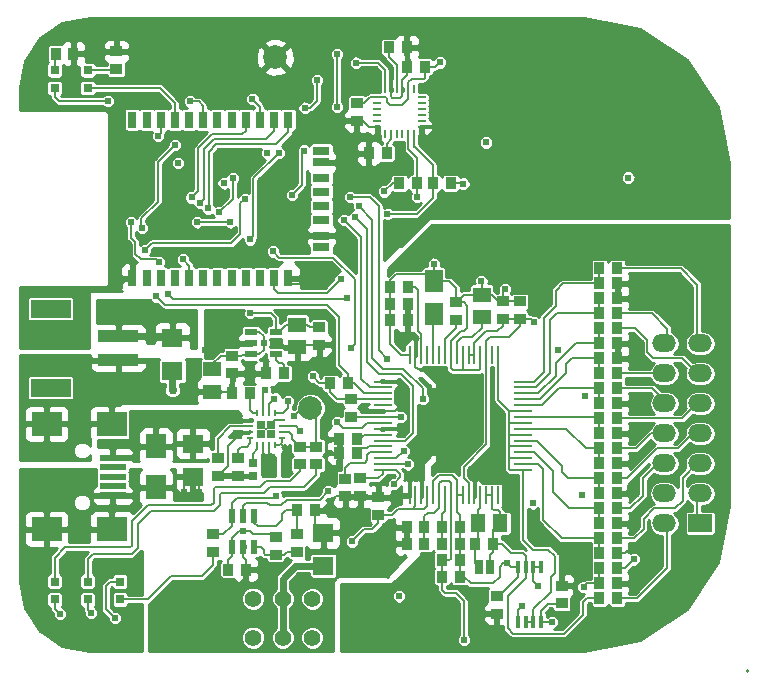
<source format=gtl>
G04 (created by PCBNEW (2013-05-31 BZR 4019)-stable) date 6/26/2014 4:14:42 PM*
%MOIN*%
G04 Gerber Fmt 3.4, Leading zero omitted, Abs format*
%FSLAX34Y34*%
G01*
G70*
G90*
G04 APERTURE LIST*
%ADD10C,0.00590551*%
%ADD11R,0.0161X0.0402*%
%ADD12R,0.0906X0.0197*%
%ADD13R,0.0984X0.0787*%
%ADD14R,0.071X0.063*%
%ADD15R,0.0354X0.0394*%
%ADD16R,0.0275X0.0315*%
%ADD17R,0.0314X0.0314*%
%ADD18C,0.055*%
%ADD19R,0.0244094X0.0480315*%
%ADD20R,0.025X0.05*%
%ADD21R,0.0275X0.0098*%
%ADD22R,0.0098X0.0275*%
%ADD23R,0.0394X0.0354*%
%ADD24R,0.06X0.0098*%
%ADD25R,0.0098X0.06*%
%ADD26R,0.1377X0.0392*%
%ADD27R,0.1377X0.0393*%
%ADD28R,0.1338X0.059*%
%ADD29R,0.1337X0.059*%
%ADD30R,0.0669X0.0827*%
%ADD31C,0.0787*%
%ADD32R,0.0394X0.0236*%
%ADD33R,0.0188976X0.00944882*%
%ADD34R,0.00944882X0.0188976*%
%ADD35R,0.0314961X0.0314961*%
%ADD36C,0.013*%
%ADD37R,0.0314961X0.0551181*%
%ADD38R,0.0551181X0.0314961*%
%ADD39R,0.059X0.0512*%
%ADD40C,0.18*%
%ADD41O,0.0787402X0.0590551*%
%ADD42R,0.0787402X0.0590551*%
%ADD43R,0.0591X0.0768*%
%ADD44R,0.0512X0.059*%
%ADD45C,0.024*%
%ADD46C,0.03*%
%ADD47C,0.008*%
%ADD48C,0.024*%
%ADD49C,0.01*%
G04 APERTURE END LIST*
G54D10*
G54D11*
X614Y-8004D03*
X358Y-8004D03*
X102Y-8004D03*
X-154Y-8004D03*
X-154Y-9816D03*
X102Y-9816D03*
X358Y-9816D03*
X614Y-9816D03*
G54D12*
X-13667Y-4345D03*
X-13667Y-4660D03*
X-13667Y-4975D03*
X-13667Y-5290D03*
X-13667Y-5605D03*
G54D13*
X-13706Y-3223D03*
X-15871Y-3223D03*
X-13706Y-6727D03*
X-15871Y-6727D03*
G54D14*
X-11675Y-1450D03*
X-11675Y-350D03*
G54D15*
X3151Y465D03*
X2559Y465D03*
X3151Y-1535D03*
X2559Y-1535D03*
X3151Y-2035D03*
X2559Y-2035D03*
X3151Y-3035D03*
X2559Y-3035D03*
X3151Y1965D03*
X2559Y1965D03*
X3151Y-35D03*
X2559Y-35D03*
X-7521Y-6100D03*
X-6929Y-6100D03*
G54D16*
X-9000Y-4534D03*
X-9000Y-4966D03*
G54D17*
X-15600Y7980D03*
X-15600Y8570D03*
X-14500Y7980D03*
X-14500Y8570D03*
X-15600Y-8480D03*
X-15600Y-9070D03*
X-14500Y-8480D03*
X-14500Y-9070D03*
G54D18*
X-8984Y-9050D03*
X-8000Y-9050D03*
X-7015Y-9050D03*
X-8984Y-10349D03*
X-8000Y-10349D03*
X-7015Y-10349D03*
G54D15*
X2559Y-535D03*
X3151Y-535D03*
X2559Y1465D03*
X3151Y1465D03*
X2559Y965D03*
X3151Y965D03*
X2559Y-1035D03*
X3151Y-1035D03*
X2559Y-2535D03*
X3151Y-2535D03*
X2559Y-3535D03*
X3151Y-3535D03*
X2559Y-4535D03*
X3151Y-4535D03*
G54D19*
X-9699Y-6284D03*
X-9325Y-6284D03*
X-8950Y-6284D03*
X-9699Y-7315D03*
X-9325Y-7315D03*
X-8950Y-7315D03*
G54D15*
X-4534Y5805D03*
X-5126Y5805D03*
G54D20*
X-1457Y-7990D03*
X-1103Y-7990D03*
G54D21*
X-3357Y6688D03*
X-3357Y6885D03*
X-3357Y7082D03*
X-3357Y7278D03*
X-3357Y7475D03*
X-3357Y7672D03*
G54D22*
X-3613Y7928D03*
X-3810Y7928D03*
X-4007Y7928D03*
X-4203Y7928D03*
X-4400Y7928D03*
X-4597Y7928D03*
G54D21*
X-4853Y7672D03*
X-4853Y7475D03*
X-4853Y7278D03*
X-4853Y7082D03*
X-4853Y6885D03*
X-4853Y6688D03*
G54D22*
X-4597Y6432D03*
X-4400Y6432D03*
X-4203Y6432D03*
X-4007Y6432D03*
X-3810Y6432D03*
X-3613Y6432D03*
G54D23*
X-7530Y-7476D03*
X-7530Y-6884D03*
G54D15*
X3151Y-9035D03*
X2559Y-9035D03*
G54D23*
X-9500Y-4354D03*
X-9500Y-4946D03*
G54D15*
X-15571Y9125D03*
X-14979Y9125D03*
G54D23*
X-13550Y8604D03*
X-13550Y9196D03*
X-7425Y-3979D03*
X-7425Y-4571D03*
X-6875Y-3979D03*
X-6875Y-4571D03*
X-10170Y-4354D03*
X-10170Y-4946D03*
X-10325Y-6904D03*
X-10325Y-7496D03*
G54D15*
X-9104Y-2200D03*
X-9696Y-2200D03*
X3151Y-6035D03*
X2559Y-6035D03*
X-6416Y-1860D03*
X-5824Y-1860D03*
G54D23*
X-5720Y-2384D03*
X-5720Y-2976D03*
X-8240Y-6984D03*
X-8240Y-7576D03*
G54D24*
X16Y-4761D03*
X16Y-4564D03*
X16Y-4367D03*
X16Y-4170D03*
X16Y-3973D03*
X16Y-3777D03*
X16Y-3580D03*
X16Y-3383D03*
X16Y-3186D03*
X16Y-2989D03*
X16Y-2792D03*
X16Y-2596D03*
X16Y-2399D03*
X16Y-2202D03*
X16Y-2005D03*
X16Y-1808D03*
G54D25*
X-819Y-910D03*
X-1016Y-910D03*
X-1213Y-910D03*
X-1410Y-910D03*
X-1607Y-910D03*
X-1803Y-910D03*
X-2000Y-910D03*
X-2197Y-910D03*
X-2394Y-910D03*
X-2591Y-910D03*
X-2788Y-910D03*
X-2984Y-910D03*
X-3181Y-910D03*
X-3378Y-910D03*
X-3575Y-910D03*
X-3772Y-910D03*
G54D24*
X-4670Y-1808D03*
X-4670Y-2005D03*
X-4670Y-2202D03*
X-4670Y-2399D03*
X-4670Y-2596D03*
X-4670Y-2792D03*
X-4670Y-2989D03*
X-4670Y-3186D03*
X-4670Y-3383D03*
X-4670Y-3580D03*
X-4670Y-3777D03*
X-4670Y-3973D03*
X-4670Y-4170D03*
X-4670Y-4367D03*
X-4670Y-4564D03*
X-4670Y-4761D03*
G54D25*
X-3772Y-5596D03*
X-3575Y-5596D03*
X-3181Y-5596D03*
X-3378Y-5603D03*
X-2984Y-5596D03*
X-2788Y-5596D03*
X-2591Y-5596D03*
X-2394Y-5596D03*
X-2197Y-5596D03*
X-2000Y-5596D03*
X-1806Y-5596D03*
X-1609Y-5596D03*
X-1412Y-5596D03*
X-1215Y-5596D03*
X-1019Y-5596D03*
X-822Y-5596D03*
G54D26*
X-13475Y-306D03*
G54D27*
X-13475Y-1094D03*
G54D28*
X-15738Y617D03*
G54D29*
X-15738Y-2018D03*
G54D15*
X3151Y-8035D03*
X2559Y-8035D03*
X3151Y-7035D03*
X2559Y-7035D03*
G54D30*
X-12225Y-3969D03*
X-12225Y-5331D03*
G54D17*
X-13425Y-8480D03*
X-13425Y-9070D03*
G54D31*
X-7080Y-2700D03*
G54D32*
X-9066Y-155D03*
X-9066Y-905D03*
X-9066Y-530D03*
X-8234Y-905D03*
X-8234Y-155D03*
G54D33*
X-8014Y-3301D03*
X-8014Y-3104D03*
X-8014Y-3498D03*
X-8014Y-3695D03*
X-9085Y-3695D03*
X-9085Y-3498D03*
X-9085Y-3301D03*
X-9085Y-3104D03*
G54D34*
X-8845Y-3935D03*
X-8648Y-3935D03*
X-8451Y-3935D03*
X-8254Y-3935D03*
X-8254Y-2864D03*
X-8451Y-2864D03*
X-8648Y-2864D03*
X-8845Y-2864D03*
G54D35*
X-8707Y-3557D03*
X-8707Y-3242D03*
X-8392Y-3242D03*
X-8392Y-3557D03*
G54D36*
X-8680Y-3270D03*
X-8420Y-3270D03*
X-8420Y-3530D03*
X-8680Y-3530D03*
X-8550Y-3400D03*
G54D37*
X-13009Y1637D03*
X-12537Y1637D03*
X-12064Y1637D03*
X-11592Y1637D03*
X-11120Y1637D03*
X-10647Y1637D03*
X-10175Y1637D03*
X-9702Y1637D03*
X-9230Y1637D03*
X-8757Y1637D03*
X-8285Y1637D03*
X-7812Y1637D03*
X-7812Y6912D03*
X-8285Y6912D03*
X-8757Y6912D03*
X-9230Y6912D03*
X-9702Y6912D03*
X-10175Y6912D03*
X-10647Y6912D03*
X-11120Y6912D03*
X-11592Y6912D03*
X-12064Y6912D03*
X-12537Y6912D03*
X-13009Y6912D03*
G54D38*
X-6710Y5889D03*
X-6710Y5495D03*
X-6710Y4983D03*
X-6710Y4511D03*
X-6710Y4038D03*
X-6710Y3566D03*
X-6710Y3054D03*
X-6710Y2660D03*
G54D15*
X2559Y-7535D03*
X3151Y-7535D03*
G54D23*
X-6787Y8D03*
X-6787Y-583D03*
G54D39*
X-7520Y85D03*
X-7520Y-665D03*
G54D15*
X2559Y-8535D03*
X3151Y-8535D03*
X3151Y-4035D03*
X2559Y-4035D03*
X3151Y-5035D03*
X2559Y-5035D03*
X-2691Y-8310D03*
X-2099Y-8310D03*
G54D23*
X-5420Y-5039D03*
X-5420Y-5631D03*
G54D15*
X-2691Y-7760D03*
X-2099Y-7760D03*
G54D23*
X-4820Y-6256D03*
X-4820Y-5664D03*
G54D15*
X-9821Y-8075D03*
X-9229Y-8075D03*
X-1576Y-7210D03*
X-984Y-7210D03*
G54D23*
X-2220Y244D03*
X-2220Y836D03*
G54D15*
X-4416Y790D03*
X-3824Y790D03*
X-2691Y-6660D03*
X-2099Y-6660D03*
G54D23*
X1305Y-9206D03*
X1305Y-8614D03*
G54D15*
X-3259Y8680D03*
X-3851Y8680D03*
G54D23*
X-9687Y-941D03*
X-9687Y-1533D03*
G54D15*
X-4416Y240D03*
X-3824Y240D03*
G54D23*
X-5530Y7476D03*
X-5530Y6884D03*
G54D15*
X-2691Y-7210D03*
X-2099Y-7210D03*
G54D23*
X-860Y-8954D03*
X-860Y-9546D03*
G54D15*
X-3824Y1340D03*
X-4416Y1340D03*
G54D39*
X-10350Y-1400D03*
X-10350Y-2150D03*
G54D15*
X-7966Y-1537D03*
X-8558Y-1537D03*
G54D23*
X-670Y269D03*
X-670Y861D03*
G54D15*
X-3274Y-7210D03*
X-3866Y-7210D03*
G54D23*
X-95Y269D03*
X-95Y861D03*
G54D15*
X-3274Y-6660D03*
X-3866Y-6660D03*
G54D31*
X-8250Y9000D03*
G54D39*
X-1370Y1090D03*
X-1370Y340D03*
G54D15*
X-4451Y9330D03*
X-3859Y9330D03*
X2559Y-6535D03*
X3151Y-6535D03*
X2559Y-5535D03*
X3151Y-5535D03*
G54D40*
X4827Y8012D03*
X-11212Y9262D03*
X-11212Y-9737D03*
G54D41*
X4721Y-535D03*
X5918Y-535D03*
X5918Y-1535D03*
X4721Y-1535D03*
X4721Y-2535D03*
X5918Y-2535D03*
X5918Y-3535D03*
X4721Y-3535D03*
X4721Y-4535D03*
X5918Y-4535D03*
G54D42*
X5918Y-6535D03*
G54D41*
X4721Y-6535D03*
X5918Y-5535D03*
X4721Y-5535D03*
G54D14*
X-11000Y-3875D03*
X-11000Y-4975D03*
X-6650Y-7950D03*
X-6650Y-6850D03*
G54D43*
X-2970Y449D03*
X-2970Y1531D03*
G54D44*
X-745Y-6530D03*
X-1495Y-6530D03*
G54D15*
X-4116Y4800D03*
X-3524Y4800D03*
X-2404Y4800D03*
X-2996Y4800D03*
X-5524Y-3730D03*
X-6116Y-3730D03*
X-5524Y-4190D03*
X-6116Y-4190D03*
G54D23*
X-5910Y-5044D03*
X-5910Y-5636D03*
G54D45*
X-1960Y-10430D03*
X2060Y-2290D03*
X1970Y-5600D03*
X980Y-9820D03*
X380Y170D03*
X3520Y4990D03*
X-4300Y-5220D03*
X-5700Y-7140D03*
X-4130Y-8970D03*
X-6480Y-5470D03*
X-7000Y-1640D03*
X-9090Y470D03*
X-9970Y4800D03*
X-8530Y5810D03*
X-11490Y5470D03*
X-6070Y1620D03*
X-2760Y8830D03*
X-1220Y6160D03*
X-4610Y4530D03*
X-1980Y4790D03*
X-13600Y-9700D03*
X-9320Y-6780D03*
X-8400Y-4425D03*
X-8525Y-4800D03*
X-540Y-7870D03*
X340Y-5870D03*
X-1380Y1550D03*
X-2960Y2120D03*
X-600Y1260D03*
X1180Y-770D03*
X-8220Y-5630D03*
X-5720Y-700D03*
X-10860Y3500D03*
X-9760Y3500D03*
X-8330Y2530D03*
X3705Y-7735D03*
X-12150Y6380D03*
X-11090Y7530D03*
X-13830Y7540D03*
X-12700Y3310D03*
X-11590Y6080D03*
X-7700Y4410D03*
X-7300Y5890D03*
X-6200Y7350D03*
X-6200Y9110D03*
X-8630Y-520D03*
X-7620Y-2970D03*
X-8275Y-2375D03*
X-8600Y-2075D03*
G54D46*
X-11670Y-2090D03*
G54D45*
X-7825Y-2450D03*
X-14400Y-9525D03*
X-7425Y-3450D03*
X-15425Y-9550D03*
X-4070Y-2990D03*
X-3330Y-2400D03*
X-5460Y4030D03*
X-3830Y-4570D03*
X-4520Y-1050D03*
X-5750Y4340D03*
X-9270Y4270D03*
X-12590Y2580D03*
X-12220Y1030D03*
X3630Y-8700D03*
X3610Y-7350D03*
X3570Y-6640D03*
X3570Y-5370D03*
X3560Y-4550D03*
X3630Y-3490D03*
X3680Y-2470D03*
X3660Y-580D03*
X3740Y1560D03*
X1470Y-9680D03*
X-2690Y-1770D03*
X-10790Y-5490D03*
X-11300Y-5500D03*
X-9450Y-3610D03*
X-10580Y-750D03*
X-9130Y-1530D03*
X-6130Y-4520D03*
X-5660Y-6170D03*
X-5680Y-8900D03*
X-3220Y-7950D03*
X-1320Y-8950D03*
X-1630Y-4960D03*
X-4050Y-3380D03*
X-4010Y-2220D03*
X-12830Y4130D03*
X-9310Y5020D03*
X-7690Y5150D03*
X-10150Y3150D03*
X-6410Y1940D03*
X-7300Y3330D03*
X-3720Y9850D03*
X-2010Y9330D03*
X-1250Y5550D03*
X-2790Y6820D03*
X-5880Y6860D03*
X-6010Y5790D03*
X-13420Y1390D03*
X-7900Y-4050D03*
X-7270Y7320D03*
X-8120Y5820D03*
X-9100Y2930D03*
X-6860Y8250D03*
X-5550Y8820D03*
X-5600Y3680D03*
X-5970Y3580D03*
X-3970Y-4130D03*
X2030Y-8660D03*
X-20Y-9285D03*
X-9660Y4970D03*
X-11330Y2260D03*
X-10110Y3830D03*
X-3530Y4340D03*
X-5870Y970D03*
X-11830Y1100D03*
X-12130Y2180D03*
X-13060Y3500D03*
X-6180Y-3170D03*
X-4510Y3780D03*
X505Y-8610D03*
X-9010Y7610D03*
X-11040Y4330D03*
X-10750Y4140D03*
X-10480Y3960D03*
G54D47*
X-2691Y-8310D02*
X-2691Y-8759D01*
X-1960Y-9130D02*
X-1960Y-10430D01*
X-2240Y-8850D02*
X-1960Y-9130D01*
X-2600Y-8850D02*
X-2240Y-8850D01*
X-2691Y-8759D02*
X-2600Y-8850D01*
X614Y-9816D02*
X976Y-9816D01*
X976Y-9816D02*
X980Y-9820D01*
X-1806Y-5596D02*
X-1806Y-5204D01*
X-1213Y-3903D02*
X-1213Y-910D01*
X-1970Y-4660D02*
X-1213Y-3903D01*
X-1970Y-5040D02*
X-1970Y-4660D01*
X-1806Y-5204D02*
X-1970Y-5040D01*
X-95Y269D02*
X281Y269D01*
X281Y269D02*
X380Y170D01*
X-3274Y-6660D02*
X-3274Y-7210D01*
X-3274Y-6660D02*
X-3274Y-6289D01*
X-2788Y-6028D02*
X-2945Y-6185D01*
X-2945Y-6185D02*
X-3170Y-6185D01*
X-3170Y-6185D02*
X-3274Y-6289D01*
X-2788Y-6028D02*
X-2788Y-5596D01*
X-2394Y-5596D02*
X-2394Y-5186D01*
X-2788Y-5203D02*
X-2788Y-5596D01*
X-2695Y-5110D02*
X-2788Y-5203D01*
X-2470Y-5110D02*
X-2695Y-5110D01*
X-2394Y-5186D02*
X-2470Y-5110D01*
X-2394Y-5596D02*
X-2394Y-7709D01*
X-2445Y-7760D02*
X-2691Y-7760D01*
X-2394Y-7709D02*
X-2445Y-7760D01*
X-2691Y-7760D02*
X-2691Y-8310D01*
X855Y-9210D02*
X1301Y-9210D01*
X1301Y-9210D02*
X1305Y-9206D01*
X614Y-9816D02*
X614Y-9451D01*
X614Y-9451D02*
X855Y-9210D01*
X855Y-9210D02*
X859Y-9206D01*
X-1213Y-910D02*
X-1213Y-453D01*
X-95Y40D02*
X-95Y269D01*
X-470Y-335D02*
X-95Y40D01*
X-1095Y-335D02*
X-470Y-335D01*
X-1213Y-453D02*
X-1095Y-335D01*
X-670Y269D02*
X-95Y269D01*
X-1607Y-910D02*
X-1607Y-522D01*
X-670Y40D02*
X-670Y269D01*
X-845Y-135D02*
X-670Y40D01*
X-1220Y-135D02*
X-845Y-135D01*
X-1607Y-522D02*
X-1220Y-135D01*
X-1803Y-910D02*
X-1607Y-910D01*
X-4670Y-4761D02*
X-4219Y-4761D01*
X-4080Y-5000D02*
X-4300Y-5220D01*
X-4080Y-4900D02*
X-4080Y-5000D01*
X-4219Y-4761D02*
X-4080Y-4900D01*
X-4820Y-6256D02*
X-4820Y-6530D01*
X-5300Y-6740D02*
X-5700Y-7140D01*
X-5030Y-6740D02*
X-5300Y-6740D01*
X-4820Y-6530D02*
X-5030Y-6740D01*
X-5720Y-2384D02*
X-4685Y-2384D01*
X-4685Y-2384D02*
X-4670Y-2399D01*
X-9325Y-6284D02*
X-9325Y-5965D01*
X-6760Y-5750D02*
X-6480Y-5470D01*
X-7870Y-5750D02*
X-6760Y-5750D01*
X-8060Y-5940D02*
X-7870Y-5750D01*
X-8440Y-5940D02*
X-8060Y-5940D01*
X-8510Y-5870D02*
X-8440Y-5940D01*
X-9230Y-5870D02*
X-8510Y-5870D01*
X-9325Y-5965D02*
X-9230Y-5870D01*
X-6416Y-1860D02*
X-6780Y-1860D01*
X-6780Y-1860D02*
X-7000Y-1640D01*
X-8234Y-155D02*
X-8234Y304D01*
X-8400Y470D02*
X-9090Y470D01*
X-8234Y304D02*
X-8400Y470D01*
X-8285Y1637D02*
X-8285Y1265D01*
X-6540Y1150D02*
X-6070Y1620D01*
X-8170Y1150D02*
X-6540Y1150D01*
X-8285Y1265D02*
X-8170Y1150D01*
X-4853Y7672D02*
X-4582Y7672D01*
X-3810Y7600D02*
X-3810Y7928D01*
X-4010Y7400D02*
X-3810Y7600D01*
X-4430Y7400D02*
X-4010Y7400D01*
X-4540Y7510D02*
X-4430Y7400D01*
X-4540Y7630D02*
X-4540Y7510D01*
X-4582Y7672D02*
X-4540Y7630D01*
X-3259Y8680D02*
X-2910Y8680D01*
X-2910Y8680D02*
X-2760Y8830D01*
X-4116Y4800D02*
X-4340Y4800D01*
X-4340Y4800D02*
X-4610Y4530D01*
X-2404Y4800D02*
X-1990Y4800D01*
X-1990Y4800D02*
X-1980Y4790D01*
X-5720Y-2384D02*
X-6196Y-2384D01*
X-6416Y-2164D02*
X-6416Y-1860D01*
X-6196Y-2384D02*
X-6416Y-2164D01*
X-7520Y85D02*
X-7175Y85D01*
X-7098Y8D02*
X-6787Y8D01*
X-7175Y85D02*
X-7098Y8D01*
X-8234Y-155D02*
X-8135Y-155D01*
X-7895Y85D02*
X-7520Y85D01*
X-8135Y-155D02*
X-7895Y85D01*
X-3181Y-5596D02*
X-3181Y-5946D01*
X-3295Y-6060D02*
X-3670Y-6060D01*
X-3181Y-5946D02*
X-3295Y-6060D01*
X-4670Y-4761D02*
X-4670Y-4885D01*
X-4824Y-5039D02*
X-5420Y-5039D01*
X-4670Y-4885D02*
X-4824Y-5039D01*
X-4820Y-6256D02*
X-4341Y-6256D01*
X-3575Y-5965D02*
X-3575Y-5596D01*
X-3670Y-6060D02*
X-3575Y-5965D01*
X-4145Y-6060D02*
X-3670Y-6060D01*
X-4341Y-6256D02*
X-4145Y-6060D01*
X-3810Y7928D02*
X-3810Y8175D01*
X-3810Y8175D02*
X-3705Y8280D01*
X-3705Y8280D02*
X-3305Y8280D01*
X-3305Y8280D02*
X-3259Y8326D01*
X-3259Y8326D02*
X-3259Y8680D01*
X-4853Y7672D02*
X-5088Y7672D01*
X-5284Y7476D02*
X-5530Y7476D01*
X-5088Y7672D02*
X-5284Y7476D01*
X-13425Y-8480D02*
X-13755Y-8480D01*
X-13900Y-9400D02*
X-13600Y-9700D01*
X-13900Y-8625D02*
X-13900Y-9400D01*
X-13755Y-8480D02*
X-13900Y-8625D01*
X-9320Y-6780D02*
X-9090Y-6780D01*
X-9699Y-7029D02*
X-9450Y-6780D01*
X-9450Y-6780D02*
X-9320Y-6780D01*
X-9699Y-7315D02*
X-9699Y-7029D01*
X-8344Y-6880D02*
X-8240Y-6984D01*
X-8990Y-6880D02*
X-8344Y-6880D01*
X-9090Y-6780D02*
X-8990Y-6880D01*
X-9699Y-7315D02*
X-9699Y-7624D01*
X-9821Y-7746D02*
X-9821Y-8075D01*
X-9699Y-7624D02*
X-9821Y-7746D01*
X-8451Y-3935D02*
X-8451Y-4373D01*
X-8451Y-4373D02*
X-8400Y-4425D01*
X-8648Y-3935D02*
X-8648Y-4676D01*
X-8648Y-4676D02*
X-8525Y-4800D01*
G54D48*
X-8000Y-9050D02*
X-8000Y-8400D01*
X-8000Y-8400D02*
X-8000Y-8375D01*
X-8000Y-8375D02*
X-7575Y-7950D01*
X-7575Y-7950D02*
X-6650Y-7950D01*
X-8000Y-10349D02*
X-8000Y-9050D01*
G54D47*
X-2099Y-8310D02*
X-1970Y-8310D01*
X-406Y-8004D02*
X-540Y-7870D01*
X-406Y-8004D02*
X-154Y-8004D01*
X-650Y-7870D02*
X-540Y-7870D01*
X-770Y-7990D02*
X-650Y-7870D01*
X-770Y-8310D02*
X-770Y-7990D01*
X-1000Y-8540D02*
X-770Y-8310D01*
X-1740Y-8540D02*
X-1000Y-8540D01*
X-1970Y-8310D02*
X-1740Y-8540D01*
X-1370Y1090D02*
X-1370Y1540D01*
X-1370Y1540D02*
X-1380Y1550D01*
X-2970Y1531D02*
X-2970Y2110D01*
X-2970Y2110D02*
X-2960Y2120D01*
X-670Y861D02*
X-670Y1190D01*
X-670Y1190D02*
X-600Y1260D01*
X-4416Y1340D02*
X-4416Y1564D01*
X-3199Y1760D02*
X-2970Y1531D01*
X-4220Y1760D02*
X-3199Y1760D01*
X-4416Y1564D02*
X-4220Y1760D01*
X-2970Y1531D02*
X-2441Y1531D01*
X-2441Y1531D02*
X-2220Y1310D01*
X-2220Y1310D02*
X-2220Y836D01*
X-1370Y1090D02*
X-1966Y1090D01*
X-1966Y1090D02*
X-2220Y836D01*
X-670Y861D02*
X-811Y861D01*
X-1040Y1090D02*
X-1370Y1090D01*
X-811Y861D02*
X-1040Y1090D01*
X-95Y861D02*
X-670Y861D01*
X-860Y-8954D02*
X-794Y-8954D01*
X-794Y-8954D02*
X-154Y-8314D01*
X-154Y-8314D02*
X-154Y-8004D01*
X-2197Y-5596D02*
X-2197Y-5083D01*
X-2984Y-5124D02*
X-2984Y-5596D01*
X-2795Y-4935D02*
X-2984Y-5124D01*
X-2345Y-4935D02*
X-2795Y-4935D01*
X-2197Y-5083D02*
X-2345Y-4935D01*
X-2000Y-5596D02*
X-2197Y-5596D01*
X-2099Y-7760D02*
X-2099Y-8310D01*
X-2099Y-7210D02*
X-2099Y-7760D01*
X-4416Y790D02*
X-4416Y1340D01*
X-4416Y240D02*
X-4416Y790D01*
X-3772Y-910D02*
X-4070Y-910D01*
X-4416Y-564D02*
X-4416Y240D01*
X-4070Y-910D02*
X-4416Y-564D01*
X-2099Y-6660D02*
X-2099Y-7210D01*
X-2197Y-5596D02*
X-2197Y-6158D01*
X-2099Y-6256D02*
X-2099Y-6660D01*
X-2197Y-6158D02*
X-2099Y-6256D01*
X-2394Y-910D02*
X-2394Y-1361D01*
X-2320Y-1435D02*
X-1945Y-1435D01*
X-2394Y-1361D02*
X-2320Y-1435D01*
X-2000Y-910D02*
X-2000Y-1380D01*
X-2000Y-1380D02*
X-1945Y-1435D01*
X-1410Y-1375D02*
X-1410Y-910D01*
X-1945Y-1435D02*
X-1470Y-1435D01*
X-1470Y-1435D02*
X-1410Y-1375D01*
X-2394Y-910D02*
X-2394Y-459D01*
X-2394Y-459D02*
X-2070Y-135D01*
X-2070Y-135D02*
X-1945Y-135D01*
X-1945Y-135D02*
X-1845Y-35D01*
X-1845Y-35D02*
X-1845Y715D01*
X-1845Y715D02*
X-1966Y836D01*
X-1966Y836D02*
X-2220Y836D01*
X-9699Y-6284D02*
X-9699Y-5859D01*
X-8290Y-5700D02*
X-8220Y-5630D01*
X-9540Y-5700D02*
X-8290Y-5700D01*
X-9699Y-5859D02*
X-9540Y-5700D01*
X-5590Y-570D02*
X-5720Y-700D01*
X-10860Y3500D02*
X-9760Y3500D01*
X-5590Y1600D02*
X-5590Y-570D01*
X-6310Y2320D02*
X-5590Y1600D01*
X-8120Y2320D02*
X-6310Y2320D01*
X-8330Y2530D02*
X-8120Y2320D01*
X-9699Y-6284D02*
X-9699Y-6624D01*
X-9979Y-6904D02*
X-10325Y-6904D01*
X-9699Y-6624D02*
X-9979Y-6904D01*
X-1576Y-7210D02*
X-1576Y-7871D01*
X-1576Y-7871D02*
X-1457Y-7990D01*
X-1495Y-6530D02*
X-1495Y-7129D01*
X-1495Y-7129D02*
X-1576Y-7210D01*
X-1412Y-5596D02*
X-1412Y-6022D01*
X-1495Y-6105D02*
X-1495Y-6530D01*
X-1412Y-6022D02*
X-1495Y-6105D01*
X1080Y-8185D02*
X930Y-8335D01*
X16Y-7096D02*
X330Y-7410D01*
X330Y-7410D02*
X855Y-7410D01*
X855Y-7410D02*
X1080Y-7635D01*
X1080Y-7635D02*
X1080Y-8185D01*
X16Y-4761D02*
X16Y-7096D01*
X930Y-8835D02*
X358Y-9407D01*
X930Y-8335D02*
X930Y-8835D01*
X358Y-9407D02*
X358Y-9816D01*
X16Y-4367D02*
X-463Y-4367D01*
X16Y-3973D02*
X-463Y-3973D01*
X16Y-3580D02*
X-463Y-3580D01*
X16Y-3186D02*
X-463Y-3186D01*
X-463Y-3186D02*
X-463Y-3185D01*
X-463Y-2792D02*
X-463Y-3185D01*
X-463Y-3185D02*
X-463Y-3580D01*
X-463Y-3580D02*
X-463Y-3973D01*
X-463Y-3973D02*
X-463Y-4367D01*
X-463Y-4367D02*
X-463Y-4717D01*
X-419Y-4761D02*
X16Y-4761D01*
X-463Y-4717D02*
X-419Y-4761D01*
X-819Y-910D02*
X-819Y-2436D01*
X-463Y-2792D02*
X16Y-2792D01*
X-819Y-2436D02*
X-463Y-2792D01*
X102Y-9816D02*
X358Y-9816D01*
X-2984Y-910D02*
X-2984Y435D01*
X-2984Y435D02*
X-2970Y449D01*
X-3378Y-910D02*
X-3378Y-227D01*
X-3595Y1340D02*
X-3824Y1340D01*
X-3495Y1240D02*
X-3595Y1340D01*
X-3495Y-110D02*
X-3495Y1240D01*
X-3378Y-227D02*
X-3495Y-110D01*
X-2691Y-6660D02*
X-2691Y-7210D01*
X-2691Y-6231D02*
X-2691Y-6660D01*
X-2591Y-6131D02*
X-2691Y-6231D01*
X-2591Y-5596D02*
X-2591Y-6131D01*
X-2591Y-910D02*
X-2591Y-406D01*
X-2220Y-35D02*
X-2220Y244D01*
X-2591Y-406D02*
X-2220Y-35D01*
X-2197Y-910D02*
X-2197Y-497D01*
X-1370Y-10D02*
X-1370Y340D01*
X-1695Y-335D02*
X-1370Y-10D01*
X-2034Y-335D02*
X-1695Y-335D01*
X-2197Y-497D02*
X-2034Y-335D01*
X4819Y-6535D02*
X4819Y-8020D01*
X3805Y-9035D02*
X3151Y-9035D01*
X4819Y-8020D02*
X3805Y-9035D01*
X3151Y465D02*
X4305Y465D01*
X4819Y-49D02*
X4819Y-535D01*
X4305Y465D02*
X4819Y-49D01*
X3151Y1965D02*
X5280Y1965D01*
X5819Y1425D02*
X5819Y-535D01*
X5280Y1965D02*
X5819Y1425D01*
X4819Y-1535D02*
X3151Y-1535D01*
X3151Y-35D02*
X3755Y-35D01*
X5319Y-1035D02*
X5819Y-1535D01*
X4355Y-1035D02*
X5319Y-1035D01*
X4155Y-835D02*
X4355Y-1035D01*
X4155Y-435D02*
X4155Y-835D01*
X3755Y-35D02*
X4155Y-435D01*
X3151Y-2035D02*
X4319Y-2035D01*
X4319Y-2035D02*
X4819Y-2535D01*
X3151Y-3035D02*
X5319Y-3035D01*
X5319Y-3035D02*
X5819Y-2535D01*
X3151Y-4035D02*
X3780Y-4035D01*
X4280Y-3535D02*
X4819Y-3535D01*
X3780Y-4035D02*
X4280Y-3535D01*
X5819Y-3535D02*
X5680Y-3535D01*
X3485Y-5035D02*
X3151Y-5035D01*
X4485Y-4035D02*
X3485Y-5035D01*
X5180Y-4035D02*
X4485Y-4035D01*
X5680Y-3535D02*
X5180Y-4035D01*
X4819Y-4535D02*
X4505Y-4535D01*
X3580Y-6035D02*
X3151Y-6035D01*
X4005Y-5610D02*
X3580Y-6035D01*
X4005Y-5035D02*
X4005Y-5610D01*
X4505Y-4535D02*
X4005Y-5035D01*
X5819Y-4535D02*
X5805Y-4535D01*
X3705Y-7035D02*
X3151Y-7035D01*
X4030Y-6710D02*
X3705Y-7035D01*
X4030Y-6385D02*
X4030Y-6710D01*
X4380Y-6035D02*
X4030Y-6385D01*
X5080Y-6035D02*
X4380Y-6035D01*
X5330Y-5785D02*
X5080Y-6035D01*
X5330Y-5010D02*
X5330Y-5785D01*
X5805Y-4535D02*
X5330Y-5010D01*
X3405Y-8035D02*
X3151Y-8035D01*
X3705Y-7735D02*
X3405Y-8035D01*
X-12064Y6912D02*
X-12064Y6465D01*
X-12064Y6465D02*
X-12150Y6380D01*
X-15600Y7980D02*
X-15600Y7680D01*
X-10660Y6925D02*
X-10647Y6912D01*
X-10660Y7390D02*
X-10660Y6925D01*
X-10800Y7530D02*
X-10660Y7390D01*
X-11090Y7530D02*
X-10800Y7530D01*
X-15460Y7540D02*
X-13830Y7540D01*
X-15600Y7680D02*
X-15460Y7540D01*
X-14500Y7980D02*
X-12105Y7980D01*
X-12105Y7980D02*
X-11592Y7467D01*
X-11592Y7467D02*
X-11592Y6912D01*
X-4400Y6432D02*
X-4400Y6260D01*
X-4534Y6126D02*
X-4534Y5805D01*
X-4400Y6260D02*
X-4534Y6126D01*
X-4203Y7928D02*
X-4203Y8753D01*
X-4451Y9001D02*
X-4451Y9330D01*
X-4203Y8753D02*
X-4451Y9001D01*
X-12700Y3310D02*
X-12710Y3320D01*
X-12710Y3320D02*
X-12710Y3640D01*
X-12710Y3640D02*
X-12160Y4190D01*
X-12160Y4190D02*
X-12160Y5510D01*
X-11590Y6080D02*
X-12160Y5510D01*
X-7700Y4410D02*
X-7360Y4750D01*
X-7360Y4750D02*
X-7360Y5830D01*
X-7360Y5830D02*
X-7300Y5890D01*
X-6200Y9110D02*
X-6200Y7350D01*
G54D48*
X-13475Y-306D02*
X-11719Y-306D01*
X-11719Y-306D02*
X-11675Y-350D01*
G54D47*
X-8845Y-2864D02*
X-8985Y-2864D01*
X-9104Y-2746D02*
X-9104Y-2200D01*
X-8985Y-2864D02*
X-9104Y-2746D01*
X-9085Y-3695D02*
X-9085Y-3860D01*
X-9500Y-4075D02*
X-9500Y-4354D01*
X-9400Y-3975D02*
X-9500Y-4075D01*
X-9200Y-3975D02*
X-9400Y-3975D01*
X-9085Y-3860D02*
X-9200Y-3975D01*
X-7425Y-3979D02*
X-6875Y-3979D01*
X-9066Y-155D02*
X-8775Y-155D01*
X-8775Y-905D02*
X-8630Y-760D01*
X-8630Y-760D02*
X-8630Y-520D01*
X-8775Y-905D02*
X-9066Y-905D01*
X-8630Y-300D02*
X-8630Y-520D01*
X-8775Y-155D02*
X-8630Y-300D01*
X-10350Y-1400D02*
X-10350Y-1240D01*
X-10051Y-941D02*
X-9687Y-941D01*
X-10350Y-1240D02*
X-10051Y-941D01*
X-7080Y-2700D02*
X-7350Y-2700D01*
X-7350Y-2700D02*
X-7620Y-2970D01*
X-6875Y-3979D02*
X-6875Y-2905D01*
X-6875Y-2905D02*
X-7080Y-2700D01*
X-8451Y-2864D02*
X-8451Y-2551D01*
X-8451Y-2551D02*
X-8275Y-2375D01*
X-8648Y-2864D02*
X-8648Y-2123D01*
X-8648Y-2123D02*
X-8600Y-2075D01*
X-8014Y-3498D02*
X-7776Y-3498D01*
X-7675Y-3729D02*
X-7425Y-3979D01*
X-7675Y-3600D02*
X-7675Y-3729D01*
X-7776Y-3498D02*
X-7675Y-3600D01*
X-9687Y-941D02*
X-9391Y-941D01*
X-9362Y-912D02*
X-9078Y-912D01*
X-9391Y-941D02*
X-9362Y-912D01*
X-9085Y-3301D02*
X-9761Y-3301D01*
X-10170Y-3710D02*
X-10170Y-4354D01*
X-9761Y-3301D02*
X-10170Y-3710D01*
X-8845Y-3935D02*
X-8845Y-4070D01*
X-9000Y-4225D02*
X-9000Y-4534D01*
X-8845Y-4070D02*
X-9000Y-4225D01*
G54D48*
X-11675Y-1450D02*
X-11675Y-2085D01*
X-11675Y-2085D02*
X-11670Y-2090D01*
G54D47*
X-8254Y-2864D02*
X-7989Y-2864D01*
X-14500Y-9425D02*
X-14400Y-9525D01*
X-14500Y-9425D02*
X-14500Y-9070D01*
X-7825Y-2700D02*
X-7825Y-2450D01*
X-7989Y-2864D02*
X-7825Y-2700D01*
X-15600Y-9070D02*
X-15600Y-9375D01*
X-7573Y-3301D02*
X-8014Y-3301D01*
X-7425Y-3450D02*
X-7573Y-3301D01*
X-15600Y-9375D02*
X-15425Y-9550D01*
X-4670Y-2989D02*
X-5707Y-2989D01*
X-5707Y-2989D02*
X-5720Y-2976D01*
X-4071Y-2989D02*
X-4670Y-2989D01*
X-4070Y-2990D02*
X-4071Y-2989D01*
X-3330Y-2040D02*
X-3330Y-2400D01*
X-3990Y-1380D02*
X-3330Y-2040D01*
X-4660Y-1380D02*
X-3990Y-1380D01*
X-5010Y-1030D02*
X-4660Y-1380D01*
X-5010Y3580D02*
X-5010Y-1030D01*
X-5460Y4030D02*
X-5010Y3580D01*
X-3836Y-4564D02*
X-4670Y-4564D01*
X-3830Y-4570D02*
X-3836Y-4564D01*
X-4800Y-770D02*
X-4520Y-1050D01*
X-4800Y4050D02*
X-4800Y-770D01*
X-5090Y4340D02*
X-4800Y4050D01*
X-5750Y4340D02*
X-5090Y4340D01*
X-6530Y750D02*
X-6130Y350D01*
X-9410Y4130D02*
X-9270Y4270D01*
X-6530Y750D02*
X-11940Y750D01*
X-11940Y750D02*
X-12220Y1030D01*
X-9720Y2800D02*
X-9410Y3110D01*
X-12370Y2800D02*
X-9720Y2800D01*
X-12590Y2580D02*
X-12370Y2800D01*
X-9410Y3110D02*
X-9410Y4130D01*
X-5824Y-1556D02*
X-5824Y-1860D01*
X-6130Y-1250D02*
X-5824Y-1556D01*
X-6130Y350D02*
X-6130Y-1250D01*
X-5824Y-1860D02*
X-5620Y-1860D01*
X-5278Y-2202D02*
X-4670Y-2202D01*
X-5620Y-1860D02*
X-5278Y-2202D01*
X-10350Y-2150D02*
X-9746Y-2150D01*
X-9746Y-2150D02*
X-9696Y-2200D01*
X3151Y-8535D02*
X3465Y-8535D01*
X3465Y-8535D02*
X3630Y-8700D01*
X3151Y-7535D02*
X3425Y-7535D01*
X3425Y-7535D02*
X3610Y-7350D01*
X3151Y-6535D02*
X3465Y-6535D01*
X3465Y-6535D02*
X3570Y-6640D01*
X3151Y-5535D02*
X3405Y-5535D01*
X3405Y-5535D02*
X3570Y-5370D01*
X3151Y-4535D02*
X3545Y-4535D01*
X3545Y-4535D02*
X3560Y-4550D01*
X3151Y-3535D02*
X3585Y-3535D01*
X3585Y-3535D02*
X3630Y-3490D01*
X3151Y-2535D02*
X3615Y-2535D01*
X3615Y-2535D02*
X3680Y-2470D01*
X3151Y-535D02*
X3615Y-535D01*
X3615Y-535D02*
X3660Y-580D01*
X3151Y1465D02*
X3645Y1465D01*
X3645Y1465D02*
X3740Y1560D01*
X1305Y-8614D02*
X1554Y-8614D01*
X1710Y-9440D02*
X1470Y-9680D01*
X1710Y-8770D02*
X1710Y-9440D01*
X1554Y-8614D02*
X1710Y-8770D01*
X-3575Y-910D02*
X-3575Y-1315D01*
X-3060Y-1400D02*
X-2690Y-1770D01*
X-3490Y-1400D02*
X-3060Y-1400D01*
X-3575Y-1315D02*
X-3490Y-1400D01*
X-11000Y-4975D02*
X-11000Y-5050D01*
X-10790Y-5260D02*
X-10790Y-5490D01*
X-11000Y-5050D02*
X-10790Y-5260D01*
X-11000Y-4975D02*
X-11055Y-4975D01*
X-11300Y-5220D02*
X-11300Y-5500D01*
X-11055Y-4975D02*
X-11300Y-5220D01*
X-9450Y-3610D02*
X-9490Y-3610D01*
X-9338Y-3498D02*
X-9450Y-3610D01*
X-9085Y-3498D02*
X-9338Y-3498D01*
X-9840Y-4616D02*
X-10170Y-4946D01*
X-9840Y-3960D02*
X-9840Y-4616D01*
X-9490Y-3610D02*
X-9840Y-3960D01*
X-9066Y-530D02*
X-10360Y-530D01*
X-10360Y-530D02*
X-10580Y-750D01*
X-8558Y-1537D02*
X-9122Y-1537D01*
X-9133Y-1533D02*
X-9130Y-1530D01*
X-9133Y-1533D02*
X-9687Y-1533D01*
X-9122Y-1537D02*
X-9130Y-1530D01*
X-9696Y-2200D02*
X-9696Y-1542D01*
X-9696Y-1542D02*
X-9687Y-1533D01*
X-9500Y-4946D02*
X-9020Y-4946D01*
X-9020Y-4946D02*
X-9000Y-4966D01*
X-9229Y-8075D02*
X-9229Y-8339D01*
X-10035Y-8560D02*
X-11212Y-9737D01*
X-9450Y-8560D02*
X-10035Y-8560D01*
X-9229Y-8339D02*
X-9450Y-8560D01*
X-6116Y-4190D02*
X-6116Y-4506D01*
X-6116Y-4506D02*
X-6130Y-4520D01*
X-6929Y-6100D02*
X-6929Y-6571D01*
X-6929Y-6571D02*
X-6650Y-6850D01*
X-6929Y-6100D02*
X-6700Y-6100D01*
X-6236Y-5636D02*
X-5910Y-5636D01*
X-6700Y-6100D02*
X-6236Y-5636D01*
X-5420Y-5631D02*
X-5420Y-5930D01*
X-5420Y-5930D02*
X-5660Y-6170D01*
X-860Y-9546D02*
X-1154Y-9546D01*
X-1320Y-9380D02*
X-1320Y-8950D01*
X-1154Y-9546D02*
X-1320Y-9380D01*
X-1609Y-4981D02*
X-1630Y-4960D01*
X-1609Y-4981D02*
X-1609Y-5596D01*
X-4670Y-3383D02*
X-4053Y-3383D01*
X-4053Y-3383D02*
X-4050Y-3380D01*
X-5910Y-5636D02*
X-5425Y-5636D01*
X-5425Y-5636D02*
X-5420Y-5631D01*
X-6116Y-3730D02*
X-6116Y-4190D01*
X-4670Y-2792D02*
X-4272Y-2792D01*
X-4152Y-1808D02*
X-4010Y-1950D01*
X-4010Y-1950D02*
X-4010Y-2220D01*
X-4152Y-1808D02*
X-4670Y-1808D01*
X-4010Y-2530D02*
X-4010Y-2220D01*
X-4272Y-2792D02*
X-4010Y-2530D01*
X-6787Y-583D02*
X-7438Y-583D01*
X-7438Y-583D02*
X-7520Y-665D01*
X-7812Y1637D02*
X-7812Y1532D01*
X-6410Y1600D02*
X-6410Y1940D01*
X-6580Y1430D02*
X-6410Y1600D01*
X-7710Y1430D02*
X-6580Y1430D01*
X-7812Y1532D02*
X-7710Y1430D01*
X-6710Y3054D02*
X-7024Y3054D01*
X-7024Y3054D02*
X-7300Y3330D01*
X-3859Y9330D02*
X-3859Y9711D01*
X-3859Y9711D02*
X-3720Y9850D01*
X-3357Y6688D02*
X-2922Y6688D01*
X-2922Y6688D02*
X-2790Y6820D01*
X-4400Y7928D02*
X-4400Y7700D01*
X-4007Y7723D02*
X-4007Y7928D01*
X-4080Y7650D02*
X-4007Y7723D01*
X-4350Y7650D02*
X-4080Y7650D01*
X-4400Y7700D02*
X-4350Y7650D01*
X-5530Y6884D02*
X-5856Y6884D01*
X-5856Y6884D02*
X-5880Y6860D01*
X-5126Y5805D02*
X-5995Y5805D01*
X-6304Y5495D02*
X-6010Y5790D01*
X-6304Y5495D02*
X-6710Y5495D01*
X-5995Y5805D02*
X-6010Y5790D01*
X-13009Y1637D02*
X-13172Y1637D01*
X-13172Y1637D02*
X-13420Y1390D01*
X-8062Y-3887D02*
X-7900Y-4050D01*
X-3866Y-6660D02*
X-3866Y-7210D01*
X-3772Y-5596D02*
X-3772Y-5137D01*
X-3378Y-5127D02*
X-3378Y-5603D01*
X-3445Y-5060D02*
X-3378Y-5127D01*
X-3695Y-5060D02*
X-3445Y-5060D01*
X-3772Y-5137D02*
X-3695Y-5060D01*
X-5420Y-5631D02*
X-4853Y-5631D01*
X-4853Y-5631D02*
X-4820Y-5664D01*
X-3772Y-5596D02*
X-4081Y-5596D01*
X-4149Y-5664D02*
X-4820Y-5664D01*
X-4081Y-5596D02*
X-4149Y-5664D01*
X-3824Y240D02*
X-3824Y790D01*
X-3575Y-910D02*
X-3575Y-380D01*
X-3824Y-131D02*
X-3824Y240D01*
X-3575Y-380D02*
X-3824Y-131D01*
X-3851Y8680D02*
X-3851Y9322D01*
X-3851Y9322D02*
X-3859Y9330D01*
X-4007Y7928D02*
X-4007Y8253D01*
X-3851Y8409D02*
X-3851Y8680D01*
X-4007Y8253D02*
X-3851Y8409D01*
X-5126Y5805D02*
X-5126Y6109D01*
X-4853Y6382D02*
X-4853Y6688D01*
X-5126Y6109D02*
X-4853Y6382D01*
X-5530Y6884D02*
X-5309Y6884D01*
X-5113Y6688D02*
X-4853Y6688D01*
X-5309Y6884D02*
X-5113Y6688D01*
X-8014Y-3104D02*
X-8254Y-3104D01*
X-8254Y-3104D02*
X-8392Y-3242D01*
X-9325Y-7315D02*
X-9325Y-7650D01*
X-9229Y-7746D02*
X-9229Y-8075D01*
X-9325Y-7650D02*
X-9229Y-7746D01*
X-13550Y9196D02*
X-11279Y9196D01*
X-14979Y9125D02*
X-14425Y9125D01*
X-14354Y9196D02*
X-13550Y9196D01*
X-14425Y9125D02*
X-14354Y9196D01*
X3151Y-535D02*
X3151Y-1035D01*
X3151Y1465D02*
X3151Y965D01*
X-8254Y-3935D02*
X-8110Y-3935D01*
X-8014Y-3839D02*
X-8014Y-3695D01*
X-8110Y-3935D02*
X-8062Y-3887D01*
X-8062Y-3887D02*
X-8014Y-3839D01*
G54D48*
X-13692Y-6738D02*
X-13731Y-6777D01*
G54D47*
X-11279Y9196D02*
X-11212Y9262D01*
X2559Y465D02*
X1130Y465D01*
X435Y-2005D02*
X16Y-2005D01*
X905Y-1535D02*
X435Y-2005D01*
X905Y240D02*
X905Y-1535D01*
X1130Y465D02*
X905Y240D01*
X2559Y965D02*
X2559Y465D01*
X16Y-1808D02*
X382Y-1808D01*
X1355Y1465D02*
X2559Y1465D01*
X1105Y1215D02*
X1355Y1465D01*
X1105Y715D02*
X1105Y1215D01*
X705Y315D02*
X1105Y715D01*
X705Y-1485D02*
X705Y315D01*
X382Y-1808D02*
X705Y-1485D01*
X2559Y1465D02*
X2559Y1965D01*
X2559Y-1035D02*
X1635Y-1035D01*
X566Y-2399D02*
X1430Y-1535D01*
X566Y-2399D02*
X16Y-2399D01*
X1430Y-1240D02*
X1430Y-1535D01*
X1635Y-1035D02*
X1430Y-1240D01*
X2559Y-1035D02*
X2559Y-1535D01*
X1105Y-1610D02*
X1105Y-1205D01*
X2559Y-535D02*
X2559Y-35D01*
X16Y-2202D02*
X513Y-2202D01*
X1775Y-535D02*
X2559Y-535D01*
X1105Y-1205D02*
X1775Y-535D01*
X513Y-2202D02*
X1105Y-1610D01*
X2559Y-2035D02*
X2559Y-2535D01*
X16Y-2596D02*
X644Y-2596D01*
X1205Y-2035D02*
X2559Y-2035D01*
X644Y-2596D02*
X1205Y-2035D01*
X2559Y-3035D02*
X2559Y-3535D01*
X16Y-2989D02*
X2513Y-2989D01*
X2513Y-2989D02*
X2559Y-3035D01*
X2559Y-4035D02*
X2559Y-4535D01*
X16Y-3383D02*
X1453Y-3383D01*
X2105Y-4035D02*
X2559Y-4035D01*
X1453Y-3383D02*
X2105Y-4035D01*
X2559Y-5035D02*
X2559Y-5535D01*
X16Y-3777D02*
X467Y-3777D01*
X1505Y-5035D02*
X2559Y-5035D01*
X1305Y-4835D02*
X1505Y-5035D01*
X1305Y-4615D02*
X1305Y-4835D01*
X467Y-3777D02*
X1305Y-4615D01*
X2559Y-6035D02*
X2559Y-6535D01*
X16Y-4170D02*
X380Y-4170D01*
X1555Y-6035D02*
X2559Y-6035D01*
X1005Y-5485D02*
X1555Y-6035D01*
X1005Y-4795D02*
X1005Y-5485D01*
X380Y-4170D02*
X1005Y-4795D01*
X2559Y-7035D02*
X2559Y-7535D01*
X16Y-4564D02*
X509Y-4564D01*
X1305Y-7035D02*
X2559Y-7035D01*
X680Y-6410D02*
X1305Y-7035D01*
X680Y-4735D02*
X680Y-6410D01*
X509Y-4564D02*
X680Y-4735D01*
X-984Y-7210D02*
X-700Y-7210D01*
X102Y-7632D02*
X102Y-8004D01*
X0Y-7530D02*
X102Y-7632D01*
X-380Y-7530D02*
X0Y-7530D01*
X-700Y-7210D02*
X-380Y-7530D01*
X-984Y-7210D02*
X-984Y-7484D01*
X-1103Y-7603D02*
X-1103Y-7990D01*
X-984Y-7484D02*
X-1103Y-7603D01*
X-984Y-7210D02*
X-984Y-6769D01*
X-984Y-6769D02*
X-745Y-6530D01*
X-1019Y-5596D02*
X-1019Y-6041D01*
X-745Y-6165D02*
X-745Y-6530D01*
X-810Y-6100D02*
X-745Y-6165D01*
X-960Y-6100D02*
X-810Y-6100D01*
X-1019Y-6041D02*
X-960Y-6100D01*
X102Y-8004D02*
X102Y-8363D01*
X2130Y-9035D02*
X2559Y-9035D01*
X2005Y-9160D02*
X2130Y-9035D01*
X2005Y-9585D02*
X2005Y-9160D01*
X1380Y-10210D02*
X2005Y-9585D01*
X-320Y-10210D02*
X1380Y-10210D01*
X-495Y-10035D02*
X-320Y-10210D01*
X-495Y-8960D02*
X-495Y-10035D01*
X102Y-8363D02*
X-495Y-8960D01*
X-1215Y-5596D02*
X-1019Y-5596D01*
X-4597Y7928D02*
X-4597Y8587D01*
X-8120Y5820D02*
X-8980Y4960D01*
X-8980Y4960D02*
X-8980Y3050D01*
X-8980Y3050D02*
X-9100Y2930D01*
X-7080Y7320D02*
X-7270Y7320D01*
X-6860Y7540D02*
X-7080Y7320D01*
X-6860Y8250D02*
X-6860Y7540D01*
X-4830Y8820D02*
X-5550Y8820D01*
X-4597Y8587D02*
X-4830Y8820D01*
X-3907Y-3777D02*
X-4670Y-3777D01*
X-3650Y-3520D02*
X-3907Y-3777D01*
X-3650Y-1970D02*
X-3650Y-3520D01*
X-4050Y-1570D02*
X-3650Y-1970D01*
X-4780Y-1570D02*
X-4050Y-1570D01*
X-5200Y-1150D02*
X-4780Y-1570D01*
X-5200Y3280D02*
X-5200Y-1150D01*
X-5600Y3680D02*
X-5200Y3280D01*
X-4670Y-2005D02*
X-5105Y-2005D01*
X-5400Y3010D02*
X-5970Y3580D01*
X-5400Y-1710D02*
X-5400Y3010D01*
X-5105Y-2005D02*
X-5400Y-1710D01*
X-15600Y8570D02*
X-15600Y9096D01*
X-15600Y9096D02*
X-15571Y9125D01*
X-14500Y8570D02*
X-13584Y8570D01*
X-13584Y8570D02*
X-13550Y8604D01*
X-4670Y-4367D02*
X-4207Y-4367D01*
X-4207Y-4367D02*
X-3970Y-4130D01*
X-5910Y-5044D02*
X-5910Y-4680D01*
X-5090Y-4170D02*
X-4670Y-4170D01*
X-5180Y-4260D02*
X-5090Y-4170D01*
X-5180Y-4440D02*
X-5180Y-4260D01*
X-5270Y-4530D02*
X-5180Y-4440D01*
X-5760Y-4530D02*
X-5270Y-4530D01*
X-5910Y-4680D02*
X-5760Y-4530D01*
X-4670Y-3973D02*
X-5113Y-3973D01*
X-5374Y-4040D02*
X-5524Y-4190D01*
X-5180Y-4040D02*
X-5374Y-4040D01*
X-5113Y-3973D02*
X-5180Y-4040D01*
X-4670Y-3580D02*
X-5284Y-3580D01*
X-5284Y-3580D02*
X-5434Y-3730D01*
X-8234Y-905D02*
X-8234Y-1096D01*
X-7966Y-1243D02*
X-7966Y-1537D01*
X-8020Y-1190D02*
X-7966Y-1243D01*
X-8140Y-1190D02*
X-8020Y-1190D01*
X-8234Y-1096D02*
X-8140Y-1190D01*
X-8550Y-5125D02*
X-7750Y-5125D01*
X-15600Y-8480D02*
X-15600Y-7675D01*
X-8750Y-5325D02*
X-8550Y-5125D01*
X-10250Y-5325D02*
X-8750Y-5325D01*
X-10300Y-5375D02*
X-10250Y-5325D01*
X-10300Y-5850D02*
X-10300Y-5375D01*
X-10375Y-5925D02*
X-10300Y-5850D01*
X-12500Y-5925D02*
X-10375Y-5925D01*
X-13025Y-6450D02*
X-12500Y-5925D01*
X-13025Y-7275D02*
X-13025Y-6450D01*
X-13075Y-7325D02*
X-13025Y-7275D01*
X-15250Y-7325D02*
X-13075Y-7325D01*
X-15600Y-7675D02*
X-15250Y-7325D01*
X-7425Y-4800D02*
X-7425Y-4571D01*
X-7750Y-5125D02*
X-7425Y-4800D01*
X-8425Y-5325D02*
X-7275Y-5325D01*
X-14500Y-7725D02*
X-14325Y-7550D01*
X-14325Y-7550D02*
X-13025Y-7550D01*
X-13025Y-7550D02*
X-12825Y-7350D01*
X-12825Y-7350D02*
X-12825Y-6550D01*
X-12825Y-6550D02*
X-12400Y-6125D01*
X-12400Y-6125D02*
X-10300Y-6125D01*
X-10300Y-6125D02*
X-10100Y-5925D01*
X-10100Y-5925D02*
X-10100Y-5575D01*
X-10100Y-5575D02*
X-10050Y-5525D01*
X-10050Y-5525D02*
X-8625Y-5525D01*
X-8625Y-5525D02*
X-8425Y-5325D01*
X-14500Y-8480D02*
X-14500Y-7725D01*
X-6875Y-4925D02*
X-6875Y-4571D01*
X-7275Y-5325D02*
X-6875Y-4925D01*
X-8950Y-6284D02*
X-8950Y-6519D01*
X-7880Y-6100D02*
X-7521Y-6100D01*
X-8020Y-6240D02*
X-7880Y-6100D01*
X-8020Y-6440D02*
X-8020Y-6240D01*
X-8210Y-6630D02*
X-8020Y-6440D01*
X-8840Y-6630D02*
X-8210Y-6630D01*
X-8950Y-6519D02*
X-8840Y-6630D01*
X-7521Y-6100D02*
X-7521Y-6875D01*
X-7521Y-6875D02*
X-7530Y-6884D01*
X-8240Y-7576D02*
X-7966Y-7576D01*
X-7866Y-7476D02*
X-7530Y-7476D01*
X-7966Y-7576D02*
X-7866Y-7476D01*
X-8950Y-7315D02*
X-8734Y-7315D01*
X-8594Y-7576D02*
X-8240Y-7576D01*
X-8640Y-7530D02*
X-8594Y-7576D01*
X-8640Y-7410D02*
X-8640Y-7530D01*
X-8734Y-7315D02*
X-8640Y-7410D01*
X-10325Y-7496D02*
X-10325Y-7925D01*
X-12495Y-9070D02*
X-13425Y-9070D01*
X-11725Y-8300D02*
X-12495Y-9070D01*
X-10700Y-8300D02*
X-11725Y-8300D01*
X-10325Y-7925D02*
X-10700Y-8300D01*
X2559Y-8535D02*
X2559Y-8035D01*
X-154Y-9816D02*
X-154Y-9419D01*
X2155Y-8535D02*
X2559Y-8535D01*
X2030Y-8660D02*
X2155Y-8535D01*
X-154Y-9419D02*
X-20Y-9285D01*
X-9660Y4970D02*
X-9660Y4290D01*
X-11120Y2050D02*
X-11330Y2260D01*
X-11120Y2050D02*
X-11120Y1637D01*
X-9660Y4280D02*
X-9660Y4290D01*
X-10110Y3830D02*
X-9660Y4280D01*
X-3530Y4340D02*
X-3530Y4794D01*
X-3530Y4794D02*
X-3524Y4800D01*
X-3524Y4800D02*
X-3524Y5654D01*
X-3524Y5654D02*
X-3810Y5940D01*
X-3810Y5940D02*
X-3810Y6432D01*
X-5870Y970D02*
X-5910Y930D01*
X-5910Y930D02*
X-11660Y930D01*
X-11660Y930D02*
X-11830Y1100D01*
X-12130Y2180D02*
X-12210Y2260D01*
X-12210Y2260D02*
X-12740Y2260D01*
X-12740Y2260D02*
X-12910Y2430D01*
X-13060Y2980D02*
X-12910Y2830D01*
X-13060Y3500D02*
X-13060Y2980D01*
X-12910Y2830D02*
X-12910Y2430D01*
X-4670Y-3186D02*
X-5186Y-3186D01*
X-6000Y-3350D02*
X-6180Y-3170D01*
X-5350Y-3350D02*
X-6000Y-3350D01*
X-5186Y-3186D02*
X-5350Y-3350D01*
X-2996Y4800D02*
X-2996Y4314D01*
X-3530Y3780D02*
X-4510Y3780D01*
X-2996Y4314D02*
X-3530Y3780D01*
X-2996Y4800D02*
X-2996Y5416D01*
X-2996Y5416D02*
X-3613Y6033D01*
X-3613Y6432D02*
X-3613Y6033D01*
X-3613Y6033D02*
X-3613Y6023D01*
X358Y-8463D02*
X358Y-8004D01*
X505Y-8610D02*
X358Y-8463D01*
X5819Y-5535D02*
X5819Y-6535D01*
X358Y-8004D02*
X614Y-8004D01*
X-9010Y7610D02*
X-8757Y7357D01*
X-8757Y6912D02*
X-8757Y7357D01*
X-9230Y6559D02*
X-9230Y6912D01*
X-9360Y6430D02*
X-9230Y6559D01*
X-10360Y6430D02*
X-9360Y6430D01*
X-10820Y5970D02*
X-10360Y6430D01*
X-10820Y4550D02*
X-10820Y5970D01*
X-11040Y4330D02*
X-10820Y4550D01*
X-8285Y6534D02*
X-8285Y6912D01*
X-8560Y6260D02*
X-8285Y6534D01*
X-10300Y6260D02*
X-8560Y6260D01*
X-10630Y5930D02*
X-10300Y6260D01*
X-10630Y4260D02*
X-10630Y5930D01*
X-10750Y4140D02*
X-10630Y4260D01*
X-7812Y6497D02*
X-7812Y6912D01*
X-8210Y6100D02*
X-7812Y6497D01*
X-10210Y6100D02*
X-8210Y6100D01*
X-10460Y5850D02*
X-10210Y6100D01*
X-10460Y3980D02*
X-10460Y5850D01*
X-10480Y3960D02*
X-10460Y3980D01*
G54D10*
G36*
X-10900Y-700D02*
X-11069Y-700D01*
X-11069Y14D01*
X-11107Y106D01*
X-11178Y176D01*
X-11270Y214D01*
X-11369Y215D01*
X-11562Y215D01*
X-11625Y152D01*
X-11625Y-300D01*
X-11132Y-300D01*
X-11070Y-237D01*
X-11069Y14D01*
X-11069Y-700D01*
X-11069Y-700D01*
X-11070Y-462D01*
X-11132Y-400D01*
X-11625Y-400D01*
X-11625Y-407D01*
X-11725Y-407D01*
X-11725Y-400D01*
X-11725Y-300D01*
X-11725Y152D01*
X-11787Y215D01*
X-11980Y215D01*
X-12079Y214D01*
X-12171Y176D01*
X-12242Y106D01*
X-12280Y14D01*
X-12280Y-237D01*
X-12217Y-300D01*
X-11725Y-300D01*
X-11725Y-400D01*
X-12217Y-400D01*
X-12280Y-462D01*
X-12280Y-525D01*
X-12536Y-525D01*
X-12536Y-60D01*
X-12574Y31D01*
X-12644Y101D01*
X-12736Y139D01*
X-12836Y140D01*
X-13362Y140D01*
X-13425Y77D01*
X-13425Y-256D01*
X-12599Y-256D01*
X-12536Y-193D01*
X-12536Y-60D01*
X-12536Y-525D01*
X-12536Y-525D01*
X-12536Y-418D01*
X-12599Y-356D01*
X-13425Y-356D01*
X-13425Y-363D01*
X-13525Y-363D01*
X-13525Y-356D01*
X-13532Y-356D01*
X-13532Y-256D01*
X-13525Y-256D01*
X-13525Y77D01*
X-13587Y140D01*
X-14113Y140D01*
X-14200Y139D01*
X-14200Y900D01*
X-12425Y900D01*
X-12423Y894D01*
X-12356Y826D01*
X-12267Y790D01*
X-12206Y789D01*
X-12053Y636D01*
X-12053Y636D01*
X-12001Y602D01*
X-11940Y590D01*
X-10900Y590D01*
X-10900Y-700D01*
X-10900Y-700D01*
G37*
G54D49*
X-10900Y-700D02*
X-11069Y-700D01*
X-11069Y14D01*
X-11107Y106D01*
X-11178Y176D01*
X-11270Y214D01*
X-11369Y215D01*
X-11562Y215D01*
X-11625Y152D01*
X-11625Y-300D01*
X-11132Y-300D01*
X-11070Y-237D01*
X-11069Y14D01*
X-11069Y-700D01*
X-11069Y-700D01*
X-11070Y-462D01*
X-11132Y-400D01*
X-11625Y-400D01*
X-11625Y-407D01*
X-11725Y-407D01*
X-11725Y-400D01*
X-11725Y-300D01*
X-11725Y152D01*
X-11787Y215D01*
X-11980Y215D01*
X-12079Y214D01*
X-12171Y176D01*
X-12242Y106D01*
X-12280Y14D01*
X-12280Y-237D01*
X-12217Y-300D01*
X-11725Y-300D01*
X-11725Y-400D01*
X-12217Y-400D01*
X-12280Y-462D01*
X-12280Y-525D01*
X-12536Y-525D01*
X-12536Y-60D01*
X-12574Y31D01*
X-12644Y101D01*
X-12736Y139D01*
X-12836Y140D01*
X-13362Y140D01*
X-13425Y77D01*
X-13425Y-256D01*
X-12599Y-256D01*
X-12536Y-193D01*
X-12536Y-60D01*
X-12536Y-525D01*
X-12536Y-525D01*
X-12536Y-418D01*
X-12599Y-356D01*
X-13425Y-356D01*
X-13425Y-363D01*
X-13525Y-363D01*
X-13525Y-356D01*
X-13532Y-356D01*
X-13532Y-256D01*
X-13525Y-256D01*
X-13525Y77D01*
X-13587Y140D01*
X-14113Y140D01*
X-14200Y139D01*
X-14200Y900D01*
X-12425Y900D01*
X-12423Y894D01*
X-12356Y826D01*
X-12267Y790D01*
X-12206Y789D01*
X-12053Y636D01*
X-12053Y636D01*
X-12001Y602D01*
X-11940Y590D01*
X-10900Y590D01*
X-10900Y-700D01*
G54D10*
G36*
X-8250Y-4929D02*
X-8270Y-4950D01*
X-8654Y-4950D01*
X-8675Y-4929D01*
X-8675Y-4279D01*
X-8675Y-4279D01*
X-8675Y-4229D01*
X-8679Y-4224D01*
X-8672Y-4217D01*
X-8672Y-4210D01*
X-8640Y-4241D01*
X-8571Y-4270D01*
X-8562Y-4279D01*
X-8551Y-4279D01*
X-8550Y-4279D01*
X-8548Y-4279D01*
X-8537Y-4279D01*
X-8528Y-4270D01*
X-8459Y-4241D01*
X-8427Y-4210D01*
X-8427Y-4217D01*
X-8365Y-4279D01*
X-8354Y-4279D01*
X-8327Y-4268D01*
X-8250Y-4345D01*
X-8250Y-4929D01*
X-8250Y-4929D01*
G37*
G54D49*
X-8250Y-4929D02*
X-8270Y-4950D01*
X-8654Y-4950D01*
X-8675Y-4929D01*
X-8675Y-4279D01*
X-8675Y-4279D01*
X-8675Y-4229D01*
X-8679Y-4224D01*
X-8672Y-4217D01*
X-8672Y-4210D01*
X-8640Y-4241D01*
X-8571Y-4270D01*
X-8562Y-4279D01*
X-8551Y-4279D01*
X-8550Y-4279D01*
X-8548Y-4279D01*
X-8537Y-4279D01*
X-8528Y-4270D01*
X-8459Y-4241D01*
X-8427Y-4210D01*
X-8427Y-4217D01*
X-8365Y-4279D01*
X-8354Y-4279D01*
X-8327Y-4268D01*
X-8250Y-4345D01*
X-8250Y-4929D01*
G54D10*
G36*
X-9027Y-3128D02*
X-9038Y-3128D01*
X-9038Y-3134D01*
X-9132Y-3134D01*
X-9132Y-3128D01*
X-9367Y-3128D01*
X-9380Y-3141D01*
X-9761Y-3141D01*
X-9822Y-3153D01*
X-9874Y-3188D01*
X-10283Y-3596D01*
X-10317Y-3648D01*
X-10330Y-3710D01*
X-10330Y-4056D01*
X-10390Y-4056D01*
X-10394Y-4058D01*
X-10394Y-3510D01*
X-10432Y-3418D01*
X-10503Y-3348D01*
X-10595Y-3310D01*
X-10694Y-3309D01*
X-10887Y-3310D01*
X-10950Y-3372D01*
X-10950Y-3825D01*
X-10457Y-3825D01*
X-10395Y-3762D01*
X-10394Y-3510D01*
X-10394Y-4058D01*
X-10394Y-4058D01*
X-10395Y-3987D01*
X-10457Y-3925D01*
X-10950Y-3925D01*
X-10950Y-4377D01*
X-10887Y-4440D01*
X-10694Y-4440D01*
X-10595Y-4439D01*
X-10503Y-4401D01*
X-10487Y-4385D01*
X-10487Y-4450D01*
X-11050Y-4450D01*
X-11050Y-4377D01*
X-11050Y-3925D01*
X-11050Y-3825D01*
X-11050Y-3372D01*
X-11112Y-3310D01*
X-11305Y-3309D01*
X-11404Y-3310D01*
X-11496Y-3348D01*
X-11567Y-3418D01*
X-11605Y-3510D01*
X-11605Y-3762D01*
X-11542Y-3825D01*
X-11050Y-3825D01*
X-11050Y-3925D01*
X-11542Y-3925D01*
X-11605Y-3987D01*
X-11605Y-4239D01*
X-11567Y-4331D01*
X-11496Y-4401D01*
X-11404Y-4439D01*
X-11305Y-4440D01*
X-11112Y-4440D01*
X-11050Y-4377D01*
X-11050Y-4450D01*
X-11647Y-4450D01*
X-11640Y-4432D01*
X-11640Y-3505D01*
X-11678Y-3414D01*
X-11748Y-3343D01*
X-11840Y-3305D01*
X-11940Y-3305D01*
X-12112Y-3305D01*
X-12175Y-3368D01*
X-12175Y-3919D01*
X-11703Y-3919D01*
X-11640Y-3856D01*
X-11640Y-3505D01*
X-11640Y-4432D01*
X-11640Y-4081D01*
X-11703Y-4019D01*
X-12175Y-4019D01*
X-12175Y-4026D01*
X-12275Y-4026D01*
X-12275Y-4019D01*
X-12275Y-3919D01*
X-12275Y-3368D01*
X-12337Y-3305D01*
X-12509Y-3305D01*
X-12609Y-3305D01*
X-12701Y-3343D01*
X-12771Y-3414D01*
X-12809Y-3505D01*
X-12809Y-3856D01*
X-12747Y-3919D01*
X-12275Y-3919D01*
X-12275Y-4019D01*
X-12747Y-4019D01*
X-12809Y-4081D01*
X-12809Y-4432D01*
X-12802Y-4450D01*
X-12963Y-4450D01*
X-12964Y-4450D01*
X-12964Y-4450D01*
X-12964Y-4233D01*
X-12964Y-4196D01*
X-13002Y-4104D01*
X-13072Y-4034D01*
X-13164Y-3996D01*
X-13554Y-3996D01*
X-13617Y-4059D01*
X-13617Y-4295D01*
X-13026Y-4295D01*
X-12964Y-4233D01*
X-12964Y-4450D01*
X-12970Y-4450D01*
X-13026Y-4394D01*
X-13617Y-4394D01*
X-13617Y-4402D01*
X-13717Y-4402D01*
X-13717Y-4394D01*
X-13724Y-4394D01*
X-13724Y-4295D01*
X-13717Y-4295D01*
X-13717Y-4059D01*
X-13779Y-3996D01*
X-14150Y-3996D01*
X-14150Y-3750D01*
X-13075Y-3750D01*
X-13075Y-2800D01*
X-9525Y-2800D01*
X-9520Y-2800D01*
X-9395Y-2925D01*
X-9429Y-3007D01*
X-9429Y-3018D01*
X-9367Y-3081D01*
X-9132Y-3081D01*
X-9132Y-3057D01*
X-9038Y-3057D01*
X-9038Y-3081D01*
X-9027Y-3081D01*
X-9027Y-3128D01*
X-9027Y-3128D01*
G37*
G54D49*
X-9027Y-3128D02*
X-9038Y-3128D01*
X-9038Y-3134D01*
X-9132Y-3134D01*
X-9132Y-3128D01*
X-9367Y-3128D01*
X-9380Y-3141D01*
X-9761Y-3141D01*
X-9822Y-3153D01*
X-9874Y-3188D01*
X-10283Y-3596D01*
X-10317Y-3648D01*
X-10330Y-3710D01*
X-10330Y-4056D01*
X-10390Y-4056D01*
X-10394Y-4058D01*
X-10394Y-3510D01*
X-10432Y-3418D01*
X-10503Y-3348D01*
X-10595Y-3310D01*
X-10694Y-3309D01*
X-10887Y-3310D01*
X-10950Y-3372D01*
X-10950Y-3825D01*
X-10457Y-3825D01*
X-10395Y-3762D01*
X-10394Y-3510D01*
X-10394Y-4058D01*
X-10394Y-4058D01*
X-10395Y-3987D01*
X-10457Y-3925D01*
X-10950Y-3925D01*
X-10950Y-4377D01*
X-10887Y-4440D01*
X-10694Y-4440D01*
X-10595Y-4439D01*
X-10503Y-4401D01*
X-10487Y-4385D01*
X-10487Y-4450D01*
X-11050Y-4450D01*
X-11050Y-4377D01*
X-11050Y-3925D01*
X-11050Y-3825D01*
X-11050Y-3372D01*
X-11112Y-3310D01*
X-11305Y-3309D01*
X-11404Y-3310D01*
X-11496Y-3348D01*
X-11567Y-3418D01*
X-11605Y-3510D01*
X-11605Y-3762D01*
X-11542Y-3825D01*
X-11050Y-3825D01*
X-11050Y-3925D01*
X-11542Y-3925D01*
X-11605Y-3987D01*
X-11605Y-4239D01*
X-11567Y-4331D01*
X-11496Y-4401D01*
X-11404Y-4439D01*
X-11305Y-4440D01*
X-11112Y-4440D01*
X-11050Y-4377D01*
X-11050Y-4450D01*
X-11647Y-4450D01*
X-11640Y-4432D01*
X-11640Y-3505D01*
X-11678Y-3414D01*
X-11748Y-3343D01*
X-11840Y-3305D01*
X-11940Y-3305D01*
X-12112Y-3305D01*
X-12175Y-3368D01*
X-12175Y-3919D01*
X-11703Y-3919D01*
X-11640Y-3856D01*
X-11640Y-3505D01*
X-11640Y-4432D01*
X-11640Y-4081D01*
X-11703Y-4019D01*
X-12175Y-4019D01*
X-12175Y-4026D01*
X-12275Y-4026D01*
X-12275Y-4019D01*
X-12275Y-3919D01*
X-12275Y-3368D01*
X-12337Y-3305D01*
X-12509Y-3305D01*
X-12609Y-3305D01*
X-12701Y-3343D01*
X-12771Y-3414D01*
X-12809Y-3505D01*
X-12809Y-3856D01*
X-12747Y-3919D01*
X-12275Y-3919D01*
X-12275Y-4019D01*
X-12747Y-4019D01*
X-12809Y-4081D01*
X-12809Y-4432D01*
X-12802Y-4450D01*
X-12963Y-4450D01*
X-12964Y-4450D01*
X-12964Y-4450D01*
X-12964Y-4233D01*
X-12964Y-4196D01*
X-13002Y-4104D01*
X-13072Y-4034D01*
X-13164Y-3996D01*
X-13554Y-3996D01*
X-13617Y-4059D01*
X-13617Y-4295D01*
X-13026Y-4295D01*
X-12964Y-4233D01*
X-12964Y-4450D01*
X-12970Y-4450D01*
X-13026Y-4394D01*
X-13617Y-4394D01*
X-13617Y-4402D01*
X-13717Y-4402D01*
X-13717Y-4394D01*
X-13724Y-4394D01*
X-13724Y-4295D01*
X-13717Y-4295D01*
X-13717Y-4059D01*
X-13779Y-3996D01*
X-14150Y-3996D01*
X-14150Y-3750D01*
X-13075Y-3750D01*
X-13075Y-2800D01*
X-9525Y-2800D01*
X-9520Y-2800D01*
X-9395Y-2925D01*
X-9429Y-3007D01*
X-9429Y-3018D01*
X-9367Y-3081D01*
X-9132Y-3081D01*
X-9132Y-3057D01*
X-9038Y-3057D01*
X-9038Y-3081D01*
X-9027Y-3081D01*
X-9027Y-3128D01*
G54D10*
G36*
X-10690Y-5765D02*
X-11050Y-5765D01*
X-11050Y-5477D01*
X-11050Y-5025D01*
X-11542Y-5025D01*
X-11605Y-5087D01*
X-11605Y-5339D01*
X-11567Y-5431D01*
X-11496Y-5501D01*
X-11404Y-5539D01*
X-11305Y-5540D01*
X-11112Y-5540D01*
X-11050Y-5477D01*
X-11050Y-5765D01*
X-11640Y-5765D01*
X-11640Y-5443D01*
X-11703Y-5381D01*
X-12175Y-5381D01*
X-12175Y-5388D01*
X-12275Y-5388D01*
X-12275Y-5381D01*
X-12747Y-5381D01*
X-12809Y-5443D01*
X-12809Y-5794D01*
X-12771Y-5885D01*
X-12729Y-5928D01*
X-12964Y-6162D01*
X-12964Y-5716D01*
X-13026Y-5654D01*
X-13617Y-5654D01*
X-13617Y-5891D01*
X-13554Y-5953D01*
X-13164Y-5953D01*
X-13072Y-5915D01*
X-13002Y-5845D01*
X-12964Y-5753D01*
X-12964Y-5716D01*
X-12964Y-6162D01*
X-12999Y-6198D01*
X-13002Y-6191D01*
X-13072Y-6121D01*
X-13164Y-6083D01*
X-13593Y-6083D01*
X-13656Y-6146D01*
X-13656Y-6677D01*
X-13648Y-6677D01*
X-13648Y-6777D01*
X-13656Y-6777D01*
X-13656Y-6784D01*
X-13717Y-6784D01*
X-13717Y-5891D01*
X-13717Y-5654D01*
X-14307Y-5654D01*
X-14369Y-5716D01*
X-14369Y-5753D01*
X-14331Y-5845D01*
X-14261Y-5915D01*
X-14169Y-5953D01*
X-13779Y-5953D01*
X-13717Y-5891D01*
X-13717Y-6784D01*
X-13756Y-6784D01*
X-13756Y-6777D01*
X-13756Y-6677D01*
X-13756Y-6146D01*
X-13818Y-6083D01*
X-14247Y-6083D01*
X-14339Y-6121D01*
X-14392Y-6174D01*
X-14392Y-5782D01*
X-14438Y-5672D01*
X-14521Y-5589D01*
X-14630Y-5544D01*
X-14748Y-5543D01*
X-14858Y-5589D01*
X-14941Y-5672D01*
X-14986Y-5781D01*
X-14987Y-5899D01*
X-14941Y-6009D01*
X-14858Y-6092D01*
X-14749Y-6137D01*
X-14631Y-6138D01*
X-14521Y-6092D01*
X-14438Y-6009D01*
X-14393Y-5900D01*
X-14392Y-5782D01*
X-14392Y-6174D01*
X-14409Y-6191D01*
X-14447Y-6283D01*
X-14448Y-6383D01*
X-14448Y-6614D01*
X-14385Y-6677D01*
X-13756Y-6677D01*
X-13756Y-6777D01*
X-14385Y-6777D01*
X-14448Y-6839D01*
X-14448Y-7070D01*
X-14447Y-7165D01*
X-15129Y-7165D01*
X-15128Y-7070D01*
X-15128Y-6383D01*
X-15129Y-6283D01*
X-15167Y-6191D01*
X-15237Y-6121D01*
X-15329Y-6083D01*
X-15758Y-6083D01*
X-15821Y-6146D01*
X-15821Y-6677D01*
X-15191Y-6677D01*
X-15129Y-6614D01*
X-15128Y-6383D01*
X-15128Y-7070D01*
X-15129Y-6839D01*
X-15191Y-6777D01*
X-15821Y-6777D01*
X-15821Y-7308D01*
X-15758Y-7370D01*
X-15521Y-7370D01*
X-15713Y-7561D01*
X-15747Y-7613D01*
X-15760Y-7675D01*
X-15760Y-8202D01*
X-15780Y-8202D01*
X-15824Y-8221D01*
X-15858Y-8254D01*
X-15876Y-8299D01*
X-15877Y-8346D01*
X-15877Y-8660D01*
X-15858Y-8704D01*
X-15825Y-8738D01*
X-15780Y-8756D01*
X-15733Y-8757D01*
X-15419Y-8757D01*
X-15375Y-8738D01*
X-15341Y-8705D01*
X-15323Y-8660D01*
X-15322Y-8613D01*
X-15322Y-8299D01*
X-15341Y-8255D01*
X-15374Y-8221D01*
X-15419Y-8203D01*
X-15440Y-8203D01*
X-15440Y-7741D01*
X-15183Y-7485D01*
X-14486Y-7485D01*
X-14613Y-7611D01*
X-14647Y-7663D01*
X-14660Y-7725D01*
X-14660Y-8202D01*
X-14680Y-8202D01*
X-14724Y-8221D01*
X-14758Y-8254D01*
X-14776Y-8299D01*
X-14777Y-8346D01*
X-14777Y-8660D01*
X-14758Y-8704D01*
X-14725Y-8738D01*
X-14680Y-8756D01*
X-14633Y-8757D01*
X-14319Y-8757D01*
X-14275Y-8738D01*
X-14241Y-8705D01*
X-14223Y-8660D01*
X-14222Y-8613D01*
X-14222Y-8299D01*
X-14241Y-8255D01*
X-14274Y-8221D01*
X-14319Y-8203D01*
X-14340Y-8203D01*
X-14340Y-7791D01*
X-14258Y-7710D01*
X-13025Y-7710D01*
X-12963Y-7697D01*
X-12963Y-7697D01*
X-12911Y-7663D01*
X-12711Y-7463D01*
X-12711Y-7463D01*
X-12700Y-7445D01*
X-12700Y-8910D01*
X-13147Y-8910D01*
X-13147Y-8889D01*
X-13147Y-8613D01*
X-13147Y-8299D01*
X-13166Y-8255D01*
X-13199Y-8221D01*
X-13244Y-8203D01*
X-13291Y-8202D01*
X-13605Y-8202D01*
X-13649Y-8221D01*
X-13683Y-8254D01*
X-13701Y-8299D01*
X-13701Y-8320D01*
X-13755Y-8320D01*
X-13816Y-8332D01*
X-13868Y-8366D01*
X-14013Y-8511D01*
X-14047Y-8563D01*
X-14060Y-8625D01*
X-14060Y-9400D01*
X-14047Y-9461D01*
X-14013Y-9513D01*
X-13839Y-9686D01*
X-13840Y-9747D01*
X-13803Y-9835D01*
X-13736Y-9903D01*
X-13647Y-9939D01*
X-13552Y-9940D01*
X-13464Y-9903D01*
X-13396Y-9836D01*
X-13360Y-9747D01*
X-13359Y-9652D01*
X-13396Y-9564D01*
X-13463Y-9496D01*
X-13552Y-9460D01*
X-13613Y-9459D01*
X-13740Y-9333D01*
X-13740Y-8691D01*
X-13702Y-8653D01*
X-13702Y-8660D01*
X-13683Y-8704D01*
X-13650Y-8738D01*
X-13605Y-8756D01*
X-13558Y-8757D01*
X-13244Y-8757D01*
X-13200Y-8738D01*
X-13166Y-8705D01*
X-13148Y-8660D01*
X-13147Y-8613D01*
X-13147Y-8889D01*
X-13166Y-8845D01*
X-13199Y-8811D01*
X-13244Y-8793D01*
X-13291Y-8792D01*
X-13605Y-8792D01*
X-13649Y-8811D01*
X-13683Y-8844D01*
X-13701Y-8889D01*
X-13702Y-8936D01*
X-13702Y-9250D01*
X-13683Y-9294D01*
X-13650Y-9328D01*
X-13605Y-9346D01*
X-13558Y-9347D01*
X-13244Y-9347D01*
X-13200Y-9328D01*
X-13166Y-9295D01*
X-13148Y-9250D01*
X-13148Y-9230D01*
X-12700Y-9230D01*
X-12700Y-10792D01*
X-14159Y-10792D01*
X-14159Y-9477D01*
X-14196Y-9389D01*
X-14263Y-9321D01*
X-14266Y-9320D01*
X-14241Y-9295D01*
X-14223Y-9250D01*
X-14222Y-9203D01*
X-14222Y-8889D01*
X-14241Y-8845D01*
X-14274Y-8811D01*
X-14319Y-8793D01*
X-14366Y-8792D01*
X-14680Y-8792D01*
X-14724Y-8811D01*
X-14758Y-8844D01*
X-14776Y-8889D01*
X-14777Y-8936D01*
X-14777Y-9250D01*
X-14758Y-9294D01*
X-14725Y-9328D01*
X-14680Y-9346D01*
X-14660Y-9346D01*
X-14660Y-9425D01*
X-14647Y-9486D01*
X-14639Y-9497D01*
X-14640Y-9572D01*
X-14603Y-9660D01*
X-14536Y-9728D01*
X-14447Y-9764D01*
X-14352Y-9765D01*
X-14264Y-9728D01*
X-14196Y-9661D01*
X-14160Y-9572D01*
X-14159Y-9477D01*
X-14159Y-10792D01*
X-14438Y-10792D01*
X-15184Y-10644D01*
X-15184Y-9502D01*
X-15221Y-9414D01*
X-15288Y-9346D01*
X-15362Y-9316D01*
X-15341Y-9295D01*
X-15323Y-9250D01*
X-15322Y-9203D01*
X-15322Y-8889D01*
X-15341Y-8845D01*
X-15374Y-8811D01*
X-15419Y-8793D01*
X-15466Y-8792D01*
X-15780Y-8792D01*
X-15824Y-8811D01*
X-15858Y-8844D01*
X-15876Y-8889D01*
X-15877Y-8936D01*
X-15877Y-9250D01*
X-15858Y-9294D01*
X-15825Y-9328D01*
X-15780Y-9346D01*
X-15760Y-9346D01*
X-15760Y-9375D01*
X-15747Y-9436D01*
X-15713Y-9488D01*
X-15664Y-9536D01*
X-15665Y-9597D01*
X-15628Y-9685D01*
X-15561Y-9753D01*
X-15472Y-9789D01*
X-15377Y-9790D01*
X-15289Y-9753D01*
X-15221Y-9686D01*
X-15185Y-9597D01*
X-15184Y-9502D01*
X-15184Y-10644D01*
X-15345Y-10613D01*
X-15921Y-10227D01*
X-15921Y-7308D01*
X-15921Y-6777D01*
X-15921Y-6677D01*
X-15921Y-6146D01*
X-15983Y-6083D01*
X-16412Y-6083D01*
X-16504Y-6121D01*
X-16574Y-6191D01*
X-16612Y-6283D01*
X-16613Y-6383D01*
X-16613Y-6614D01*
X-16550Y-6677D01*
X-15921Y-6677D01*
X-15921Y-6777D01*
X-16550Y-6777D01*
X-16613Y-6839D01*
X-16613Y-7070D01*
X-16612Y-7170D01*
X-16574Y-7262D01*
X-16504Y-7332D01*
X-16412Y-7370D01*
X-15983Y-7370D01*
X-15921Y-7308D01*
X-15921Y-10227D01*
X-16087Y-10115D01*
X-16589Y-9366D01*
X-16765Y-8480D01*
X-16765Y-8480D01*
X-16765Y-4720D01*
X-14240Y-4720D01*
X-14240Y-4782D01*
X-14225Y-4817D01*
X-14239Y-4852D01*
X-14240Y-4900D01*
X-14240Y-5097D01*
X-14225Y-5132D01*
X-14239Y-5167D01*
X-14240Y-5215D01*
X-14240Y-5285D01*
X-14261Y-5294D01*
X-14331Y-5364D01*
X-14369Y-5456D01*
X-14369Y-5493D01*
X-14307Y-5555D01*
X-13717Y-5555D01*
X-13717Y-5547D01*
X-13617Y-5547D01*
X-13617Y-5555D01*
X-13026Y-5555D01*
X-12964Y-5493D01*
X-12964Y-5456D01*
X-13002Y-5364D01*
X-13072Y-5294D01*
X-13093Y-5285D01*
X-13093Y-5167D01*
X-13108Y-5132D01*
X-13094Y-5097D01*
X-13093Y-5049D01*
X-13093Y-4852D01*
X-13108Y-4817D01*
X-13094Y-4782D01*
X-13093Y-4734D01*
X-13093Y-4720D01*
X-12715Y-4720D01*
X-12771Y-4776D01*
X-12809Y-4867D01*
X-12809Y-5218D01*
X-12747Y-5281D01*
X-12275Y-5281D01*
X-12275Y-5273D01*
X-12175Y-5273D01*
X-12175Y-5281D01*
X-11703Y-5281D01*
X-11640Y-5218D01*
X-11640Y-4867D01*
X-11678Y-4776D01*
X-11734Y-4720D01*
X-11605Y-4720D01*
X-11605Y-4862D01*
X-11542Y-4925D01*
X-11050Y-4925D01*
X-11050Y-4917D01*
X-10950Y-4917D01*
X-10950Y-4925D01*
X-10942Y-4925D01*
X-10942Y-5025D01*
X-10950Y-5025D01*
X-10950Y-5477D01*
X-10887Y-5540D01*
X-10694Y-5540D01*
X-10690Y-5540D01*
X-10690Y-5765D01*
X-10690Y-5765D01*
G37*
G54D49*
X-10690Y-5765D02*
X-11050Y-5765D01*
X-11050Y-5477D01*
X-11050Y-5025D01*
X-11542Y-5025D01*
X-11605Y-5087D01*
X-11605Y-5339D01*
X-11567Y-5431D01*
X-11496Y-5501D01*
X-11404Y-5539D01*
X-11305Y-5540D01*
X-11112Y-5540D01*
X-11050Y-5477D01*
X-11050Y-5765D01*
X-11640Y-5765D01*
X-11640Y-5443D01*
X-11703Y-5381D01*
X-12175Y-5381D01*
X-12175Y-5388D01*
X-12275Y-5388D01*
X-12275Y-5381D01*
X-12747Y-5381D01*
X-12809Y-5443D01*
X-12809Y-5794D01*
X-12771Y-5885D01*
X-12729Y-5928D01*
X-12964Y-6162D01*
X-12964Y-5716D01*
X-13026Y-5654D01*
X-13617Y-5654D01*
X-13617Y-5891D01*
X-13554Y-5953D01*
X-13164Y-5953D01*
X-13072Y-5915D01*
X-13002Y-5845D01*
X-12964Y-5753D01*
X-12964Y-5716D01*
X-12964Y-6162D01*
X-12999Y-6198D01*
X-13002Y-6191D01*
X-13072Y-6121D01*
X-13164Y-6083D01*
X-13593Y-6083D01*
X-13656Y-6146D01*
X-13656Y-6677D01*
X-13648Y-6677D01*
X-13648Y-6777D01*
X-13656Y-6777D01*
X-13656Y-6784D01*
X-13717Y-6784D01*
X-13717Y-5891D01*
X-13717Y-5654D01*
X-14307Y-5654D01*
X-14369Y-5716D01*
X-14369Y-5753D01*
X-14331Y-5845D01*
X-14261Y-5915D01*
X-14169Y-5953D01*
X-13779Y-5953D01*
X-13717Y-5891D01*
X-13717Y-6784D01*
X-13756Y-6784D01*
X-13756Y-6777D01*
X-13756Y-6677D01*
X-13756Y-6146D01*
X-13818Y-6083D01*
X-14247Y-6083D01*
X-14339Y-6121D01*
X-14392Y-6174D01*
X-14392Y-5782D01*
X-14438Y-5672D01*
X-14521Y-5589D01*
X-14630Y-5544D01*
X-14748Y-5543D01*
X-14858Y-5589D01*
X-14941Y-5672D01*
X-14986Y-5781D01*
X-14987Y-5899D01*
X-14941Y-6009D01*
X-14858Y-6092D01*
X-14749Y-6137D01*
X-14631Y-6138D01*
X-14521Y-6092D01*
X-14438Y-6009D01*
X-14393Y-5900D01*
X-14392Y-5782D01*
X-14392Y-6174D01*
X-14409Y-6191D01*
X-14447Y-6283D01*
X-14448Y-6383D01*
X-14448Y-6614D01*
X-14385Y-6677D01*
X-13756Y-6677D01*
X-13756Y-6777D01*
X-14385Y-6777D01*
X-14448Y-6839D01*
X-14448Y-7070D01*
X-14447Y-7165D01*
X-15129Y-7165D01*
X-15128Y-7070D01*
X-15128Y-6383D01*
X-15129Y-6283D01*
X-15167Y-6191D01*
X-15237Y-6121D01*
X-15329Y-6083D01*
X-15758Y-6083D01*
X-15821Y-6146D01*
X-15821Y-6677D01*
X-15191Y-6677D01*
X-15129Y-6614D01*
X-15128Y-6383D01*
X-15128Y-7070D01*
X-15129Y-6839D01*
X-15191Y-6777D01*
X-15821Y-6777D01*
X-15821Y-7308D01*
X-15758Y-7370D01*
X-15521Y-7370D01*
X-15713Y-7561D01*
X-15747Y-7613D01*
X-15760Y-7675D01*
X-15760Y-8202D01*
X-15780Y-8202D01*
X-15824Y-8221D01*
X-15858Y-8254D01*
X-15876Y-8299D01*
X-15877Y-8346D01*
X-15877Y-8660D01*
X-15858Y-8704D01*
X-15825Y-8738D01*
X-15780Y-8756D01*
X-15733Y-8757D01*
X-15419Y-8757D01*
X-15375Y-8738D01*
X-15341Y-8705D01*
X-15323Y-8660D01*
X-15322Y-8613D01*
X-15322Y-8299D01*
X-15341Y-8255D01*
X-15374Y-8221D01*
X-15419Y-8203D01*
X-15440Y-8203D01*
X-15440Y-7741D01*
X-15183Y-7485D01*
X-14486Y-7485D01*
X-14613Y-7611D01*
X-14647Y-7663D01*
X-14660Y-7725D01*
X-14660Y-8202D01*
X-14680Y-8202D01*
X-14724Y-8221D01*
X-14758Y-8254D01*
X-14776Y-8299D01*
X-14777Y-8346D01*
X-14777Y-8660D01*
X-14758Y-8704D01*
X-14725Y-8738D01*
X-14680Y-8756D01*
X-14633Y-8757D01*
X-14319Y-8757D01*
X-14275Y-8738D01*
X-14241Y-8705D01*
X-14223Y-8660D01*
X-14222Y-8613D01*
X-14222Y-8299D01*
X-14241Y-8255D01*
X-14274Y-8221D01*
X-14319Y-8203D01*
X-14340Y-8203D01*
X-14340Y-7791D01*
X-14258Y-7710D01*
X-13025Y-7710D01*
X-12963Y-7697D01*
X-12963Y-7697D01*
X-12911Y-7663D01*
X-12711Y-7463D01*
X-12711Y-7463D01*
X-12700Y-7445D01*
X-12700Y-8910D01*
X-13147Y-8910D01*
X-13147Y-8889D01*
X-13147Y-8613D01*
X-13147Y-8299D01*
X-13166Y-8255D01*
X-13199Y-8221D01*
X-13244Y-8203D01*
X-13291Y-8202D01*
X-13605Y-8202D01*
X-13649Y-8221D01*
X-13683Y-8254D01*
X-13701Y-8299D01*
X-13701Y-8320D01*
X-13755Y-8320D01*
X-13816Y-8332D01*
X-13868Y-8366D01*
X-14013Y-8511D01*
X-14047Y-8563D01*
X-14060Y-8625D01*
X-14060Y-9400D01*
X-14047Y-9461D01*
X-14013Y-9513D01*
X-13839Y-9686D01*
X-13840Y-9747D01*
X-13803Y-9835D01*
X-13736Y-9903D01*
X-13647Y-9939D01*
X-13552Y-9940D01*
X-13464Y-9903D01*
X-13396Y-9836D01*
X-13360Y-9747D01*
X-13359Y-9652D01*
X-13396Y-9564D01*
X-13463Y-9496D01*
X-13552Y-9460D01*
X-13613Y-9459D01*
X-13740Y-9333D01*
X-13740Y-8691D01*
X-13702Y-8653D01*
X-13702Y-8660D01*
X-13683Y-8704D01*
X-13650Y-8738D01*
X-13605Y-8756D01*
X-13558Y-8757D01*
X-13244Y-8757D01*
X-13200Y-8738D01*
X-13166Y-8705D01*
X-13148Y-8660D01*
X-13147Y-8613D01*
X-13147Y-8889D01*
X-13166Y-8845D01*
X-13199Y-8811D01*
X-13244Y-8793D01*
X-13291Y-8792D01*
X-13605Y-8792D01*
X-13649Y-8811D01*
X-13683Y-8844D01*
X-13701Y-8889D01*
X-13702Y-8936D01*
X-13702Y-9250D01*
X-13683Y-9294D01*
X-13650Y-9328D01*
X-13605Y-9346D01*
X-13558Y-9347D01*
X-13244Y-9347D01*
X-13200Y-9328D01*
X-13166Y-9295D01*
X-13148Y-9250D01*
X-13148Y-9230D01*
X-12700Y-9230D01*
X-12700Y-10792D01*
X-14159Y-10792D01*
X-14159Y-9477D01*
X-14196Y-9389D01*
X-14263Y-9321D01*
X-14266Y-9320D01*
X-14241Y-9295D01*
X-14223Y-9250D01*
X-14222Y-9203D01*
X-14222Y-8889D01*
X-14241Y-8845D01*
X-14274Y-8811D01*
X-14319Y-8793D01*
X-14366Y-8792D01*
X-14680Y-8792D01*
X-14724Y-8811D01*
X-14758Y-8844D01*
X-14776Y-8889D01*
X-14777Y-8936D01*
X-14777Y-9250D01*
X-14758Y-9294D01*
X-14725Y-9328D01*
X-14680Y-9346D01*
X-14660Y-9346D01*
X-14660Y-9425D01*
X-14647Y-9486D01*
X-14639Y-9497D01*
X-14640Y-9572D01*
X-14603Y-9660D01*
X-14536Y-9728D01*
X-14447Y-9764D01*
X-14352Y-9765D01*
X-14264Y-9728D01*
X-14196Y-9661D01*
X-14160Y-9572D01*
X-14159Y-9477D01*
X-14159Y-10792D01*
X-14438Y-10792D01*
X-15184Y-10644D01*
X-15184Y-9502D01*
X-15221Y-9414D01*
X-15288Y-9346D01*
X-15362Y-9316D01*
X-15341Y-9295D01*
X-15323Y-9250D01*
X-15322Y-9203D01*
X-15322Y-8889D01*
X-15341Y-8845D01*
X-15374Y-8811D01*
X-15419Y-8793D01*
X-15466Y-8792D01*
X-15780Y-8792D01*
X-15824Y-8811D01*
X-15858Y-8844D01*
X-15876Y-8889D01*
X-15877Y-8936D01*
X-15877Y-9250D01*
X-15858Y-9294D01*
X-15825Y-9328D01*
X-15780Y-9346D01*
X-15760Y-9346D01*
X-15760Y-9375D01*
X-15747Y-9436D01*
X-15713Y-9488D01*
X-15664Y-9536D01*
X-15665Y-9597D01*
X-15628Y-9685D01*
X-15561Y-9753D01*
X-15472Y-9789D01*
X-15377Y-9790D01*
X-15289Y-9753D01*
X-15221Y-9686D01*
X-15185Y-9597D01*
X-15184Y-9502D01*
X-15184Y-10644D01*
X-15345Y-10613D01*
X-15921Y-10227D01*
X-15921Y-7308D01*
X-15921Y-6777D01*
X-15921Y-6677D01*
X-15921Y-6146D01*
X-15983Y-6083D01*
X-16412Y-6083D01*
X-16504Y-6121D01*
X-16574Y-6191D01*
X-16612Y-6283D01*
X-16613Y-6383D01*
X-16613Y-6614D01*
X-16550Y-6677D01*
X-15921Y-6677D01*
X-15921Y-6777D01*
X-16550Y-6777D01*
X-16613Y-6839D01*
X-16613Y-7070D01*
X-16612Y-7170D01*
X-16574Y-7262D01*
X-16504Y-7332D01*
X-16412Y-7370D01*
X-15983Y-7370D01*
X-15921Y-7308D01*
X-15921Y-10227D01*
X-16087Y-10115D01*
X-16589Y-9366D01*
X-16765Y-8480D01*
X-16765Y-8480D01*
X-16765Y-4720D01*
X-14240Y-4720D01*
X-14240Y-4782D01*
X-14225Y-4817D01*
X-14239Y-4852D01*
X-14240Y-4900D01*
X-14240Y-5097D01*
X-14225Y-5132D01*
X-14239Y-5167D01*
X-14240Y-5215D01*
X-14240Y-5285D01*
X-14261Y-5294D01*
X-14331Y-5364D01*
X-14369Y-5456D01*
X-14369Y-5493D01*
X-14307Y-5555D01*
X-13717Y-5555D01*
X-13717Y-5547D01*
X-13617Y-5547D01*
X-13617Y-5555D01*
X-13026Y-5555D01*
X-12964Y-5493D01*
X-12964Y-5456D01*
X-13002Y-5364D01*
X-13072Y-5294D01*
X-13093Y-5285D01*
X-13093Y-5167D01*
X-13108Y-5132D01*
X-13094Y-5097D01*
X-13093Y-5049D01*
X-13093Y-4852D01*
X-13108Y-4817D01*
X-13094Y-4782D01*
X-13093Y-4734D01*
X-13093Y-4720D01*
X-12715Y-4720D01*
X-12771Y-4776D01*
X-12809Y-4867D01*
X-12809Y-5218D01*
X-12747Y-5281D01*
X-12275Y-5281D01*
X-12275Y-5273D01*
X-12175Y-5273D01*
X-12175Y-5281D01*
X-11703Y-5281D01*
X-11640Y-5218D01*
X-11640Y-4867D01*
X-11678Y-4776D01*
X-11734Y-4720D01*
X-11605Y-4720D01*
X-11605Y-4862D01*
X-11542Y-4925D01*
X-11050Y-4925D01*
X-11050Y-4917D01*
X-10950Y-4917D01*
X-10950Y-4925D01*
X-10942Y-4925D01*
X-10942Y-5025D01*
X-10950Y-5025D01*
X-10950Y-5477D01*
X-10887Y-5540D01*
X-10694Y-5540D01*
X-10690Y-5540D01*
X-10690Y-5765D01*
G54D10*
G36*
X-10060Y-2149D02*
X-10123Y-2149D01*
X-10123Y-2200D01*
X-10300Y-2200D01*
X-10300Y-2207D01*
X-10400Y-2207D01*
X-10400Y-2200D01*
X-10832Y-2200D01*
X-10895Y-2262D01*
X-10895Y-2455D01*
X-10864Y-2530D01*
X-12536Y-2530D01*
X-12536Y-1340D01*
X-12536Y-1206D01*
X-12599Y-1144D01*
X-13425Y-1144D01*
X-13425Y-1478D01*
X-13362Y-1540D01*
X-12836Y-1540D01*
X-12736Y-1540D01*
X-12644Y-1502D01*
X-12574Y-1431D01*
X-12536Y-1340D01*
X-12536Y-2530D01*
X-13410Y-2530D01*
X-13410Y-2579D01*
X-13525Y-2579D01*
X-13525Y-1478D01*
X-13525Y-1144D01*
X-14351Y-1144D01*
X-14413Y-1206D01*
X-14413Y-1340D01*
X-14375Y-1431D01*
X-14305Y-1502D01*
X-14213Y-1540D01*
X-14113Y-1540D01*
X-13587Y-1540D01*
X-13525Y-1478D01*
X-13525Y-2579D01*
X-13593Y-2579D01*
X-13656Y-2642D01*
X-13656Y-3173D01*
X-13648Y-3173D01*
X-13648Y-3273D01*
X-13656Y-3273D01*
X-13656Y-3280D01*
X-13756Y-3280D01*
X-13756Y-3273D01*
X-13756Y-3173D01*
X-13756Y-2642D01*
X-13818Y-2579D01*
X-14247Y-2579D01*
X-14339Y-2617D01*
X-14409Y-2687D01*
X-14447Y-2779D01*
X-14448Y-2879D01*
X-14448Y-3110D01*
X-14385Y-3173D01*
X-13756Y-3173D01*
X-13756Y-3273D01*
X-14385Y-3273D01*
X-14448Y-3335D01*
X-14448Y-3566D01*
X-14447Y-3666D01*
X-14430Y-3709D01*
X-14430Y-3960D01*
X-14438Y-3940D01*
X-14521Y-3857D01*
X-14630Y-3812D01*
X-14748Y-3811D01*
X-14858Y-3857D01*
X-14941Y-3940D01*
X-14949Y-3959D01*
X-14949Y-2289D01*
X-14949Y-1699D01*
X-14967Y-1655D01*
X-15001Y-1621D01*
X-15045Y-1603D01*
X-15093Y-1602D01*
X-16430Y-1602D01*
X-16474Y-1621D01*
X-16508Y-1654D01*
X-16526Y-1699D01*
X-16526Y-1746D01*
X-16526Y-2336D01*
X-16508Y-2380D01*
X-16474Y-2414D01*
X-16430Y-2432D01*
X-16382Y-2433D01*
X-15045Y-2433D01*
X-15001Y-2414D01*
X-14967Y-2381D01*
X-14949Y-2336D01*
X-14949Y-2289D01*
X-14949Y-3959D01*
X-14986Y-4049D01*
X-14987Y-4167D01*
X-14941Y-4277D01*
X-14858Y-4360D01*
X-14749Y-4405D01*
X-14631Y-4406D01*
X-14521Y-4360D01*
X-14438Y-4277D01*
X-14430Y-4257D01*
X-14430Y-4410D01*
X-15128Y-4410D01*
X-15128Y-3566D01*
X-15128Y-2879D01*
X-15129Y-2779D01*
X-15167Y-2687D01*
X-15237Y-2617D01*
X-15329Y-2579D01*
X-15758Y-2579D01*
X-15821Y-2642D01*
X-15821Y-3173D01*
X-15191Y-3173D01*
X-15129Y-3110D01*
X-15128Y-2879D01*
X-15128Y-3566D01*
X-15129Y-3335D01*
X-15191Y-3273D01*
X-15821Y-3273D01*
X-15821Y-3804D01*
X-15758Y-3866D01*
X-15329Y-3866D01*
X-15237Y-3828D01*
X-15167Y-3758D01*
X-15129Y-3666D01*
X-15128Y-3566D01*
X-15128Y-4410D01*
X-15921Y-4410D01*
X-15921Y-3804D01*
X-15921Y-3273D01*
X-15921Y-3173D01*
X-15921Y-2642D01*
X-15983Y-2579D01*
X-16412Y-2579D01*
X-16504Y-2617D01*
X-16574Y-2687D01*
X-16612Y-2779D01*
X-16613Y-2879D01*
X-16613Y-3110D01*
X-16550Y-3173D01*
X-15921Y-3173D01*
X-15921Y-3273D01*
X-16550Y-3273D01*
X-16613Y-3335D01*
X-16613Y-3566D01*
X-16612Y-3666D01*
X-16574Y-3758D01*
X-16504Y-3828D01*
X-16412Y-3866D01*
X-15983Y-3866D01*
X-15921Y-3804D01*
X-15921Y-4410D01*
X-16765Y-4410D01*
X-16765Y-920D01*
X-14413Y-920D01*
X-14413Y-981D01*
X-14351Y-1044D01*
X-13525Y-1044D01*
X-13525Y-1036D01*
X-13425Y-1036D01*
X-13425Y-1044D01*
X-12606Y-1044D01*
X-12590Y-1060D01*
X-12138Y-1060D01*
X-12140Y-1061D01*
X-12159Y-1109D01*
X-12160Y-1160D01*
X-12160Y-1790D01*
X-12140Y-1838D01*
X-12103Y-1875D01*
X-12055Y-1894D01*
X-12004Y-1895D01*
X-11925Y-1895D01*
X-11925Y-1973D01*
X-11949Y-2034D01*
X-11950Y-2145D01*
X-11907Y-2248D01*
X-11828Y-2327D01*
X-11725Y-2369D01*
X-11614Y-2370D01*
X-11511Y-2327D01*
X-11432Y-2248D01*
X-11390Y-2145D01*
X-11389Y-2034D01*
X-11425Y-1949D01*
X-11425Y-1895D01*
X-11294Y-1895D01*
X-11246Y-1875D01*
X-11209Y-1838D01*
X-11190Y-1790D01*
X-11189Y-1739D01*
X-11189Y-1109D01*
X-11209Y-1061D01*
X-11211Y-1060D01*
X-10730Y-1060D01*
X-10746Y-1075D01*
X-10764Y-1120D01*
X-10765Y-1167D01*
X-10765Y-1673D01*
X-10786Y-1682D01*
X-10857Y-1752D01*
X-10895Y-1844D01*
X-10895Y-2037D01*
X-10832Y-2100D01*
X-10400Y-2100D01*
X-10400Y-2092D01*
X-10300Y-2092D01*
X-10300Y-2100D01*
X-10110Y-2100D01*
X-10060Y-2149D01*
X-10060Y-2149D01*
G37*
G54D49*
X-10060Y-2149D02*
X-10123Y-2149D01*
X-10123Y-2200D01*
X-10300Y-2200D01*
X-10300Y-2207D01*
X-10400Y-2207D01*
X-10400Y-2200D01*
X-10832Y-2200D01*
X-10895Y-2262D01*
X-10895Y-2455D01*
X-10864Y-2530D01*
X-12536Y-2530D01*
X-12536Y-1340D01*
X-12536Y-1206D01*
X-12599Y-1144D01*
X-13425Y-1144D01*
X-13425Y-1478D01*
X-13362Y-1540D01*
X-12836Y-1540D01*
X-12736Y-1540D01*
X-12644Y-1502D01*
X-12574Y-1431D01*
X-12536Y-1340D01*
X-12536Y-2530D01*
X-13410Y-2530D01*
X-13410Y-2579D01*
X-13525Y-2579D01*
X-13525Y-1478D01*
X-13525Y-1144D01*
X-14351Y-1144D01*
X-14413Y-1206D01*
X-14413Y-1340D01*
X-14375Y-1431D01*
X-14305Y-1502D01*
X-14213Y-1540D01*
X-14113Y-1540D01*
X-13587Y-1540D01*
X-13525Y-1478D01*
X-13525Y-2579D01*
X-13593Y-2579D01*
X-13656Y-2642D01*
X-13656Y-3173D01*
X-13648Y-3173D01*
X-13648Y-3273D01*
X-13656Y-3273D01*
X-13656Y-3280D01*
X-13756Y-3280D01*
X-13756Y-3273D01*
X-13756Y-3173D01*
X-13756Y-2642D01*
X-13818Y-2579D01*
X-14247Y-2579D01*
X-14339Y-2617D01*
X-14409Y-2687D01*
X-14447Y-2779D01*
X-14448Y-2879D01*
X-14448Y-3110D01*
X-14385Y-3173D01*
X-13756Y-3173D01*
X-13756Y-3273D01*
X-14385Y-3273D01*
X-14448Y-3335D01*
X-14448Y-3566D01*
X-14447Y-3666D01*
X-14430Y-3709D01*
X-14430Y-3960D01*
X-14438Y-3940D01*
X-14521Y-3857D01*
X-14630Y-3812D01*
X-14748Y-3811D01*
X-14858Y-3857D01*
X-14941Y-3940D01*
X-14949Y-3959D01*
X-14949Y-2289D01*
X-14949Y-1699D01*
X-14967Y-1655D01*
X-15001Y-1621D01*
X-15045Y-1603D01*
X-15093Y-1602D01*
X-16430Y-1602D01*
X-16474Y-1621D01*
X-16508Y-1654D01*
X-16526Y-1699D01*
X-16526Y-1746D01*
X-16526Y-2336D01*
X-16508Y-2380D01*
X-16474Y-2414D01*
X-16430Y-2432D01*
X-16382Y-2433D01*
X-15045Y-2433D01*
X-15001Y-2414D01*
X-14967Y-2381D01*
X-14949Y-2336D01*
X-14949Y-2289D01*
X-14949Y-3959D01*
X-14986Y-4049D01*
X-14987Y-4167D01*
X-14941Y-4277D01*
X-14858Y-4360D01*
X-14749Y-4405D01*
X-14631Y-4406D01*
X-14521Y-4360D01*
X-14438Y-4277D01*
X-14430Y-4257D01*
X-14430Y-4410D01*
X-15128Y-4410D01*
X-15128Y-3566D01*
X-15128Y-2879D01*
X-15129Y-2779D01*
X-15167Y-2687D01*
X-15237Y-2617D01*
X-15329Y-2579D01*
X-15758Y-2579D01*
X-15821Y-2642D01*
X-15821Y-3173D01*
X-15191Y-3173D01*
X-15129Y-3110D01*
X-15128Y-2879D01*
X-15128Y-3566D01*
X-15129Y-3335D01*
X-15191Y-3273D01*
X-15821Y-3273D01*
X-15821Y-3804D01*
X-15758Y-3866D01*
X-15329Y-3866D01*
X-15237Y-3828D01*
X-15167Y-3758D01*
X-15129Y-3666D01*
X-15128Y-3566D01*
X-15128Y-4410D01*
X-15921Y-4410D01*
X-15921Y-3804D01*
X-15921Y-3273D01*
X-15921Y-3173D01*
X-15921Y-2642D01*
X-15983Y-2579D01*
X-16412Y-2579D01*
X-16504Y-2617D01*
X-16574Y-2687D01*
X-16612Y-2779D01*
X-16613Y-2879D01*
X-16613Y-3110D01*
X-16550Y-3173D01*
X-15921Y-3173D01*
X-15921Y-3273D01*
X-16550Y-3273D01*
X-16613Y-3335D01*
X-16613Y-3566D01*
X-16612Y-3666D01*
X-16574Y-3758D01*
X-16504Y-3828D01*
X-16412Y-3866D01*
X-15983Y-3866D01*
X-15921Y-3804D01*
X-15921Y-4410D01*
X-16765Y-4410D01*
X-16765Y-920D01*
X-14413Y-920D01*
X-14413Y-981D01*
X-14351Y-1044D01*
X-13525Y-1044D01*
X-13525Y-1036D01*
X-13425Y-1036D01*
X-13425Y-1044D01*
X-12606Y-1044D01*
X-12590Y-1060D01*
X-12138Y-1060D01*
X-12140Y-1061D01*
X-12159Y-1109D01*
X-12160Y-1160D01*
X-12160Y-1790D01*
X-12140Y-1838D01*
X-12103Y-1875D01*
X-12055Y-1894D01*
X-12004Y-1895D01*
X-11925Y-1895D01*
X-11925Y-1973D01*
X-11949Y-2034D01*
X-11950Y-2145D01*
X-11907Y-2248D01*
X-11828Y-2327D01*
X-11725Y-2369D01*
X-11614Y-2370D01*
X-11511Y-2327D01*
X-11432Y-2248D01*
X-11390Y-2145D01*
X-11389Y-2034D01*
X-11425Y-1949D01*
X-11425Y-1895D01*
X-11294Y-1895D01*
X-11246Y-1875D01*
X-11209Y-1838D01*
X-11190Y-1790D01*
X-11189Y-1739D01*
X-11189Y-1109D01*
X-11209Y-1061D01*
X-11211Y-1060D01*
X-10730Y-1060D01*
X-10746Y-1075D01*
X-10764Y-1120D01*
X-10765Y-1167D01*
X-10765Y-1673D01*
X-10786Y-1682D01*
X-10857Y-1752D01*
X-10895Y-1844D01*
X-10895Y-2037D01*
X-10832Y-2100D01*
X-10400Y-2100D01*
X-10400Y-2092D01*
X-10300Y-2092D01*
X-10300Y-2100D01*
X-10110Y-2100D01*
X-10060Y-2149D01*
G54D10*
G36*
X-9267Y-7365D02*
X-9275Y-7365D01*
X-9275Y-7373D01*
X-9375Y-7373D01*
X-9375Y-7365D01*
X-9382Y-7365D01*
X-9382Y-7265D01*
X-9375Y-7265D01*
X-9375Y-7257D01*
X-9275Y-7257D01*
X-9275Y-7265D01*
X-9267Y-7265D01*
X-9267Y-7365D01*
X-9267Y-7365D01*
G37*
G54D49*
X-9267Y-7365D02*
X-9275Y-7365D01*
X-9275Y-7373D01*
X-9375Y-7373D01*
X-9375Y-7365D01*
X-9382Y-7365D01*
X-9382Y-7265D01*
X-9375Y-7265D01*
X-9375Y-7257D01*
X-9275Y-7257D01*
X-9275Y-7265D01*
X-9267Y-7265D01*
X-9267Y-7365D01*
G54D10*
G36*
X-9091Y-3507D02*
X-9114Y-3507D01*
X-9114Y-3528D01*
X-9132Y-3528D01*
X-9132Y-3522D01*
X-9367Y-3522D01*
X-9429Y-3584D01*
X-9429Y-3595D01*
X-9407Y-3650D01*
X-9799Y-3650D01*
X-9619Y-3470D01*
X-9372Y-3470D01*
X-9367Y-3474D01*
X-9132Y-3474D01*
X-9132Y-3470D01*
X-9106Y-3470D01*
X-9091Y-3507D01*
X-9091Y-3507D01*
G37*
G54D49*
X-9091Y-3507D02*
X-9114Y-3507D01*
X-9114Y-3528D01*
X-9132Y-3528D01*
X-9132Y-3522D01*
X-9367Y-3522D01*
X-9429Y-3584D01*
X-9429Y-3595D01*
X-9407Y-3650D01*
X-9799Y-3650D01*
X-9619Y-3470D01*
X-9372Y-3470D01*
X-9367Y-3474D01*
X-9132Y-3474D01*
X-9132Y-3470D01*
X-9106Y-3470D01*
X-9091Y-3507D01*
G54D10*
G36*
X-8942Y-5016D02*
X-8950Y-5016D01*
X-8950Y-5023D01*
X-9050Y-5023D01*
X-9050Y-5016D01*
X-9095Y-5016D01*
X-9115Y-4996D01*
X-9450Y-4996D01*
X-9450Y-5003D01*
X-9550Y-5003D01*
X-9550Y-4996D01*
X-9785Y-4996D01*
X-9884Y-4996D01*
X-10120Y-4996D01*
X-10120Y-5003D01*
X-10220Y-5003D01*
X-10220Y-4996D01*
X-10227Y-4996D01*
X-10227Y-4896D01*
X-10220Y-4896D01*
X-10220Y-4888D01*
X-10120Y-4888D01*
X-10120Y-4896D01*
X-9884Y-4896D01*
X-9785Y-4896D01*
X-9550Y-4896D01*
X-9550Y-4888D01*
X-9450Y-4888D01*
X-9450Y-4896D01*
X-9345Y-4896D01*
X-9325Y-4916D01*
X-9050Y-4916D01*
X-9050Y-4908D01*
X-8950Y-4908D01*
X-8950Y-4916D01*
X-8942Y-4916D01*
X-8942Y-5016D01*
X-8942Y-5016D01*
G37*
G54D49*
X-8942Y-5016D02*
X-8950Y-5016D01*
X-8950Y-5023D01*
X-9050Y-5023D01*
X-9050Y-5016D01*
X-9095Y-5016D01*
X-9115Y-4996D01*
X-9450Y-4996D01*
X-9450Y-5003D01*
X-9550Y-5003D01*
X-9550Y-4996D01*
X-9785Y-4996D01*
X-9884Y-4996D01*
X-10120Y-4996D01*
X-10120Y-5003D01*
X-10220Y-5003D01*
X-10220Y-4996D01*
X-10227Y-4996D01*
X-10227Y-4896D01*
X-10220Y-4896D01*
X-10220Y-4888D01*
X-10120Y-4888D01*
X-10120Y-4896D01*
X-9884Y-4896D01*
X-9785Y-4896D01*
X-9550Y-4896D01*
X-9550Y-4888D01*
X-9450Y-4888D01*
X-9450Y-4896D01*
X-9345Y-4896D01*
X-9325Y-4916D01*
X-9050Y-4916D01*
X-9050Y-4908D01*
X-8950Y-4908D01*
X-8950Y-4916D01*
X-8942Y-4916D01*
X-8942Y-5016D01*
G54D10*
G36*
X-8590Y5575D02*
X-9093Y5073D01*
X-9127Y5021D01*
X-9140Y4960D01*
X-9140Y4475D01*
X-9222Y4509D01*
X-9317Y4510D01*
X-9405Y4473D01*
X-9473Y4406D01*
X-9500Y4341D01*
X-9500Y4790D01*
X-9456Y4833D01*
X-9420Y4922D01*
X-9419Y5017D01*
X-9456Y5105D01*
X-9523Y5173D01*
X-9612Y5209D01*
X-9707Y5210D01*
X-9795Y5173D01*
X-9863Y5106D01*
X-9895Y5028D01*
X-9922Y5039D01*
X-10017Y5040D01*
X-10105Y5003D01*
X-10173Y4936D01*
X-10209Y4847D01*
X-10210Y4752D01*
X-10173Y4664D01*
X-10106Y4596D01*
X-10017Y4560D01*
X-9922Y4559D01*
X-9834Y4596D01*
X-9820Y4610D01*
X-9820Y4346D01*
X-10096Y4069D01*
X-10157Y4070D01*
X-10245Y4033D01*
X-10249Y4030D01*
X-10276Y4095D01*
X-10300Y4119D01*
X-10300Y5783D01*
X-10143Y5940D01*
X-8735Y5940D01*
X-8769Y5857D01*
X-8770Y5762D01*
X-8733Y5674D01*
X-8666Y5606D01*
X-8590Y5575D01*
X-8590Y5575D01*
G37*
G54D49*
X-8590Y5575D02*
X-9093Y5073D01*
X-9127Y5021D01*
X-9140Y4960D01*
X-9140Y4475D01*
X-9222Y4509D01*
X-9317Y4510D01*
X-9405Y4473D01*
X-9473Y4406D01*
X-9500Y4341D01*
X-9500Y4790D01*
X-9456Y4833D01*
X-9420Y4922D01*
X-9419Y5017D01*
X-9456Y5105D01*
X-9523Y5173D01*
X-9612Y5209D01*
X-9707Y5210D01*
X-9795Y5173D01*
X-9863Y5106D01*
X-9895Y5028D01*
X-9922Y5039D01*
X-10017Y5040D01*
X-10105Y5003D01*
X-10173Y4936D01*
X-10209Y4847D01*
X-10210Y4752D01*
X-10173Y4664D01*
X-10106Y4596D01*
X-10017Y4560D01*
X-9922Y4559D01*
X-9834Y4596D01*
X-9820Y4610D01*
X-9820Y4346D01*
X-10096Y4069D01*
X-10157Y4070D01*
X-10245Y4033D01*
X-10249Y4030D01*
X-10276Y4095D01*
X-10300Y4119D01*
X-10300Y5783D01*
X-10143Y5940D01*
X-8735Y5940D01*
X-8769Y5857D01*
X-8770Y5762D01*
X-8733Y5674D01*
X-8666Y5606D01*
X-8590Y5575D01*
G54D10*
G36*
X-8485Y-1130D02*
X-8508Y-1153D01*
X-8508Y-1487D01*
X-8500Y-1487D01*
X-8500Y-1587D01*
X-8508Y-1587D01*
X-8508Y-1595D01*
X-8608Y-1595D01*
X-8608Y-1587D01*
X-8923Y-1587D01*
X-8985Y-1650D01*
X-8985Y-1684D01*
X-8985Y-1784D01*
X-8947Y-1876D01*
X-8940Y-1882D01*
X-8950Y-1882D01*
X-9298Y-1882D01*
X-9301Y-1874D01*
X-9278Y-1851D01*
X-9240Y-1760D01*
X-9240Y-1646D01*
X-9303Y-1583D01*
X-9637Y-1583D01*
X-9637Y-1807D01*
X-9646Y-1815D01*
X-9646Y-2150D01*
X-9638Y-2150D01*
X-9638Y-2250D01*
X-9646Y-2250D01*
X-9646Y-2257D01*
X-9746Y-2257D01*
X-9746Y-2250D01*
X-9753Y-2250D01*
X-9753Y-2150D01*
X-9746Y-2150D01*
X-9746Y-1906D01*
X-9737Y-1898D01*
X-9737Y-1583D01*
X-9745Y-1583D01*
X-9745Y-1483D01*
X-9737Y-1483D01*
X-9737Y-1475D01*
X-9637Y-1475D01*
X-9637Y-1483D01*
X-9303Y-1483D01*
X-9240Y-1421D01*
X-9240Y-1306D01*
X-9278Y-1215D01*
X-9348Y-1144D01*
X-9370Y-1135D01*
X-9370Y-1097D01*
X-9360Y-1095D01*
X-9331Y-1124D01*
X-9286Y-1142D01*
X-9239Y-1143D01*
X-8891Y-1143D01*
X-8947Y-1198D01*
X-8985Y-1290D01*
X-8985Y-1390D01*
X-8985Y-1425D01*
X-8923Y-1487D01*
X-8608Y-1487D01*
X-8608Y-1153D01*
X-8671Y-1090D01*
X-8767Y-1090D01*
X-8754Y-1060D01*
X-8713Y-1052D01*
X-8713Y-1052D01*
X-8661Y-1018D01*
X-8551Y-907D01*
X-8551Y-1046D01*
X-8532Y-1090D01*
X-8499Y-1124D01*
X-8485Y-1130D01*
X-8485Y-1130D01*
G37*
G54D49*
X-8485Y-1130D02*
X-8508Y-1153D01*
X-8508Y-1487D01*
X-8500Y-1487D01*
X-8500Y-1587D01*
X-8508Y-1587D01*
X-8508Y-1595D01*
X-8608Y-1595D01*
X-8608Y-1587D01*
X-8923Y-1587D01*
X-8985Y-1650D01*
X-8985Y-1684D01*
X-8985Y-1784D01*
X-8947Y-1876D01*
X-8940Y-1882D01*
X-8950Y-1882D01*
X-9298Y-1882D01*
X-9301Y-1874D01*
X-9278Y-1851D01*
X-9240Y-1760D01*
X-9240Y-1646D01*
X-9303Y-1583D01*
X-9637Y-1583D01*
X-9637Y-1807D01*
X-9646Y-1815D01*
X-9646Y-2150D01*
X-9638Y-2150D01*
X-9638Y-2250D01*
X-9646Y-2250D01*
X-9646Y-2257D01*
X-9746Y-2257D01*
X-9746Y-2250D01*
X-9753Y-2250D01*
X-9753Y-2150D01*
X-9746Y-2150D01*
X-9746Y-1906D01*
X-9737Y-1898D01*
X-9737Y-1583D01*
X-9745Y-1583D01*
X-9745Y-1483D01*
X-9737Y-1483D01*
X-9737Y-1475D01*
X-9637Y-1475D01*
X-9637Y-1483D01*
X-9303Y-1483D01*
X-9240Y-1421D01*
X-9240Y-1306D01*
X-9278Y-1215D01*
X-9348Y-1144D01*
X-9370Y-1135D01*
X-9370Y-1097D01*
X-9360Y-1095D01*
X-9331Y-1124D01*
X-9286Y-1142D01*
X-9239Y-1143D01*
X-8891Y-1143D01*
X-8947Y-1198D01*
X-8985Y-1290D01*
X-8985Y-1390D01*
X-8985Y-1425D01*
X-8923Y-1487D01*
X-8608Y-1487D01*
X-8608Y-1153D01*
X-8671Y-1090D01*
X-8767Y-1090D01*
X-8754Y-1060D01*
X-8713Y-1052D01*
X-8713Y-1052D01*
X-8661Y-1018D01*
X-8551Y-907D01*
X-8551Y-1046D01*
X-8532Y-1090D01*
X-8499Y-1124D01*
X-8485Y-1130D01*
G54D10*
G36*
X-8394Y83D02*
X-8454Y83D01*
X-8498Y64D01*
X-8532Y31D01*
X-8550Y-13D01*
X-8551Y-60D01*
X-8551Y-152D01*
X-8661Y-41D01*
X-8713Y-7D01*
X-8754Y0D01*
X-8767Y30D01*
X-8800Y64D01*
X-8845Y82D01*
X-8892Y83D01*
X-9286Y83D01*
X-9330Y64D01*
X-9364Y31D01*
X-9382Y-13D01*
X-9383Y-60D01*
X-9383Y-191D01*
X-9404Y-200D01*
X-9475Y-270D01*
X-9513Y-362D01*
X-9513Y-417D01*
X-9450Y-480D01*
X-9116Y-480D01*
X-9116Y-472D01*
X-9016Y-472D01*
X-9016Y-480D01*
X-9008Y-480D01*
X-9008Y-580D01*
X-9016Y-580D01*
X-9016Y-587D01*
X-9116Y-587D01*
X-9116Y-580D01*
X-9450Y-580D01*
X-9513Y-642D01*
X-9513Y-644D01*
X-9514Y-644D01*
X-9908Y-644D01*
X-9952Y-662D01*
X-9986Y-696D01*
X-10004Y-740D01*
X-10004Y-781D01*
X-10051Y-781D01*
X-10112Y-793D01*
X-10164Y-828D01*
X-10360Y-1023D01*
X-10580Y-1023D01*
X-10580Y590D01*
X-9300Y590D01*
X-9329Y517D01*
X-9330Y422D01*
X-9293Y334D01*
X-9226Y266D01*
X-9137Y230D01*
X-9042Y229D01*
X-8954Y266D01*
X-8910Y310D01*
X-8466Y310D01*
X-8394Y237D01*
X-8394Y83D01*
X-8394Y83D01*
G37*
G54D49*
X-8394Y83D02*
X-8454Y83D01*
X-8498Y64D01*
X-8532Y31D01*
X-8550Y-13D01*
X-8551Y-60D01*
X-8551Y-152D01*
X-8661Y-41D01*
X-8713Y-7D01*
X-8754Y0D01*
X-8767Y30D01*
X-8800Y64D01*
X-8845Y82D01*
X-8892Y83D01*
X-9286Y83D01*
X-9330Y64D01*
X-9364Y31D01*
X-9382Y-13D01*
X-9383Y-60D01*
X-9383Y-191D01*
X-9404Y-200D01*
X-9475Y-270D01*
X-9513Y-362D01*
X-9513Y-417D01*
X-9450Y-480D01*
X-9116Y-480D01*
X-9116Y-472D01*
X-9016Y-472D01*
X-9016Y-480D01*
X-9008Y-480D01*
X-9008Y-580D01*
X-9016Y-580D01*
X-9016Y-587D01*
X-9116Y-587D01*
X-9116Y-580D01*
X-9450Y-580D01*
X-9513Y-642D01*
X-9513Y-644D01*
X-9514Y-644D01*
X-9908Y-644D01*
X-9952Y-662D01*
X-9986Y-696D01*
X-10004Y-740D01*
X-10004Y-781D01*
X-10051Y-781D01*
X-10112Y-793D01*
X-10164Y-828D01*
X-10360Y-1023D01*
X-10580Y-1023D01*
X-10580Y590D01*
X-9300Y590D01*
X-9329Y517D01*
X-9330Y422D01*
X-9293Y334D01*
X-9226Y266D01*
X-9137Y230D01*
X-9042Y229D01*
X-8954Y266D01*
X-8910Y310D01*
X-8466Y310D01*
X-8394Y237D01*
X-8394Y83D01*
G54D10*
G36*
X-7648Y-4275D02*
X-7689Y-4292D01*
X-7723Y-4325D01*
X-7741Y-4370D01*
X-7742Y-4417D01*
X-7742Y-4771D01*
X-7723Y-4815D01*
X-7695Y-4844D01*
X-7816Y-4965D01*
X-8010Y-4965D01*
X-8010Y-4185D01*
X-7995Y-4171D01*
X-7957Y-4079D01*
X-7957Y-4045D01*
X-8010Y-3992D01*
X-8010Y-3992D01*
X-7964Y-3992D01*
X-7964Y-3985D01*
X-7957Y-3985D01*
X-7957Y-3939D01*
X-7904Y-3992D01*
X-7870Y-3992D01*
X-7778Y-3954D01*
X-7742Y-3918D01*
X-7742Y-4179D01*
X-7723Y-4223D01*
X-7690Y-4257D01*
X-7648Y-4275D01*
X-7648Y-4275D01*
G37*
G54D49*
X-7648Y-4275D02*
X-7689Y-4292D01*
X-7723Y-4325D01*
X-7741Y-4370D01*
X-7742Y-4417D01*
X-7742Y-4771D01*
X-7723Y-4815D01*
X-7695Y-4844D01*
X-7816Y-4965D01*
X-8010Y-4965D01*
X-8010Y-4185D01*
X-7995Y-4171D01*
X-7957Y-4079D01*
X-7957Y-4045D01*
X-8010Y-3992D01*
X-8010Y-3992D01*
X-7964Y-3992D01*
X-7964Y-3985D01*
X-7957Y-3985D01*
X-7957Y-3939D01*
X-7904Y-3992D01*
X-7870Y-3992D01*
X-7778Y-3954D01*
X-7742Y-3918D01*
X-7742Y-4179D01*
X-7723Y-4223D01*
X-7690Y-4257D01*
X-7648Y-4275D01*
G54D10*
G36*
X-6227Y-8367D02*
X-6310Y-8449D01*
X-6310Y-10792D01*
X-6620Y-10792D01*
X-6620Y-10271D01*
X-6620Y-8972D01*
X-6680Y-8826D01*
X-6791Y-8715D01*
X-6936Y-8655D01*
X-7093Y-8655D01*
X-7239Y-8715D01*
X-7350Y-8826D01*
X-7410Y-8971D01*
X-7410Y-9128D01*
X-7350Y-9273D01*
X-7239Y-9385D01*
X-7094Y-9445D01*
X-6937Y-9445D01*
X-6792Y-9385D01*
X-6681Y-9274D01*
X-6620Y-9129D01*
X-6620Y-8972D01*
X-6620Y-10271D01*
X-6680Y-10126D01*
X-6791Y-10014D01*
X-6936Y-9954D01*
X-7093Y-9954D01*
X-7239Y-10014D01*
X-7350Y-10125D01*
X-7410Y-10270D01*
X-7410Y-10427D01*
X-7350Y-10573D01*
X-7239Y-10684D01*
X-7094Y-10744D01*
X-6937Y-10744D01*
X-6792Y-10684D01*
X-6681Y-10573D01*
X-6620Y-10428D01*
X-6620Y-10271D01*
X-6620Y-10792D01*
X-8579Y-10792D01*
X-8579Y-10269D01*
X-8579Y-8970D01*
X-8640Y-8821D01*
X-8754Y-8707D01*
X-8801Y-8687D01*
X-8801Y-8222D01*
X-8802Y-8187D01*
X-8864Y-8125D01*
X-9179Y-8125D01*
X-9179Y-8459D01*
X-9116Y-8522D01*
X-9002Y-8522D01*
X-8910Y-8484D01*
X-8840Y-8413D01*
X-8802Y-8321D01*
X-8801Y-8222D01*
X-8801Y-8687D01*
X-8903Y-8645D01*
X-9064Y-8645D01*
X-9213Y-8706D01*
X-9327Y-8820D01*
X-9389Y-8969D01*
X-9389Y-9130D01*
X-9327Y-9279D01*
X-9213Y-9393D01*
X-9065Y-9455D01*
X-8904Y-9455D01*
X-8755Y-9393D01*
X-8641Y-9280D01*
X-8579Y-9131D01*
X-8579Y-8970D01*
X-8579Y-10269D01*
X-8640Y-10120D01*
X-8754Y-10006D01*
X-8903Y-9944D01*
X-9064Y-9944D01*
X-9213Y-10006D01*
X-9327Y-10119D01*
X-9389Y-10268D01*
X-9389Y-10429D01*
X-9327Y-10578D01*
X-9213Y-10692D01*
X-9065Y-10754D01*
X-8904Y-10754D01*
X-8755Y-10693D01*
X-8641Y-10579D01*
X-8579Y-10430D01*
X-8579Y-10269D01*
X-8579Y-10792D01*
X-12450Y-10792D01*
X-12450Y-9221D01*
X-12433Y-9217D01*
X-12433Y-9217D01*
X-12381Y-9183D01*
X-11658Y-8460D01*
X-10700Y-8460D01*
X-10638Y-8447D01*
X-10638Y-8447D01*
X-10586Y-8413D01*
X-10211Y-8038D01*
X-10177Y-7986D01*
X-10165Y-7925D01*
X-10165Y-7925D01*
X-10165Y-7793D01*
X-10104Y-7793D01*
X-10067Y-7777D01*
X-10099Y-7809D01*
X-10117Y-7854D01*
X-10118Y-7901D01*
X-10118Y-8295D01*
X-10099Y-8339D01*
X-10066Y-8373D01*
X-10021Y-8391D01*
X-9974Y-8392D01*
X-9626Y-8392D01*
X-9617Y-8413D01*
X-9547Y-8484D01*
X-9455Y-8522D01*
X-9341Y-8522D01*
X-9279Y-8459D01*
X-9279Y-8125D01*
X-9286Y-8125D01*
X-9286Y-8025D01*
X-9279Y-8025D01*
X-9279Y-8017D01*
X-9179Y-8017D01*
X-9179Y-8025D01*
X-8864Y-8025D01*
X-8802Y-7962D01*
X-8801Y-7927D01*
X-8802Y-7828D01*
X-8840Y-7736D01*
X-8900Y-7675D01*
X-8805Y-7675D01*
X-8761Y-7657D01*
X-8749Y-7646D01*
X-8707Y-7689D01*
X-8707Y-7689D01*
X-8655Y-7723D01*
X-8594Y-7735D01*
X-8594Y-7736D01*
X-8557Y-7736D01*
X-8557Y-7776D01*
X-8538Y-7820D01*
X-8505Y-7854D01*
X-8460Y-7872D01*
X-8413Y-7873D01*
X-8019Y-7873D01*
X-7975Y-7854D01*
X-7941Y-7821D01*
X-7923Y-7776D01*
X-7922Y-7729D01*
X-7922Y-7727D01*
X-7904Y-7723D01*
X-7904Y-7723D01*
X-7852Y-7689D01*
X-7845Y-7681D01*
X-7828Y-7720D01*
X-7795Y-7754D01*
X-7750Y-7772D01*
X-7733Y-7772D01*
X-7744Y-7780D01*
X-8169Y-8205D01*
X-8221Y-8283D01*
X-8240Y-8375D01*
X-8240Y-8400D01*
X-8240Y-8731D01*
X-8334Y-8826D01*
X-8394Y-8971D01*
X-8395Y-9128D01*
X-8335Y-9273D01*
X-8240Y-9369D01*
X-8240Y-10031D01*
X-8334Y-10125D01*
X-8394Y-10270D01*
X-8395Y-10427D01*
X-8335Y-10573D01*
X-8224Y-10684D01*
X-8078Y-10744D01*
X-7921Y-10744D01*
X-7776Y-10684D01*
X-7665Y-10573D01*
X-7605Y-10428D01*
X-7604Y-10271D01*
X-7664Y-10126D01*
X-7760Y-10030D01*
X-7760Y-9368D01*
X-7665Y-9274D01*
X-7605Y-9129D01*
X-7604Y-8972D01*
X-7664Y-8826D01*
X-7760Y-8731D01*
X-7760Y-8474D01*
X-7475Y-8190D01*
X-7125Y-8190D01*
X-7125Y-8288D01*
X-7106Y-8332D01*
X-7073Y-8366D01*
X-7028Y-8384D01*
X-6981Y-8385D01*
X-6271Y-8385D01*
X-6227Y-8367D01*
X-6227Y-8367D01*
G37*
G54D49*
X-6227Y-8367D02*
X-6310Y-8449D01*
X-6310Y-10792D01*
X-6620Y-10792D01*
X-6620Y-10271D01*
X-6620Y-8972D01*
X-6680Y-8826D01*
X-6791Y-8715D01*
X-6936Y-8655D01*
X-7093Y-8655D01*
X-7239Y-8715D01*
X-7350Y-8826D01*
X-7410Y-8971D01*
X-7410Y-9128D01*
X-7350Y-9273D01*
X-7239Y-9385D01*
X-7094Y-9445D01*
X-6937Y-9445D01*
X-6792Y-9385D01*
X-6681Y-9274D01*
X-6620Y-9129D01*
X-6620Y-8972D01*
X-6620Y-10271D01*
X-6680Y-10126D01*
X-6791Y-10014D01*
X-6936Y-9954D01*
X-7093Y-9954D01*
X-7239Y-10014D01*
X-7350Y-10125D01*
X-7410Y-10270D01*
X-7410Y-10427D01*
X-7350Y-10573D01*
X-7239Y-10684D01*
X-7094Y-10744D01*
X-6937Y-10744D01*
X-6792Y-10684D01*
X-6681Y-10573D01*
X-6620Y-10428D01*
X-6620Y-10271D01*
X-6620Y-10792D01*
X-8579Y-10792D01*
X-8579Y-10269D01*
X-8579Y-8970D01*
X-8640Y-8821D01*
X-8754Y-8707D01*
X-8801Y-8687D01*
X-8801Y-8222D01*
X-8802Y-8187D01*
X-8864Y-8125D01*
X-9179Y-8125D01*
X-9179Y-8459D01*
X-9116Y-8522D01*
X-9002Y-8522D01*
X-8910Y-8484D01*
X-8840Y-8413D01*
X-8802Y-8321D01*
X-8801Y-8222D01*
X-8801Y-8687D01*
X-8903Y-8645D01*
X-9064Y-8645D01*
X-9213Y-8706D01*
X-9327Y-8820D01*
X-9389Y-8969D01*
X-9389Y-9130D01*
X-9327Y-9279D01*
X-9213Y-9393D01*
X-9065Y-9455D01*
X-8904Y-9455D01*
X-8755Y-9393D01*
X-8641Y-9280D01*
X-8579Y-9131D01*
X-8579Y-8970D01*
X-8579Y-10269D01*
X-8640Y-10120D01*
X-8754Y-10006D01*
X-8903Y-9944D01*
X-9064Y-9944D01*
X-9213Y-10006D01*
X-9327Y-10119D01*
X-9389Y-10268D01*
X-9389Y-10429D01*
X-9327Y-10578D01*
X-9213Y-10692D01*
X-9065Y-10754D01*
X-8904Y-10754D01*
X-8755Y-10693D01*
X-8641Y-10579D01*
X-8579Y-10430D01*
X-8579Y-10269D01*
X-8579Y-10792D01*
X-12450Y-10792D01*
X-12450Y-9221D01*
X-12433Y-9217D01*
X-12433Y-9217D01*
X-12381Y-9183D01*
X-11658Y-8460D01*
X-10700Y-8460D01*
X-10638Y-8447D01*
X-10638Y-8447D01*
X-10586Y-8413D01*
X-10211Y-8038D01*
X-10177Y-7986D01*
X-10165Y-7925D01*
X-10165Y-7925D01*
X-10165Y-7793D01*
X-10104Y-7793D01*
X-10067Y-7777D01*
X-10099Y-7809D01*
X-10117Y-7854D01*
X-10118Y-7901D01*
X-10118Y-8295D01*
X-10099Y-8339D01*
X-10066Y-8373D01*
X-10021Y-8391D01*
X-9974Y-8392D01*
X-9626Y-8392D01*
X-9617Y-8413D01*
X-9547Y-8484D01*
X-9455Y-8522D01*
X-9341Y-8522D01*
X-9279Y-8459D01*
X-9279Y-8125D01*
X-9286Y-8125D01*
X-9286Y-8025D01*
X-9279Y-8025D01*
X-9279Y-8017D01*
X-9179Y-8017D01*
X-9179Y-8025D01*
X-8864Y-8025D01*
X-8802Y-7962D01*
X-8801Y-7927D01*
X-8802Y-7828D01*
X-8840Y-7736D01*
X-8900Y-7675D01*
X-8805Y-7675D01*
X-8761Y-7657D01*
X-8749Y-7646D01*
X-8707Y-7689D01*
X-8707Y-7689D01*
X-8655Y-7723D01*
X-8594Y-7735D01*
X-8594Y-7736D01*
X-8557Y-7736D01*
X-8557Y-7776D01*
X-8538Y-7820D01*
X-8505Y-7854D01*
X-8460Y-7872D01*
X-8413Y-7873D01*
X-8019Y-7873D01*
X-7975Y-7854D01*
X-7941Y-7821D01*
X-7923Y-7776D01*
X-7922Y-7729D01*
X-7922Y-7727D01*
X-7904Y-7723D01*
X-7904Y-7723D01*
X-7852Y-7689D01*
X-7845Y-7681D01*
X-7828Y-7720D01*
X-7795Y-7754D01*
X-7750Y-7772D01*
X-7733Y-7772D01*
X-7744Y-7780D01*
X-8169Y-8205D01*
X-8221Y-8283D01*
X-8240Y-8375D01*
X-8240Y-8400D01*
X-8240Y-8731D01*
X-8334Y-8826D01*
X-8394Y-8971D01*
X-8395Y-9128D01*
X-8335Y-9273D01*
X-8240Y-9369D01*
X-8240Y-10031D01*
X-8334Y-10125D01*
X-8394Y-10270D01*
X-8395Y-10427D01*
X-8335Y-10573D01*
X-8224Y-10684D01*
X-8078Y-10744D01*
X-7921Y-10744D01*
X-7776Y-10684D01*
X-7665Y-10573D01*
X-7605Y-10428D01*
X-7604Y-10271D01*
X-7664Y-10126D01*
X-7760Y-10030D01*
X-7760Y-9368D01*
X-7665Y-9274D01*
X-7605Y-9129D01*
X-7604Y-8972D01*
X-7664Y-8826D01*
X-7760Y-8731D01*
X-7760Y-8474D01*
X-7475Y-8190D01*
X-7125Y-8190D01*
X-7125Y-8288D01*
X-7106Y-8332D01*
X-7073Y-8366D01*
X-7028Y-8384D01*
X-6981Y-8385D01*
X-6271Y-8385D01*
X-6227Y-8367D01*
G54D10*
G36*
X-6076Y1860D02*
X-6117Y1860D01*
X-6205Y1823D01*
X-6273Y1756D01*
X-6309Y1667D01*
X-6310Y1606D01*
X-6606Y1310D01*
X-7406Y1310D01*
X-7405Y1312D01*
X-7405Y1524D01*
X-7468Y1587D01*
X-7762Y1587D01*
X-7762Y1579D01*
X-7862Y1579D01*
X-7862Y1587D01*
X-7870Y1587D01*
X-7870Y1687D01*
X-7862Y1687D01*
X-7862Y1695D01*
X-7762Y1695D01*
X-7762Y1687D01*
X-7468Y1687D01*
X-7405Y1749D01*
X-7405Y1962D01*
X-7443Y2054D01*
X-7513Y2124D01*
X-7598Y2160D01*
X-6376Y2160D01*
X-6076Y1860D01*
X-6076Y1860D01*
G37*
G54D49*
X-6076Y1860D02*
X-6117Y1860D01*
X-6205Y1823D01*
X-6273Y1756D01*
X-6309Y1667D01*
X-6310Y1606D01*
X-6606Y1310D01*
X-7406Y1310D01*
X-7405Y1312D01*
X-7405Y1524D01*
X-7468Y1587D01*
X-7762Y1587D01*
X-7762Y1579D01*
X-7862Y1579D01*
X-7862Y1587D01*
X-7870Y1587D01*
X-7870Y1687D01*
X-7862Y1687D01*
X-7862Y1695D01*
X-7762Y1695D01*
X-7762Y1687D01*
X-7468Y1687D01*
X-7405Y1749D01*
X-7405Y1962D01*
X-7443Y2054D01*
X-7513Y2124D01*
X-7598Y2160D01*
X-6376Y2160D01*
X-6076Y1860D01*
G54D10*
G36*
X-5943Y-2680D02*
X-5984Y-2697D01*
X-6018Y-2730D01*
X-6036Y-2775D01*
X-6037Y-2822D01*
X-6037Y-2973D01*
X-6043Y-2966D01*
X-6132Y-2930D01*
X-6227Y-2929D01*
X-6315Y-2966D01*
X-6383Y-3033D01*
X-6419Y-3122D01*
X-6420Y-3217D01*
X-6385Y-3300D01*
X-6434Y-3320D01*
X-6504Y-3391D01*
X-6542Y-3483D01*
X-6543Y-3582D01*
X-6543Y-3617D01*
X-6480Y-3680D01*
X-6166Y-3680D01*
X-6166Y-3672D01*
X-6066Y-3672D01*
X-6066Y-3680D01*
X-6058Y-3680D01*
X-6058Y-3780D01*
X-6066Y-3780D01*
X-6066Y-3805D01*
X-6066Y-4114D01*
X-6066Y-4140D01*
X-6058Y-4140D01*
X-6058Y-4240D01*
X-6066Y-4240D01*
X-6066Y-4574D01*
X-6043Y-4597D01*
X-6057Y-4618D01*
X-6070Y-4680D01*
X-6070Y-4746D01*
X-6130Y-4746D01*
X-6166Y-4761D01*
X-6166Y-4574D01*
X-6166Y-4240D01*
X-6166Y-4140D01*
X-6166Y-4114D01*
X-6166Y-3805D01*
X-6166Y-3780D01*
X-6191Y-3780D01*
X-6228Y-3743D01*
X-6342Y-3742D01*
X-6432Y-3780D01*
X-6480Y-3780D01*
X-6543Y-3842D01*
X-6543Y-3877D01*
X-6542Y-3960D01*
X-6543Y-4042D01*
X-6543Y-4077D01*
X-6480Y-4140D01*
X-6432Y-4140D01*
X-6342Y-4177D01*
X-6228Y-4177D01*
X-6191Y-4140D01*
X-6166Y-4140D01*
X-6166Y-4240D01*
X-6480Y-4240D01*
X-6543Y-4302D01*
X-6543Y-4337D01*
X-6542Y-4436D01*
X-6504Y-4528D01*
X-6434Y-4599D01*
X-6342Y-4637D01*
X-6228Y-4637D01*
X-6166Y-4574D01*
X-6166Y-4761D01*
X-6174Y-4765D01*
X-6208Y-4798D01*
X-6226Y-4843D01*
X-6227Y-4890D01*
X-6227Y-5238D01*
X-6248Y-5247D01*
X-6306Y-5304D01*
X-6343Y-5266D01*
X-6432Y-5230D01*
X-6527Y-5229D01*
X-6615Y-5266D01*
X-6683Y-5333D01*
X-6719Y-5422D01*
X-6720Y-5483D01*
X-6826Y-5590D01*
X-7870Y-5590D01*
X-7931Y-5602D01*
X-7980Y-5634D01*
X-7979Y-5582D01*
X-8016Y-5494D01*
X-8025Y-5485D01*
X-7275Y-5485D01*
X-7213Y-5472D01*
X-7213Y-5472D01*
X-7161Y-5438D01*
X-6761Y-5038D01*
X-6761Y-5038D01*
X-6727Y-4986D01*
X-6715Y-4925D01*
X-6715Y-4925D01*
X-6715Y-4868D01*
X-6654Y-4868D01*
X-6610Y-4849D01*
X-6576Y-4816D01*
X-6558Y-4771D01*
X-6557Y-4724D01*
X-6557Y-4370D01*
X-6576Y-4326D01*
X-6609Y-4292D01*
X-6651Y-4274D01*
X-6610Y-4257D01*
X-6576Y-4224D01*
X-6558Y-4179D01*
X-6557Y-4132D01*
X-6557Y-3778D01*
X-6576Y-3734D01*
X-6609Y-3700D01*
X-6654Y-3682D01*
X-6701Y-3681D01*
X-6715Y-3681D01*
X-6715Y-3061D01*
X-6644Y-2991D01*
X-6566Y-2802D01*
X-6566Y-2598D01*
X-6644Y-2409D01*
X-6788Y-2264D01*
X-6977Y-2186D01*
X-7181Y-2186D01*
X-7370Y-2264D01*
X-7515Y-2408D01*
X-7593Y-2597D01*
X-7593Y-2717D01*
X-7606Y-2730D01*
X-7667Y-2729D01*
X-7671Y-2731D01*
X-7665Y-2700D01*
X-7665Y-2629D01*
X-7621Y-2586D01*
X-7585Y-2497D01*
X-7584Y-2402D01*
X-7621Y-2314D01*
X-7688Y-2246D01*
X-7777Y-2210D01*
X-7872Y-2209D01*
X-7960Y-2246D01*
X-8028Y-2313D01*
X-8034Y-2329D01*
X-8034Y-2327D01*
X-8071Y-2239D01*
X-8138Y-2171D01*
X-8227Y-2135D01*
X-8322Y-2134D01*
X-8373Y-2156D01*
X-8360Y-2122D01*
X-8359Y-2027D01*
X-8377Y-1984D01*
X-8331Y-1984D01*
X-8240Y-1946D01*
X-8169Y-1876D01*
X-8160Y-1854D01*
X-8119Y-1854D01*
X-7765Y-1854D01*
X-7721Y-1836D01*
X-7687Y-1802D01*
X-7669Y-1758D01*
X-7669Y-1710D01*
X-7669Y-1316D01*
X-7687Y-1272D01*
X-7721Y-1238D01*
X-7765Y-1220D01*
X-7811Y-1220D01*
X-7818Y-1182D01*
X-7826Y-1170D01*
X-7765Y-1171D01*
X-7632Y-1171D01*
X-7570Y-1108D01*
X-7570Y-715D01*
X-7939Y-715D01*
X-7968Y-685D01*
X-8013Y-667D01*
X-8060Y-666D01*
X-8437Y-666D01*
X-8426Y-656D01*
X-8390Y-567D01*
X-8389Y-472D01*
X-8422Y-393D01*
X-8407Y-393D01*
X-8065Y-393D01*
X-8065Y-552D01*
X-8002Y-615D01*
X-7570Y-615D01*
X-7570Y-607D01*
X-7470Y-607D01*
X-7470Y-615D01*
X-7462Y-615D01*
X-7462Y-715D01*
X-7470Y-715D01*
X-7470Y-1108D01*
X-7407Y-1171D01*
X-7274Y-1171D01*
X-7175Y-1170D01*
X-7083Y-1132D01*
X-7012Y-1062D01*
X-6991Y-1010D01*
X-6934Y-1010D01*
X-6900Y-1010D01*
X-6837Y-948D01*
X-6837Y-633D01*
X-6845Y-633D01*
X-6845Y-533D01*
X-6837Y-533D01*
X-6837Y-525D01*
X-6737Y-525D01*
X-6737Y-533D01*
X-6403Y-533D01*
X-6340Y-471D01*
X-6340Y-356D01*
X-6378Y-265D01*
X-6448Y-194D01*
X-6470Y-185D01*
X-6470Y-144D01*
X-6470Y209D01*
X-6488Y253D01*
X-6522Y287D01*
X-6566Y305D01*
X-6614Y305D01*
X-7008Y305D01*
X-7052Y287D01*
X-7086Y253D01*
X-7098Y222D01*
X-7104Y226D01*
X-7104Y226D01*
X-7104Y364D01*
X-7123Y408D01*
X-7156Y442D01*
X-7201Y460D01*
X-7248Y461D01*
X-7838Y461D01*
X-7882Y442D01*
X-7916Y409D01*
X-7934Y364D01*
X-7935Y317D01*
X-7935Y237D01*
X-7956Y232D01*
X-8008Y198D01*
X-8074Y132D01*
X-8074Y304D01*
X-8086Y365D01*
X-8086Y365D01*
X-8120Y417D01*
X-8286Y583D01*
X-8297Y590D01*
X-6596Y590D01*
X-6290Y283D01*
X-6290Y-1250D01*
X-6277Y-1311D01*
X-6243Y-1363D01*
X-6052Y-1554D01*
X-6068Y-1561D01*
X-6102Y-1594D01*
X-6120Y-1636D01*
X-6137Y-1595D01*
X-6170Y-1561D01*
X-6215Y-1543D01*
X-6262Y-1542D01*
X-6340Y-1542D01*
X-6340Y-810D01*
X-6340Y-696D01*
X-6403Y-633D01*
X-6737Y-633D01*
X-6737Y-948D01*
X-6675Y-1010D01*
X-6640Y-1010D01*
X-6540Y-1010D01*
X-6448Y-972D01*
X-6378Y-901D01*
X-6340Y-810D01*
X-6340Y-1542D01*
X-6616Y-1542D01*
X-6660Y-1561D01*
X-6694Y-1594D01*
X-6712Y-1639D01*
X-6713Y-1686D01*
X-6713Y-1700D01*
X-6713Y-1700D01*
X-6760Y-1653D01*
X-6759Y-1592D01*
X-6796Y-1504D01*
X-6837Y-1463D01*
X-6863Y-1436D01*
X-6952Y-1400D01*
X-7047Y-1399D01*
X-7135Y-1436D01*
X-7203Y-1503D01*
X-7239Y-1592D01*
X-7240Y-1687D01*
X-7203Y-1775D01*
X-7136Y-1843D01*
X-7047Y-1879D01*
X-6986Y-1880D01*
X-6893Y-1973D01*
X-6893Y-1973D01*
X-6841Y-2007D01*
X-6780Y-2020D01*
X-6713Y-2020D01*
X-6713Y-2080D01*
X-6694Y-2124D01*
X-6661Y-2158D01*
X-6616Y-2176D01*
X-6573Y-2177D01*
X-6563Y-2225D01*
X-6529Y-2277D01*
X-6309Y-2497D01*
X-6309Y-2497D01*
X-6257Y-2531D01*
X-6196Y-2544D01*
X-6037Y-2544D01*
X-6037Y-2584D01*
X-6018Y-2628D01*
X-5985Y-2662D01*
X-5943Y-2680D01*
X-5943Y-2680D01*
G37*
G54D49*
X-5943Y-2680D02*
X-5984Y-2697D01*
X-6018Y-2730D01*
X-6036Y-2775D01*
X-6037Y-2822D01*
X-6037Y-2973D01*
X-6043Y-2966D01*
X-6132Y-2930D01*
X-6227Y-2929D01*
X-6315Y-2966D01*
X-6383Y-3033D01*
X-6419Y-3122D01*
X-6420Y-3217D01*
X-6385Y-3300D01*
X-6434Y-3320D01*
X-6504Y-3391D01*
X-6542Y-3483D01*
X-6543Y-3582D01*
X-6543Y-3617D01*
X-6480Y-3680D01*
X-6166Y-3680D01*
X-6166Y-3672D01*
X-6066Y-3672D01*
X-6066Y-3680D01*
X-6058Y-3680D01*
X-6058Y-3780D01*
X-6066Y-3780D01*
X-6066Y-3805D01*
X-6066Y-4114D01*
X-6066Y-4140D01*
X-6058Y-4140D01*
X-6058Y-4240D01*
X-6066Y-4240D01*
X-6066Y-4574D01*
X-6043Y-4597D01*
X-6057Y-4618D01*
X-6070Y-4680D01*
X-6070Y-4746D01*
X-6130Y-4746D01*
X-6166Y-4761D01*
X-6166Y-4574D01*
X-6166Y-4240D01*
X-6166Y-4140D01*
X-6166Y-4114D01*
X-6166Y-3805D01*
X-6166Y-3780D01*
X-6191Y-3780D01*
X-6228Y-3743D01*
X-6342Y-3742D01*
X-6432Y-3780D01*
X-6480Y-3780D01*
X-6543Y-3842D01*
X-6543Y-3877D01*
X-6542Y-3960D01*
X-6543Y-4042D01*
X-6543Y-4077D01*
X-6480Y-4140D01*
X-6432Y-4140D01*
X-6342Y-4177D01*
X-6228Y-4177D01*
X-6191Y-4140D01*
X-6166Y-4140D01*
X-6166Y-4240D01*
X-6480Y-4240D01*
X-6543Y-4302D01*
X-6543Y-4337D01*
X-6542Y-4436D01*
X-6504Y-4528D01*
X-6434Y-4599D01*
X-6342Y-4637D01*
X-6228Y-4637D01*
X-6166Y-4574D01*
X-6166Y-4761D01*
X-6174Y-4765D01*
X-6208Y-4798D01*
X-6226Y-4843D01*
X-6227Y-4890D01*
X-6227Y-5238D01*
X-6248Y-5247D01*
X-6306Y-5304D01*
X-6343Y-5266D01*
X-6432Y-5230D01*
X-6527Y-5229D01*
X-6615Y-5266D01*
X-6683Y-5333D01*
X-6719Y-5422D01*
X-6720Y-5483D01*
X-6826Y-5590D01*
X-7870Y-5590D01*
X-7931Y-5602D01*
X-7980Y-5634D01*
X-7979Y-5582D01*
X-8016Y-5494D01*
X-8025Y-5485D01*
X-7275Y-5485D01*
X-7213Y-5472D01*
X-7213Y-5472D01*
X-7161Y-5438D01*
X-6761Y-5038D01*
X-6761Y-5038D01*
X-6727Y-4986D01*
X-6715Y-4925D01*
X-6715Y-4925D01*
X-6715Y-4868D01*
X-6654Y-4868D01*
X-6610Y-4849D01*
X-6576Y-4816D01*
X-6558Y-4771D01*
X-6557Y-4724D01*
X-6557Y-4370D01*
X-6576Y-4326D01*
X-6609Y-4292D01*
X-6651Y-4274D01*
X-6610Y-4257D01*
X-6576Y-4224D01*
X-6558Y-4179D01*
X-6557Y-4132D01*
X-6557Y-3778D01*
X-6576Y-3734D01*
X-6609Y-3700D01*
X-6654Y-3682D01*
X-6701Y-3681D01*
X-6715Y-3681D01*
X-6715Y-3061D01*
X-6644Y-2991D01*
X-6566Y-2802D01*
X-6566Y-2598D01*
X-6644Y-2409D01*
X-6788Y-2264D01*
X-6977Y-2186D01*
X-7181Y-2186D01*
X-7370Y-2264D01*
X-7515Y-2408D01*
X-7593Y-2597D01*
X-7593Y-2717D01*
X-7606Y-2730D01*
X-7667Y-2729D01*
X-7671Y-2731D01*
X-7665Y-2700D01*
X-7665Y-2629D01*
X-7621Y-2586D01*
X-7585Y-2497D01*
X-7584Y-2402D01*
X-7621Y-2314D01*
X-7688Y-2246D01*
X-7777Y-2210D01*
X-7872Y-2209D01*
X-7960Y-2246D01*
X-8028Y-2313D01*
X-8034Y-2329D01*
X-8034Y-2327D01*
X-8071Y-2239D01*
X-8138Y-2171D01*
X-8227Y-2135D01*
X-8322Y-2134D01*
X-8373Y-2156D01*
X-8360Y-2122D01*
X-8359Y-2027D01*
X-8377Y-1984D01*
X-8331Y-1984D01*
X-8240Y-1946D01*
X-8169Y-1876D01*
X-8160Y-1854D01*
X-8119Y-1854D01*
X-7765Y-1854D01*
X-7721Y-1836D01*
X-7687Y-1802D01*
X-7669Y-1758D01*
X-7669Y-1710D01*
X-7669Y-1316D01*
X-7687Y-1272D01*
X-7721Y-1238D01*
X-7765Y-1220D01*
X-7811Y-1220D01*
X-7818Y-1182D01*
X-7826Y-1170D01*
X-7765Y-1171D01*
X-7632Y-1171D01*
X-7570Y-1108D01*
X-7570Y-715D01*
X-7939Y-715D01*
X-7968Y-685D01*
X-8013Y-667D01*
X-8060Y-666D01*
X-8437Y-666D01*
X-8426Y-656D01*
X-8390Y-567D01*
X-8389Y-472D01*
X-8422Y-393D01*
X-8407Y-393D01*
X-8065Y-393D01*
X-8065Y-552D01*
X-8002Y-615D01*
X-7570Y-615D01*
X-7570Y-607D01*
X-7470Y-607D01*
X-7470Y-615D01*
X-7462Y-615D01*
X-7462Y-715D01*
X-7470Y-715D01*
X-7470Y-1108D01*
X-7407Y-1171D01*
X-7274Y-1171D01*
X-7175Y-1170D01*
X-7083Y-1132D01*
X-7012Y-1062D01*
X-6991Y-1010D01*
X-6934Y-1010D01*
X-6900Y-1010D01*
X-6837Y-948D01*
X-6837Y-633D01*
X-6845Y-633D01*
X-6845Y-533D01*
X-6837Y-533D01*
X-6837Y-525D01*
X-6737Y-525D01*
X-6737Y-533D01*
X-6403Y-533D01*
X-6340Y-471D01*
X-6340Y-356D01*
X-6378Y-265D01*
X-6448Y-194D01*
X-6470Y-185D01*
X-6470Y-144D01*
X-6470Y209D01*
X-6488Y253D01*
X-6522Y287D01*
X-6566Y305D01*
X-6614Y305D01*
X-7008Y305D01*
X-7052Y287D01*
X-7086Y253D01*
X-7098Y222D01*
X-7104Y226D01*
X-7104Y226D01*
X-7104Y364D01*
X-7123Y408D01*
X-7156Y442D01*
X-7201Y460D01*
X-7248Y461D01*
X-7838Y461D01*
X-7882Y442D01*
X-7916Y409D01*
X-7934Y364D01*
X-7935Y317D01*
X-7935Y237D01*
X-7956Y232D01*
X-8008Y198D01*
X-8074Y132D01*
X-8074Y304D01*
X-8086Y365D01*
X-8086Y365D01*
X-8120Y417D01*
X-8286Y583D01*
X-8297Y590D01*
X-6596Y590D01*
X-6290Y283D01*
X-6290Y-1250D01*
X-6277Y-1311D01*
X-6243Y-1363D01*
X-6052Y-1554D01*
X-6068Y-1561D01*
X-6102Y-1594D01*
X-6120Y-1636D01*
X-6137Y-1595D01*
X-6170Y-1561D01*
X-6215Y-1543D01*
X-6262Y-1542D01*
X-6340Y-1542D01*
X-6340Y-810D01*
X-6340Y-696D01*
X-6403Y-633D01*
X-6737Y-633D01*
X-6737Y-948D01*
X-6675Y-1010D01*
X-6640Y-1010D01*
X-6540Y-1010D01*
X-6448Y-972D01*
X-6378Y-901D01*
X-6340Y-810D01*
X-6340Y-1542D01*
X-6616Y-1542D01*
X-6660Y-1561D01*
X-6694Y-1594D01*
X-6712Y-1639D01*
X-6713Y-1686D01*
X-6713Y-1700D01*
X-6713Y-1700D01*
X-6760Y-1653D01*
X-6759Y-1592D01*
X-6796Y-1504D01*
X-6837Y-1463D01*
X-6863Y-1436D01*
X-6952Y-1400D01*
X-7047Y-1399D01*
X-7135Y-1436D01*
X-7203Y-1503D01*
X-7239Y-1592D01*
X-7240Y-1687D01*
X-7203Y-1775D01*
X-7136Y-1843D01*
X-7047Y-1879D01*
X-6986Y-1880D01*
X-6893Y-1973D01*
X-6893Y-1973D01*
X-6841Y-2007D01*
X-6780Y-2020D01*
X-6713Y-2020D01*
X-6713Y-2080D01*
X-6694Y-2124D01*
X-6661Y-2158D01*
X-6616Y-2176D01*
X-6573Y-2177D01*
X-6563Y-2225D01*
X-6529Y-2277D01*
X-6309Y-2497D01*
X-6309Y-2497D01*
X-6257Y-2531D01*
X-6196Y-2544D01*
X-6037Y-2544D01*
X-6037Y-2584D01*
X-6018Y-2628D01*
X-5985Y-2662D01*
X-5943Y-2680D01*
G54D10*
G36*
X-4612Y-2816D02*
X-4620Y-2816D01*
X-4620Y-2819D01*
X-4720Y-2819D01*
X-4720Y-2816D01*
X-5157Y-2816D01*
X-5170Y-2829D01*
X-5402Y-2829D01*
X-5402Y-2775D01*
X-5421Y-2731D01*
X-5454Y-2697D01*
X-5496Y-2679D01*
X-5455Y-2662D01*
X-5421Y-2629D01*
X-5403Y-2584D01*
X-5402Y-2544D01*
X-5124Y-2544D01*
X-5182Y-2601D01*
X-5220Y-2693D01*
X-5220Y-2705D01*
X-5157Y-2767D01*
X-4720Y-2767D01*
X-4720Y-2765D01*
X-4620Y-2765D01*
X-4620Y-2767D01*
X-4612Y-2767D01*
X-4612Y-2816D01*
X-4612Y-2816D01*
G37*
G54D49*
X-4612Y-2816D02*
X-4620Y-2816D01*
X-4620Y-2819D01*
X-4720Y-2819D01*
X-4720Y-2816D01*
X-5157Y-2816D01*
X-5170Y-2829D01*
X-5402Y-2829D01*
X-5402Y-2775D01*
X-5421Y-2731D01*
X-5454Y-2697D01*
X-5496Y-2679D01*
X-5455Y-2662D01*
X-5421Y-2629D01*
X-5403Y-2584D01*
X-5402Y-2544D01*
X-5124Y-2544D01*
X-5182Y-2601D01*
X-5220Y-2693D01*
X-5220Y-2705D01*
X-5157Y-2767D01*
X-4720Y-2767D01*
X-4720Y-2765D01*
X-4620Y-2765D01*
X-4620Y-2767D01*
X-4612Y-2767D01*
X-4612Y-2816D01*
G54D10*
G36*
X-3979Y7878D02*
X-3982Y7878D01*
X-3982Y7870D01*
X-4031Y7870D01*
X-4031Y7878D01*
X-4033Y7878D01*
X-4033Y7978D01*
X-4031Y7978D01*
X-4031Y7985D01*
X-3982Y7985D01*
X-3982Y7978D01*
X-3979Y7978D01*
X-3979Y7878D01*
X-3979Y7878D01*
G37*
G54D49*
X-3979Y7878D02*
X-3982Y7878D01*
X-3982Y7870D01*
X-4031Y7870D01*
X-4031Y7878D01*
X-4033Y7878D01*
X-4033Y7978D01*
X-4031Y7978D01*
X-4031Y7985D01*
X-3982Y7985D01*
X-3982Y7978D01*
X-3979Y7978D01*
X-3979Y7878D01*
G54D10*
G36*
X-3810Y-3453D02*
X-3973Y-3617D01*
X-4201Y-3617D01*
X-4157Y-3573D01*
X-4119Y-3481D01*
X-4120Y-3470D01*
X-4182Y-3407D01*
X-4620Y-3407D01*
X-4620Y-3410D01*
X-4720Y-3410D01*
X-4720Y-3407D01*
X-4727Y-3407D01*
X-4727Y-3358D01*
X-4720Y-3358D01*
X-4720Y-3355D01*
X-4620Y-3355D01*
X-4620Y-3358D01*
X-4182Y-3358D01*
X-4120Y-3296D01*
X-4119Y-3284D01*
X-4147Y-3217D01*
X-4117Y-3229D01*
X-4022Y-3230D01*
X-3934Y-3193D01*
X-3866Y-3126D01*
X-3830Y-3037D01*
X-3829Y-2942D01*
X-3866Y-2854D01*
X-3933Y-2786D01*
X-4022Y-2750D01*
X-4117Y-2749D01*
X-4120Y-2750D01*
X-4120Y-2741D01*
X-4156Y-2741D01*
X-4120Y-2705D01*
X-4119Y-2693D01*
X-4157Y-2601D01*
X-4228Y-2531D01*
X-4250Y-2521D01*
X-4260Y-2497D01*
X-4250Y-2471D01*
X-4249Y-2424D01*
X-4249Y-2326D01*
X-4260Y-2300D01*
X-4250Y-2274D01*
X-4249Y-2227D01*
X-4249Y-2129D01*
X-4260Y-2103D01*
X-4250Y-2077D01*
X-4250Y-2077D01*
X-4228Y-2068D01*
X-4157Y-1998D01*
X-4119Y-1906D01*
X-4120Y-1895D01*
X-4182Y-1832D01*
X-4620Y-1832D01*
X-4620Y-1835D01*
X-4720Y-1835D01*
X-4720Y-1832D01*
X-4727Y-1832D01*
X-4727Y-1783D01*
X-4720Y-1783D01*
X-4720Y-1759D01*
X-4620Y-1759D01*
X-4620Y-1783D01*
X-4182Y-1783D01*
X-4129Y-1730D01*
X-4116Y-1730D01*
X-3810Y-2036D01*
X-3810Y-3453D01*
X-3810Y-3453D01*
G37*
G54D49*
X-3810Y-3453D02*
X-3973Y-3617D01*
X-4201Y-3617D01*
X-4157Y-3573D01*
X-4119Y-3481D01*
X-4120Y-3470D01*
X-4182Y-3407D01*
X-4620Y-3407D01*
X-4620Y-3410D01*
X-4720Y-3410D01*
X-4720Y-3407D01*
X-4727Y-3407D01*
X-4727Y-3358D01*
X-4720Y-3358D01*
X-4720Y-3355D01*
X-4620Y-3355D01*
X-4620Y-3358D01*
X-4182Y-3358D01*
X-4120Y-3296D01*
X-4119Y-3284D01*
X-4147Y-3217D01*
X-4117Y-3229D01*
X-4022Y-3230D01*
X-3934Y-3193D01*
X-3866Y-3126D01*
X-3830Y-3037D01*
X-3829Y-2942D01*
X-3866Y-2854D01*
X-3933Y-2786D01*
X-4022Y-2750D01*
X-4117Y-2749D01*
X-4120Y-2750D01*
X-4120Y-2741D01*
X-4156Y-2741D01*
X-4120Y-2705D01*
X-4119Y-2693D01*
X-4157Y-2601D01*
X-4228Y-2531D01*
X-4250Y-2521D01*
X-4260Y-2497D01*
X-4250Y-2471D01*
X-4249Y-2424D01*
X-4249Y-2326D01*
X-4260Y-2300D01*
X-4250Y-2274D01*
X-4249Y-2227D01*
X-4249Y-2129D01*
X-4260Y-2103D01*
X-4250Y-2077D01*
X-4250Y-2077D01*
X-4228Y-2068D01*
X-4157Y-1998D01*
X-4119Y-1906D01*
X-4120Y-1895D01*
X-4182Y-1832D01*
X-4620Y-1832D01*
X-4620Y-1835D01*
X-4720Y-1835D01*
X-4720Y-1832D01*
X-4727Y-1832D01*
X-4727Y-1783D01*
X-4720Y-1783D01*
X-4720Y-1759D01*
X-4620Y-1759D01*
X-4620Y-1783D01*
X-4182Y-1783D01*
X-4129Y-1730D01*
X-4116Y-1730D01*
X-3810Y-2036D01*
X-3810Y-3453D01*
G54D10*
G36*
X-3488Y-360D02*
X-3488Y-360D01*
X-3538Y-359D01*
X-3538Y-410D01*
X-3550Y-422D01*
X-3550Y-860D01*
X-3547Y-860D01*
X-3547Y-960D01*
X-3550Y-960D01*
X-3550Y-967D01*
X-3599Y-967D01*
X-3599Y-960D01*
X-3602Y-960D01*
X-3602Y-860D01*
X-3599Y-860D01*
X-3599Y-422D01*
X-3661Y-360D01*
X-3673Y-360D01*
X-3765Y-398D01*
X-3836Y-468D01*
X-3844Y-490D01*
X-3888Y-508D01*
X-3922Y-541D01*
X-3940Y-586D01*
X-3941Y-633D01*
X-3941Y-750D01*
X-4003Y-750D01*
X-4256Y-497D01*
X-4256Y-77D01*
X-4221Y-77D01*
X-4212Y-98D01*
X-4142Y-169D01*
X-4050Y-207D01*
X-3936Y-207D01*
X-3874Y-144D01*
X-3874Y190D01*
X-3881Y190D01*
X-3881Y290D01*
X-3874Y290D01*
X-3874Y405D01*
X-3874Y624D01*
X-3874Y740D01*
X-3881Y740D01*
X-3881Y840D01*
X-3874Y840D01*
X-3874Y847D01*
X-3774Y847D01*
X-3774Y840D01*
X-3766Y840D01*
X-3766Y740D01*
X-3774Y740D01*
X-3774Y624D01*
X-3774Y405D01*
X-3774Y290D01*
X-3766Y290D01*
X-3766Y190D01*
X-3774Y190D01*
X-3774Y-144D01*
X-3711Y-207D01*
X-3618Y-207D01*
X-3608Y-223D01*
X-3538Y-293D01*
X-3538Y-359D01*
X-3488Y-360D01*
X-3488Y-360D01*
G37*
G54D49*
X-3488Y-360D02*
X-3488Y-360D01*
X-3538Y-359D01*
X-3538Y-410D01*
X-3550Y-422D01*
X-3550Y-860D01*
X-3547Y-860D01*
X-3547Y-960D01*
X-3550Y-960D01*
X-3550Y-967D01*
X-3599Y-967D01*
X-3599Y-960D01*
X-3602Y-960D01*
X-3602Y-860D01*
X-3599Y-860D01*
X-3599Y-422D01*
X-3661Y-360D01*
X-3673Y-360D01*
X-3765Y-398D01*
X-3836Y-468D01*
X-3844Y-490D01*
X-3888Y-508D01*
X-3922Y-541D01*
X-3940Y-586D01*
X-3941Y-633D01*
X-3941Y-750D01*
X-4003Y-750D01*
X-4256Y-497D01*
X-4256Y-77D01*
X-4221Y-77D01*
X-4212Y-98D01*
X-4142Y-169D01*
X-4050Y-207D01*
X-3936Y-207D01*
X-3874Y-144D01*
X-3874Y190D01*
X-3881Y190D01*
X-3881Y290D01*
X-3874Y290D01*
X-3874Y405D01*
X-3874Y624D01*
X-3874Y740D01*
X-3881Y740D01*
X-3881Y840D01*
X-3874Y840D01*
X-3874Y847D01*
X-3774Y847D01*
X-3774Y840D01*
X-3766Y840D01*
X-3766Y740D01*
X-3774Y740D01*
X-3774Y624D01*
X-3774Y405D01*
X-3774Y290D01*
X-3766Y290D01*
X-3766Y190D01*
X-3774Y190D01*
X-3774Y-144D01*
X-3711Y-207D01*
X-3618Y-207D01*
X-3608Y-223D01*
X-3538Y-293D01*
X-3538Y-359D01*
X-3488Y-360D01*
G54D10*
G36*
X-1373Y-3836D02*
X-2083Y-4546D01*
X-2117Y-4598D01*
X-2130Y-4660D01*
X-2130Y-4923D01*
X-2231Y-4821D01*
X-2283Y-4787D01*
X-2345Y-4775D01*
X-2795Y-4775D01*
X-2856Y-4787D01*
X-2908Y-4821D01*
X-3010Y-4923D01*
X-3010Y-4640D01*
X-2850Y-4480D01*
X-2850Y-4210D01*
X-3080Y-4210D01*
X-3080Y-4299D01*
X-3320Y-4539D01*
X-3320Y-5052D01*
X-3320Y-5053D01*
X-3320Y-5082D01*
X-3353Y-5115D01*
X-3353Y-5553D01*
X-3350Y-5553D01*
X-3350Y-5653D01*
X-3353Y-5653D01*
X-3353Y-5660D01*
X-3402Y-5660D01*
X-3402Y-5653D01*
X-3405Y-5653D01*
X-3405Y-5553D01*
X-3402Y-5553D01*
X-3402Y-5115D01*
X-3464Y-5053D01*
X-3476Y-5053D01*
X-3568Y-5091D01*
X-3571Y-5093D01*
X-3581Y-5084D01*
X-3673Y-5046D01*
X-3685Y-5046D01*
X-3747Y-5108D01*
X-3747Y-5546D01*
X-3744Y-5546D01*
X-3744Y-5646D01*
X-3747Y-5646D01*
X-3747Y-5653D01*
X-3796Y-5653D01*
X-3796Y-5646D01*
X-4008Y-5646D01*
X-4071Y-5708D01*
X-4071Y-5900D01*
X-4145Y-5900D01*
X-4206Y-5912D01*
X-4258Y-5946D01*
X-4407Y-6096D01*
X-4502Y-6096D01*
X-4502Y-6061D01*
X-4481Y-6052D01*
X-4410Y-5982D01*
X-4372Y-5890D01*
X-4373Y-5776D01*
X-4435Y-5714D01*
X-4770Y-5714D01*
X-4770Y-5721D01*
X-4870Y-5721D01*
X-4870Y-5714D01*
X-5002Y-5714D01*
X-5035Y-5681D01*
X-5370Y-5681D01*
X-5370Y-5995D01*
X-5307Y-6058D01*
X-5272Y-6058D01*
X-5173Y-6057D01*
X-5159Y-6052D01*
X-5158Y-6052D01*
X-5136Y-6061D01*
X-5137Y-6102D01*
X-5137Y-6456D01*
X-5118Y-6500D01*
X-5085Y-6534D01*
X-5060Y-6544D01*
X-5096Y-6580D01*
X-5300Y-6580D01*
X-5361Y-6592D01*
X-5413Y-6626D01*
X-5462Y-6676D01*
X-5462Y-5862D01*
X-5463Y-5748D01*
X-5470Y-5741D01*
X-5470Y-5681D01*
X-5804Y-5681D01*
X-5809Y-5686D01*
X-5860Y-5686D01*
X-5860Y-5736D01*
X-5867Y-5743D01*
X-5867Y-5857D01*
X-5860Y-5874D01*
X-5860Y-6000D01*
X-5797Y-6063D01*
X-5762Y-6063D01*
X-5663Y-6062D01*
X-5651Y-6057D01*
X-5567Y-6058D01*
X-5532Y-6058D01*
X-5470Y-5995D01*
X-5470Y-5879D01*
X-5462Y-5862D01*
X-5462Y-6676D01*
X-5686Y-6900D01*
X-5747Y-6899D01*
X-5835Y-6936D01*
X-5903Y-7003D01*
X-5939Y-7092D01*
X-5940Y-7187D01*
X-5903Y-7275D01*
X-5836Y-7343D01*
X-5747Y-7379D01*
X-5652Y-7380D01*
X-5564Y-7343D01*
X-5496Y-7276D01*
X-5460Y-7187D01*
X-5459Y-7126D01*
X-5233Y-6900D01*
X-5030Y-6900D01*
X-4968Y-6887D01*
X-4968Y-6887D01*
X-4916Y-6853D01*
X-4706Y-6643D01*
X-4706Y-6643D01*
X-4672Y-6591D01*
X-4664Y-6553D01*
X-4599Y-6553D01*
X-4555Y-6534D01*
X-4521Y-6501D01*
X-4503Y-6456D01*
X-4502Y-6416D01*
X-4341Y-6416D01*
X-4289Y-6405D01*
X-4292Y-6413D01*
X-4293Y-6512D01*
X-4293Y-6547D01*
X-4230Y-6610D01*
X-3916Y-6610D01*
X-3916Y-6602D01*
X-3816Y-6602D01*
X-3816Y-6610D01*
X-3808Y-6610D01*
X-3808Y-6710D01*
X-3816Y-6710D01*
X-3816Y-6825D01*
X-3816Y-7044D01*
X-3816Y-7160D01*
X-3808Y-7160D01*
X-3808Y-7260D01*
X-3816Y-7260D01*
X-3816Y-7267D01*
X-3916Y-7267D01*
X-3916Y-7260D01*
X-3916Y-7160D01*
X-3916Y-7044D01*
X-3916Y-6825D01*
X-3916Y-6710D01*
X-4230Y-6710D01*
X-4293Y-6772D01*
X-4293Y-6807D01*
X-4292Y-6906D01*
X-4281Y-6935D01*
X-4292Y-6963D01*
X-4293Y-7062D01*
X-4293Y-7097D01*
X-4230Y-7160D01*
X-3916Y-7160D01*
X-3916Y-7260D01*
X-4230Y-7260D01*
X-4293Y-7322D01*
X-4293Y-7357D01*
X-4292Y-7456D01*
X-4254Y-7548D01*
X-4184Y-7619D01*
X-4092Y-7657D01*
X-3978Y-7657D01*
X-3916Y-7594D01*
X-3916Y-7657D01*
X-3916Y-7657D01*
X-3902Y-7657D01*
X-3916Y-7671D01*
X-4540Y-8309D01*
X-4540Y-8290D01*
X-5960Y-8290D01*
X-6044Y-8290D01*
X-6044Y-7214D01*
X-6045Y-6962D01*
X-6107Y-6900D01*
X-6600Y-6900D01*
X-6600Y-7352D01*
X-6537Y-7415D01*
X-6344Y-7415D01*
X-6245Y-7414D01*
X-6153Y-7376D01*
X-6082Y-7306D01*
X-6044Y-7214D01*
X-6044Y-8290D01*
X-6150Y-8290D01*
X-6193Y-8332D01*
X-6175Y-8288D01*
X-6174Y-8241D01*
X-6174Y-7611D01*
X-6193Y-7567D01*
X-6226Y-7533D01*
X-6271Y-7515D01*
X-6318Y-7514D01*
X-7028Y-7514D01*
X-7072Y-7533D01*
X-7106Y-7566D01*
X-7124Y-7611D01*
X-7125Y-7658D01*
X-7125Y-7710D01*
X-7226Y-7710D01*
X-7213Y-7676D01*
X-7212Y-7629D01*
X-7212Y-7310D01*
X-7146Y-7376D01*
X-7054Y-7414D01*
X-6955Y-7415D01*
X-6762Y-7415D01*
X-6700Y-7352D01*
X-6700Y-6900D01*
X-6707Y-6900D01*
X-6707Y-6800D01*
X-6700Y-6800D01*
X-6700Y-6792D01*
X-6600Y-6792D01*
X-6600Y-6800D01*
X-6107Y-6800D01*
X-6045Y-6737D01*
X-6044Y-6485D01*
X-6082Y-6393D01*
X-6153Y-6323D01*
X-6245Y-6285D01*
X-6344Y-6284D01*
X-6501Y-6284D01*
X-6501Y-6247D01*
X-6502Y-6212D01*
X-6564Y-6150D01*
X-6879Y-6150D01*
X-6879Y-6157D01*
X-6979Y-6157D01*
X-6979Y-6150D01*
X-6986Y-6150D01*
X-6986Y-6050D01*
X-6979Y-6050D01*
X-6979Y-6042D01*
X-6879Y-6042D01*
X-6879Y-6050D01*
X-6564Y-6050D01*
X-6502Y-5987D01*
X-6501Y-5952D01*
X-6502Y-5853D01*
X-6540Y-5761D01*
X-6542Y-5758D01*
X-6493Y-5709D01*
X-6432Y-5710D01*
X-6357Y-5678D01*
X-6357Y-5686D01*
X-6294Y-5686D01*
X-6357Y-5748D01*
X-6357Y-5862D01*
X-6319Y-5954D01*
X-6248Y-6024D01*
X-6156Y-6062D01*
X-6057Y-6063D01*
X-6022Y-6063D01*
X-5960Y-6000D01*
X-5960Y-5686D01*
X-5967Y-5686D01*
X-5967Y-5586D01*
X-5960Y-5586D01*
X-5960Y-5578D01*
X-5860Y-5578D01*
X-5860Y-5586D01*
X-5525Y-5586D01*
X-5520Y-5581D01*
X-5470Y-5581D01*
X-5470Y-5573D01*
X-5370Y-5573D01*
X-5370Y-5581D01*
X-5237Y-5581D01*
X-5204Y-5614D01*
X-4870Y-5614D01*
X-4870Y-5299D01*
X-4932Y-5237D01*
X-4967Y-5236D01*
X-5066Y-5237D01*
X-5080Y-5242D01*
X-5081Y-5242D01*
X-5103Y-5233D01*
X-5102Y-5199D01*
X-4824Y-5199D01*
X-4762Y-5186D01*
X-4762Y-5186D01*
X-4710Y-5152D01*
X-4556Y-4998D01*
X-4556Y-4998D01*
X-4522Y-4946D01*
X-4518Y-4930D01*
X-4346Y-4930D01*
X-4324Y-4921D01*
X-4285Y-4921D01*
X-4256Y-4949D01*
X-4286Y-4980D01*
X-4347Y-4979D01*
X-4435Y-5016D01*
X-4503Y-5083D01*
X-4539Y-5172D01*
X-4540Y-5250D01*
X-4573Y-5237D01*
X-4672Y-5236D01*
X-4707Y-5237D01*
X-4770Y-5299D01*
X-4770Y-5614D01*
X-4435Y-5614D01*
X-4373Y-5551D01*
X-4372Y-5449D01*
X-4347Y-5459D01*
X-4252Y-5460D01*
X-4164Y-5423D01*
X-4096Y-5356D01*
X-4071Y-5294D01*
X-4071Y-5483D01*
X-4008Y-5546D01*
X-3796Y-5546D01*
X-3796Y-5108D01*
X-3858Y-5046D01*
X-3870Y-5046D01*
X-3941Y-5075D01*
X-3932Y-5061D01*
X-3920Y-5000D01*
X-3920Y-5000D01*
X-3920Y-4900D01*
X-3932Y-4838D01*
X-3966Y-4786D01*
X-4029Y-4724D01*
X-4015Y-4724D01*
X-3966Y-4773D01*
X-3877Y-4809D01*
X-3782Y-4810D01*
X-3694Y-4773D01*
X-3626Y-4706D01*
X-3590Y-4617D01*
X-3589Y-4522D01*
X-3626Y-4434D01*
X-3693Y-4366D01*
X-3782Y-4330D01*
X-3830Y-4329D01*
X-3766Y-4266D01*
X-3730Y-4177D01*
X-3729Y-4082D01*
X-3766Y-3994D01*
X-3833Y-3926D01*
X-3842Y-3922D01*
X-3793Y-3890D01*
X-3536Y-3633D01*
X-3502Y-3581D01*
X-3490Y-3520D01*
X-3490Y-3520D01*
X-3490Y-2579D01*
X-3466Y-2603D01*
X-3377Y-2639D01*
X-3282Y-2640D01*
X-3194Y-2603D01*
X-3126Y-2536D01*
X-3090Y-2447D01*
X-3089Y-2352D01*
X-3126Y-2264D01*
X-3170Y-2220D01*
X-3170Y-2040D01*
X-3182Y-1978D01*
X-3216Y-1926D01*
X-3216Y-1926D01*
X-3463Y-1680D01*
X-3400Y-1680D01*
X-3140Y-1940D01*
X-3080Y-1940D01*
X-3080Y-2060D01*
X-2860Y-2060D01*
X-2860Y-1859D01*
X-3279Y-1440D01*
X-3427Y-1440D01*
X-3384Y-1421D01*
X-3313Y-1351D01*
X-3305Y-1329D01*
X-3279Y-1319D01*
X-3253Y-1329D01*
X-3206Y-1330D01*
X-3108Y-1330D01*
X-3082Y-1319D01*
X-3056Y-1329D01*
X-3009Y-1330D01*
X-2911Y-1330D01*
X-2885Y-1319D01*
X-2860Y-1329D01*
X-2813Y-1330D01*
X-2715Y-1330D01*
X-2689Y-1319D01*
X-2663Y-1329D01*
X-2616Y-1330D01*
X-2554Y-1330D01*
X-2554Y-1361D01*
X-2541Y-1422D01*
X-2507Y-1474D01*
X-2433Y-1548D01*
X-2433Y-1548D01*
X-2381Y-1582D01*
X-2320Y-1595D01*
X-1945Y-1595D01*
X-1470Y-1595D01*
X-1408Y-1582D01*
X-1408Y-1582D01*
X-1373Y-1558D01*
X-1373Y-3836D01*
X-1373Y-3836D01*
G37*
G54D49*
X-1373Y-3836D02*
X-2083Y-4546D01*
X-2117Y-4598D01*
X-2130Y-4660D01*
X-2130Y-4923D01*
X-2231Y-4821D01*
X-2283Y-4787D01*
X-2345Y-4775D01*
X-2795Y-4775D01*
X-2856Y-4787D01*
X-2908Y-4821D01*
X-3010Y-4923D01*
X-3010Y-4640D01*
X-2850Y-4480D01*
X-2850Y-4210D01*
X-3080Y-4210D01*
X-3080Y-4299D01*
X-3320Y-4539D01*
X-3320Y-5052D01*
X-3320Y-5053D01*
X-3320Y-5082D01*
X-3353Y-5115D01*
X-3353Y-5553D01*
X-3350Y-5553D01*
X-3350Y-5653D01*
X-3353Y-5653D01*
X-3353Y-5660D01*
X-3402Y-5660D01*
X-3402Y-5653D01*
X-3405Y-5653D01*
X-3405Y-5553D01*
X-3402Y-5553D01*
X-3402Y-5115D01*
X-3464Y-5053D01*
X-3476Y-5053D01*
X-3568Y-5091D01*
X-3571Y-5093D01*
X-3581Y-5084D01*
X-3673Y-5046D01*
X-3685Y-5046D01*
X-3747Y-5108D01*
X-3747Y-5546D01*
X-3744Y-5546D01*
X-3744Y-5646D01*
X-3747Y-5646D01*
X-3747Y-5653D01*
X-3796Y-5653D01*
X-3796Y-5646D01*
X-4008Y-5646D01*
X-4071Y-5708D01*
X-4071Y-5900D01*
X-4145Y-5900D01*
X-4206Y-5912D01*
X-4258Y-5946D01*
X-4407Y-6096D01*
X-4502Y-6096D01*
X-4502Y-6061D01*
X-4481Y-6052D01*
X-4410Y-5982D01*
X-4372Y-5890D01*
X-4373Y-5776D01*
X-4435Y-5714D01*
X-4770Y-5714D01*
X-4770Y-5721D01*
X-4870Y-5721D01*
X-4870Y-5714D01*
X-5002Y-5714D01*
X-5035Y-5681D01*
X-5370Y-5681D01*
X-5370Y-5995D01*
X-5307Y-6058D01*
X-5272Y-6058D01*
X-5173Y-6057D01*
X-5159Y-6052D01*
X-5158Y-6052D01*
X-5136Y-6061D01*
X-5137Y-6102D01*
X-5137Y-6456D01*
X-5118Y-6500D01*
X-5085Y-6534D01*
X-5060Y-6544D01*
X-5096Y-6580D01*
X-5300Y-6580D01*
X-5361Y-6592D01*
X-5413Y-6626D01*
X-5462Y-6676D01*
X-5462Y-5862D01*
X-5463Y-5748D01*
X-5470Y-5741D01*
X-5470Y-5681D01*
X-5804Y-5681D01*
X-5809Y-5686D01*
X-5860Y-5686D01*
X-5860Y-5736D01*
X-5867Y-5743D01*
X-5867Y-5857D01*
X-5860Y-5874D01*
X-5860Y-6000D01*
X-5797Y-6063D01*
X-5762Y-6063D01*
X-5663Y-6062D01*
X-5651Y-6057D01*
X-5567Y-6058D01*
X-5532Y-6058D01*
X-5470Y-5995D01*
X-5470Y-5879D01*
X-5462Y-5862D01*
X-5462Y-6676D01*
X-5686Y-6900D01*
X-5747Y-6899D01*
X-5835Y-6936D01*
X-5903Y-7003D01*
X-5939Y-7092D01*
X-5940Y-7187D01*
X-5903Y-7275D01*
X-5836Y-7343D01*
X-5747Y-7379D01*
X-5652Y-7380D01*
X-5564Y-7343D01*
X-5496Y-7276D01*
X-5460Y-7187D01*
X-5459Y-7126D01*
X-5233Y-6900D01*
X-5030Y-6900D01*
X-4968Y-6887D01*
X-4968Y-6887D01*
X-4916Y-6853D01*
X-4706Y-6643D01*
X-4706Y-6643D01*
X-4672Y-6591D01*
X-4664Y-6553D01*
X-4599Y-6553D01*
X-4555Y-6534D01*
X-4521Y-6501D01*
X-4503Y-6456D01*
X-4502Y-6416D01*
X-4341Y-6416D01*
X-4289Y-6405D01*
X-4292Y-6413D01*
X-4293Y-6512D01*
X-4293Y-6547D01*
X-4230Y-6610D01*
X-3916Y-6610D01*
X-3916Y-6602D01*
X-3816Y-6602D01*
X-3816Y-6610D01*
X-3808Y-6610D01*
X-3808Y-6710D01*
X-3816Y-6710D01*
X-3816Y-6825D01*
X-3816Y-7044D01*
X-3816Y-7160D01*
X-3808Y-7160D01*
X-3808Y-7260D01*
X-3816Y-7260D01*
X-3816Y-7267D01*
X-3916Y-7267D01*
X-3916Y-7260D01*
X-3916Y-7160D01*
X-3916Y-7044D01*
X-3916Y-6825D01*
X-3916Y-6710D01*
X-4230Y-6710D01*
X-4293Y-6772D01*
X-4293Y-6807D01*
X-4292Y-6906D01*
X-4281Y-6935D01*
X-4292Y-6963D01*
X-4293Y-7062D01*
X-4293Y-7097D01*
X-4230Y-7160D01*
X-3916Y-7160D01*
X-3916Y-7260D01*
X-4230Y-7260D01*
X-4293Y-7322D01*
X-4293Y-7357D01*
X-4292Y-7456D01*
X-4254Y-7548D01*
X-4184Y-7619D01*
X-4092Y-7657D01*
X-3978Y-7657D01*
X-3916Y-7594D01*
X-3916Y-7657D01*
X-3916Y-7657D01*
X-3902Y-7657D01*
X-3916Y-7671D01*
X-4540Y-8309D01*
X-4540Y-8290D01*
X-5960Y-8290D01*
X-6044Y-8290D01*
X-6044Y-7214D01*
X-6045Y-6962D01*
X-6107Y-6900D01*
X-6600Y-6900D01*
X-6600Y-7352D01*
X-6537Y-7415D01*
X-6344Y-7415D01*
X-6245Y-7414D01*
X-6153Y-7376D01*
X-6082Y-7306D01*
X-6044Y-7214D01*
X-6044Y-8290D01*
X-6150Y-8290D01*
X-6193Y-8332D01*
X-6175Y-8288D01*
X-6174Y-8241D01*
X-6174Y-7611D01*
X-6193Y-7567D01*
X-6226Y-7533D01*
X-6271Y-7515D01*
X-6318Y-7514D01*
X-7028Y-7514D01*
X-7072Y-7533D01*
X-7106Y-7566D01*
X-7124Y-7611D01*
X-7125Y-7658D01*
X-7125Y-7710D01*
X-7226Y-7710D01*
X-7213Y-7676D01*
X-7212Y-7629D01*
X-7212Y-7310D01*
X-7146Y-7376D01*
X-7054Y-7414D01*
X-6955Y-7415D01*
X-6762Y-7415D01*
X-6700Y-7352D01*
X-6700Y-6900D01*
X-6707Y-6900D01*
X-6707Y-6800D01*
X-6700Y-6800D01*
X-6700Y-6792D01*
X-6600Y-6792D01*
X-6600Y-6800D01*
X-6107Y-6800D01*
X-6045Y-6737D01*
X-6044Y-6485D01*
X-6082Y-6393D01*
X-6153Y-6323D01*
X-6245Y-6285D01*
X-6344Y-6284D01*
X-6501Y-6284D01*
X-6501Y-6247D01*
X-6502Y-6212D01*
X-6564Y-6150D01*
X-6879Y-6150D01*
X-6879Y-6157D01*
X-6979Y-6157D01*
X-6979Y-6150D01*
X-6986Y-6150D01*
X-6986Y-6050D01*
X-6979Y-6050D01*
X-6979Y-6042D01*
X-6879Y-6042D01*
X-6879Y-6050D01*
X-6564Y-6050D01*
X-6502Y-5987D01*
X-6501Y-5952D01*
X-6502Y-5853D01*
X-6540Y-5761D01*
X-6542Y-5758D01*
X-6493Y-5709D01*
X-6432Y-5710D01*
X-6357Y-5678D01*
X-6357Y-5686D01*
X-6294Y-5686D01*
X-6357Y-5748D01*
X-6357Y-5862D01*
X-6319Y-5954D01*
X-6248Y-6024D01*
X-6156Y-6062D01*
X-6057Y-6063D01*
X-6022Y-6063D01*
X-5960Y-6000D01*
X-5960Y-5686D01*
X-5967Y-5686D01*
X-5967Y-5586D01*
X-5960Y-5586D01*
X-5960Y-5578D01*
X-5860Y-5578D01*
X-5860Y-5586D01*
X-5525Y-5586D01*
X-5520Y-5581D01*
X-5470Y-5581D01*
X-5470Y-5573D01*
X-5370Y-5573D01*
X-5370Y-5581D01*
X-5237Y-5581D01*
X-5204Y-5614D01*
X-4870Y-5614D01*
X-4870Y-5299D01*
X-4932Y-5237D01*
X-4967Y-5236D01*
X-5066Y-5237D01*
X-5080Y-5242D01*
X-5081Y-5242D01*
X-5103Y-5233D01*
X-5102Y-5199D01*
X-4824Y-5199D01*
X-4762Y-5186D01*
X-4762Y-5186D01*
X-4710Y-5152D01*
X-4556Y-4998D01*
X-4556Y-4998D01*
X-4522Y-4946D01*
X-4518Y-4930D01*
X-4346Y-4930D01*
X-4324Y-4921D01*
X-4285Y-4921D01*
X-4256Y-4949D01*
X-4286Y-4980D01*
X-4347Y-4979D01*
X-4435Y-5016D01*
X-4503Y-5083D01*
X-4539Y-5172D01*
X-4540Y-5250D01*
X-4573Y-5237D01*
X-4672Y-5236D01*
X-4707Y-5237D01*
X-4770Y-5299D01*
X-4770Y-5614D01*
X-4435Y-5614D01*
X-4373Y-5551D01*
X-4372Y-5449D01*
X-4347Y-5459D01*
X-4252Y-5460D01*
X-4164Y-5423D01*
X-4096Y-5356D01*
X-4071Y-5294D01*
X-4071Y-5483D01*
X-4008Y-5546D01*
X-3796Y-5546D01*
X-3796Y-5108D01*
X-3858Y-5046D01*
X-3870Y-5046D01*
X-3941Y-5075D01*
X-3932Y-5061D01*
X-3920Y-5000D01*
X-3920Y-5000D01*
X-3920Y-4900D01*
X-3932Y-4838D01*
X-3966Y-4786D01*
X-4029Y-4724D01*
X-4015Y-4724D01*
X-3966Y-4773D01*
X-3877Y-4809D01*
X-3782Y-4810D01*
X-3694Y-4773D01*
X-3626Y-4706D01*
X-3590Y-4617D01*
X-3589Y-4522D01*
X-3626Y-4434D01*
X-3693Y-4366D01*
X-3782Y-4330D01*
X-3830Y-4329D01*
X-3766Y-4266D01*
X-3730Y-4177D01*
X-3729Y-4082D01*
X-3766Y-3994D01*
X-3833Y-3926D01*
X-3842Y-3922D01*
X-3793Y-3890D01*
X-3536Y-3633D01*
X-3502Y-3581D01*
X-3490Y-3520D01*
X-3490Y-3520D01*
X-3490Y-2579D01*
X-3466Y-2603D01*
X-3377Y-2639D01*
X-3282Y-2640D01*
X-3194Y-2603D01*
X-3126Y-2536D01*
X-3090Y-2447D01*
X-3089Y-2352D01*
X-3126Y-2264D01*
X-3170Y-2220D01*
X-3170Y-2040D01*
X-3182Y-1978D01*
X-3216Y-1926D01*
X-3216Y-1926D01*
X-3463Y-1680D01*
X-3400Y-1680D01*
X-3140Y-1940D01*
X-3080Y-1940D01*
X-3080Y-2060D01*
X-2860Y-2060D01*
X-2860Y-1859D01*
X-3279Y-1440D01*
X-3427Y-1440D01*
X-3384Y-1421D01*
X-3313Y-1351D01*
X-3305Y-1329D01*
X-3279Y-1319D01*
X-3253Y-1329D01*
X-3206Y-1330D01*
X-3108Y-1330D01*
X-3082Y-1319D01*
X-3056Y-1329D01*
X-3009Y-1330D01*
X-2911Y-1330D01*
X-2885Y-1319D01*
X-2860Y-1329D01*
X-2813Y-1330D01*
X-2715Y-1330D01*
X-2689Y-1319D01*
X-2663Y-1329D01*
X-2616Y-1330D01*
X-2554Y-1330D01*
X-2554Y-1361D01*
X-2541Y-1422D01*
X-2507Y-1474D01*
X-2433Y-1548D01*
X-2433Y-1548D01*
X-2381Y-1582D01*
X-2320Y-1595D01*
X-1945Y-1595D01*
X-1470Y-1595D01*
X-1408Y-1582D01*
X-1408Y-1582D01*
X-1373Y-1558D01*
X-1373Y-3836D01*
G54D10*
G36*
X105Y-7411D02*
X61Y-7382D01*
X0Y-7370D01*
X-313Y-7370D01*
X-586Y-7096D01*
X-638Y-7062D01*
X-686Y-7052D01*
X-686Y-6989D01*
X-705Y-6945D01*
X-705Y-6945D01*
X-465Y-6945D01*
X-421Y-6926D01*
X-387Y-6893D01*
X-369Y-6848D01*
X-368Y-6801D01*
X-368Y-6211D01*
X-387Y-6167D01*
X-420Y-6133D01*
X-465Y-6115D01*
X-512Y-6114D01*
X-594Y-6114D01*
X-597Y-6103D01*
X-631Y-6051D01*
X-631Y-6051D01*
X-695Y-5988D01*
X-671Y-5964D01*
X-653Y-5919D01*
X-652Y-5872D01*
X-652Y-5272D01*
X-671Y-5228D01*
X-704Y-5194D01*
X-749Y-5176D01*
X-796Y-5175D01*
X-894Y-5175D01*
X-920Y-5186D01*
X-946Y-5176D01*
X-993Y-5175D01*
X-1091Y-5175D01*
X-1117Y-5186D01*
X-1142Y-5176D01*
X-1189Y-5175D01*
X-1287Y-5175D01*
X-1313Y-5186D01*
X-1339Y-5176D01*
X-1339Y-5176D01*
X-1347Y-5154D01*
X-1418Y-5084D01*
X-1510Y-5046D01*
X-1522Y-5046D01*
X-1584Y-5108D01*
X-1584Y-5546D01*
X-1581Y-5546D01*
X-1581Y-5646D01*
X-1584Y-5646D01*
X-1584Y-5653D01*
X-1633Y-5653D01*
X-1633Y-5646D01*
X-1636Y-5646D01*
X-1636Y-5546D01*
X-1633Y-5546D01*
X-1633Y-5108D01*
X-1695Y-5046D01*
X-1707Y-5046D01*
X-1728Y-5054D01*
X-1810Y-4973D01*
X-1810Y-4726D01*
X-1099Y-4016D01*
X-1099Y-4016D01*
X-1065Y-3964D01*
X-1053Y-3903D01*
X-1053Y-3903D01*
X-1053Y-1330D01*
X-1041Y-1330D01*
X-979Y-1330D01*
X-979Y-2436D01*
X-966Y-2497D01*
X-932Y-2549D01*
X-623Y-2858D01*
X-623Y-3185D01*
X-623Y-3186D01*
X-623Y-3580D01*
X-623Y-3973D01*
X-623Y-4367D01*
X-623Y-4717D01*
X-610Y-4778D01*
X-576Y-4830D01*
X-532Y-4874D01*
X-532Y-4874D01*
X-480Y-4908D01*
X-419Y-4921D01*
X-329Y-4921D01*
X-307Y-4929D01*
X-260Y-4930D01*
X-144Y-4930D01*
X-144Y-7096D01*
X-131Y-7157D01*
X-97Y-7209D01*
X105Y-7411D01*
X105Y-7411D01*
G37*
G54D49*
X105Y-7411D02*
X61Y-7382D01*
X0Y-7370D01*
X-313Y-7370D01*
X-586Y-7096D01*
X-638Y-7062D01*
X-686Y-7052D01*
X-686Y-6989D01*
X-705Y-6945D01*
X-705Y-6945D01*
X-465Y-6945D01*
X-421Y-6926D01*
X-387Y-6893D01*
X-369Y-6848D01*
X-368Y-6801D01*
X-368Y-6211D01*
X-387Y-6167D01*
X-420Y-6133D01*
X-465Y-6115D01*
X-512Y-6114D01*
X-594Y-6114D01*
X-597Y-6103D01*
X-631Y-6051D01*
X-631Y-6051D01*
X-695Y-5988D01*
X-671Y-5964D01*
X-653Y-5919D01*
X-652Y-5872D01*
X-652Y-5272D01*
X-671Y-5228D01*
X-704Y-5194D01*
X-749Y-5176D01*
X-796Y-5175D01*
X-894Y-5175D01*
X-920Y-5186D01*
X-946Y-5176D01*
X-993Y-5175D01*
X-1091Y-5175D01*
X-1117Y-5186D01*
X-1142Y-5176D01*
X-1189Y-5175D01*
X-1287Y-5175D01*
X-1313Y-5186D01*
X-1339Y-5176D01*
X-1339Y-5176D01*
X-1347Y-5154D01*
X-1418Y-5084D01*
X-1510Y-5046D01*
X-1522Y-5046D01*
X-1584Y-5108D01*
X-1584Y-5546D01*
X-1581Y-5546D01*
X-1581Y-5646D01*
X-1584Y-5646D01*
X-1584Y-5653D01*
X-1633Y-5653D01*
X-1633Y-5646D01*
X-1636Y-5646D01*
X-1636Y-5546D01*
X-1633Y-5546D01*
X-1633Y-5108D01*
X-1695Y-5046D01*
X-1707Y-5046D01*
X-1728Y-5054D01*
X-1810Y-4973D01*
X-1810Y-4726D01*
X-1099Y-4016D01*
X-1099Y-4016D01*
X-1065Y-3964D01*
X-1053Y-3903D01*
X-1053Y-3903D01*
X-1053Y-1330D01*
X-1041Y-1330D01*
X-979Y-1330D01*
X-979Y-2436D01*
X-966Y-2497D01*
X-932Y-2549D01*
X-623Y-2858D01*
X-623Y-3185D01*
X-623Y-3186D01*
X-623Y-3580D01*
X-623Y-3973D01*
X-623Y-4367D01*
X-623Y-4717D01*
X-610Y-4778D01*
X-576Y-4830D01*
X-532Y-4874D01*
X-532Y-4874D01*
X-480Y-4908D01*
X-419Y-4921D01*
X-329Y-4921D01*
X-307Y-4929D01*
X-260Y-4930D01*
X-144Y-4930D01*
X-144Y-7096D01*
X-131Y-7157D01*
X-97Y-7209D01*
X105Y-7411D01*
G54D10*
G36*
X2274Y-8285D02*
X2262Y-8314D01*
X2261Y-8361D01*
X2261Y-8375D01*
X2155Y-8375D01*
X2093Y-8387D01*
X2044Y-8420D01*
X2044Y-8420D01*
X1982Y-8419D01*
X1894Y-8456D01*
X1826Y-8523D01*
X1790Y-8612D01*
X1789Y-8707D01*
X1826Y-8795D01*
X1893Y-8863D01*
X1982Y-8899D01*
X2049Y-8900D01*
X2016Y-8921D01*
X1891Y-9046D01*
X1857Y-9098D01*
X1845Y-9160D01*
X1845Y-9518D01*
X1313Y-10050D01*
X1051Y-10050D01*
X1115Y-10023D01*
X1183Y-9956D01*
X1219Y-9867D01*
X1220Y-9772D01*
X1183Y-9684D01*
X1116Y-9616D01*
X1027Y-9580D01*
X932Y-9579D01*
X844Y-9616D01*
X814Y-9646D01*
X814Y-9591D01*
X796Y-9547D01*
X774Y-9524D01*
X774Y-9517D01*
X921Y-9370D01*
X987Y-9370D01*
X987Y-9406D01*
X1006Y-9450D01*
X1039Y-9484D01*
X1084Y-9502D01*
X1131Y-9503D01*
X1525Y-9503D01*
X1569Y-9484D01*
X1603Y-9451D01*
X1621Y-9406D01*
X1622Y-9359D01*
X1622Y-9011D01*
X1643Y-9002D01*
X1714Y-8932D01*
X1752Y-8840D01*
X1752Y-8387D01*
X1714Y-8295D01*
X1643Y-8225D01*
X1551Y-8187D01*
X1452Y-8186D01*
X1417Y-8187D01*
X1355Y-8249D01*
X1355Y-8564D01*
X1689Y-8564D01*
X1752Y-8501D01*
X1752Y-8387D01*
X1752Y-8840D01*
X1752Y-8726D01*
X1689Y-8664D01*
X1355Y-8664D01*
X1355Y-8671D01*
X1255Y-8671D01*
X1255Y-8664D01*
X1247Y-8664D01*
X1247Y-8564D01*
X1255Y-8564D01*
X1255Y-8249D01*
X1231Y-8226D01*
X1239Y-8185D01*
X1240Y-8185D01*
X1240Y-7635D01*
X1227Y-7573D01*
X1193Y-7521D01*
X968Y-7296D01*
X916Y-7262D01*
X855Y-7250D01*
X396Y-7250D01*
X176Y-7029D01*
X176Y-6045D01*
X203Y-6073D01*
X292Y-6109D01*
X387Y-6110D01*
X475Y-6073D01*
X520Y-6029D01*
X520Y-6410D01*
X532Y-6471D01*
X566Y-6523D01*
X1191Y-7148D01*
X1243Y-7182D01*
X1305Y-7195D01*
X2261Y-7195D01*
X2261Y-7255D01*
X2274Y-7285D01*
X2262Y-7314D01*
X2261Y-7361D01*
X2261Y-7755D01*
X2274Y-7785D01*
X2262Y-7814D01*
X2261Y-7861D01*
X2261Y-8255D01*
X2274Y-8285D01*
X2274Y-8285D01*
G37*
G54D49*
X2274Y-8285D02*
X2262Y-8314D01*
X2261Y-8361D01*
X2261Y-8375D01*
X2155Y-8375D01*
X2093Y-8387D01*
X2044Y-8420D01*
X2044Y-8420D01*
X1982Y-8419D01*
X1894Y-8456D01*
X1826Y-8523D01*
X1790Y-8612D01*
X1789Y-8707D01*
X1826Y-8795D01*
X1893Y-8863D01*
X1982Y-8899D01*
X2049Y-8900D01*
X2016Y-8921D01*
X1891Y-9046D01*
X1857Y-9098D01*
X1845Y-9160D01*
X1845Y-9518D01*
X1313Y-10050D01*
X1051Y-10050D01*
X1115Y-10023D01*
X1183Y-9956D01*
X1219Y-9867D01*
X1220Y-9772D01*
X1183Y-9684D01*
X1116Y-9616D01*
X1027Y-9580D01*
X932Y-9579D01*
X844Y-9616D01*
X814Y-9646D01*
X814Y-9591D01*
X796Y-9547D01*
X774Y-9524D01*
X774Y-9517D01*
X921Y-9370D01*
X987Y-9370D01*
X987Y-9406D01*
X1006Y-9450D01*
X1039Y-9484D01*
X1084Y-9502D01*
X1131Y-9503D01*
X1525Y-9503D01*
X1569Y-9484D01*
X1603Y-9451D01*
X1621Y-9406D01*
X1622Y-9359D01*
X1622Y-9011D01*
X1643Y-9002D01*
X1714Y-8932D01*
X1752Y-8840D01*
X1752Y-8387D01*
X1714Y-8295D01*
X1643Y-8225D01*
X1551Y-8187D01*
X1452Y-8186D01*
X1417Y-8187D01*
X1355Y-8249D01*
X1355Y-8564D01*
X1689Y-8564D01*
X1752Y-8501D01*
X1752Y-8387D01*
X1752Y-8840D01*
X1752Y-8726D01*
X1689Y-8664D01*
X1355Y-8664D01*
X1355Y-8671D01*
X1255Y-8671D01*
X1255Y-8664D01*
X1247Y-8664D01*
X1247Y-8564D01*
X1255Y-8564D01*
X1255Y-8249D01*
X1231Y-8226D01*
X1239Y-8185D01*
X1240Y-8185D01*
X1240Y-7635D01*
X1227Y-7573D01*
X1193Y-7521D01*
X968Y-7296D01*
X916Y-7262D01*
X855Y-7250D01*
X396Y-7250D01*
X176Y-7029D01*
X176Y-6045D01*
X203Y-6073D01*
X292Y-6109D01*
X387Y-6110D01*
X475Y-6073D01*
X520Y-6029D01*
X520Y-6410D01*
X532Y-6471D01*
X566Y-6523D01*
X1191Y-7148D01*
X1243Y-7182D01*
X1305Y-7195D01*
X2261Y-7195D01*
X2261Y-7255D01*
X2274Y-7285D01*
X2262Y-7314D01*
X2261Y-7361D01*
X2261Y-7755D01*
X2274Y-7785D01*
X2262Y-7814D01*
X2261Y-7861D01*
X2261Y-8255D01*
X2274Y-8285D01*
G54D10*
G36*
X3208Y-7585D02*
X3201Y-7585D01*
X3201Y-7592D01*
X3101Y-7592D01*
X3101Y-7585D01*
X3093Y-7585D01*
X3093Y-7485D01*
X3101Y-7485D01*
X3101Y-7477D01*
X3201Y-7477D01*
X3201Y-7485D01*
X3208Y-7485D01*
X3208Y-7585D01*
X3208Y-7585D01*
G37*
G54D49*
X3208Y-7585D02*
X3201Y-7585D01*
X3201Y-7592D01*
X3101Y-7592D01*
X3101Y-7585D01*
X3093Y-7585D01*
X3093Y-7485D01*
X3101Y-7485D01*
X3101Y-7477D01*
X3201Y-7477D01*
X3201Y-7485D01*
X3208Y-7485D01*
X3208Y-7585D01*
G54D10*
G36*
X4211Y-4602D02*
X3891Y-4921D01*
X3857Y-4973D01*
X3845Y-5035D01*
X3845Y-5543D01*
X3557Y-5831D01*
X3577Y-5781D01*
X3578Y-5682D01*
X3578Y-5647D01*
X3515Y-5585D01*
X3201Y-5585D01*
X3201Y-5592D01*
X3101Y-5592D01*
X3101Y-5585D01*
X3093Y-5585D01*
X3093Y-5485D01*
X3101Y-5485D01*
X3101Y-5477D01*
X3201Y-5477D01*
X3201Y-5485D01*
X3515Y-5485D01*
X3578Y-5422D01*
X3578Y-5387D01*
X3577Y-5288D01*
X3539Y-5196D01*
X3529Y-5186D01*
X3546Y-5182D01*
X3546Y-5182D01*
X3598Y-5148D01*
X4200Y-4546D01*
X4211Y-4602D01*
X4211Y-4602D01*
G37*
G54D49*
X4211Y-4602D02*
X3891Y-4921D01*
X3857Y-4973D01*
X3845Y-5035D01*
X3845Y-5543D01*
X3557Y-5831D01*
X3577Y-5781D01*
X3578Y-5682D01*
X3578Y-5647D01*
X3515Y-5585D01*
X3201Y-5585D01*
X3201Y-5592D01*
X3101Y-5592D01*
X3101Y-5585D01*
X3093Y-5585D01*
X3093Y-5485D01*
X3101Y-5485D01*
X3101Y-5477D01*
X3201Y-5477D01*
X3201Y-5485D01*
X3515Y-5485D01*
X3578Y-5422D01*
X3578Y-5387D01*
X3577Y-5288D01*
X3539Y-5196D01*
X3529Y-5186D01*
X3546Y-5182D01*
X3546Y-5182D01*
X3598Y-5148D01*
X4200Y-4546D01*
X4211Y-4602D01*
G54D10*
G36*
X4388Y-1195D02*
X4319Y-1241D01*
X4230Y-1375D01*
X3538Y-1375D01*
X3539Y-1373D01*
X3577Y-1281D01*
X3578Y-1182D01*
X3578Y-887D01*
X3577Y-788D01*
X3576Y-785D01*
X3577Y-781D01*
X3578Y-682D01*
X3578Y-647D01*
X3515Y-585D01*
X3201Y-585D01*
X3201Y-650D01*
X3201Y-919D01*
X3201Y-985D01*
X3515Y-985D01*
X3578Y-922D01*
X3578Y-887D01*
X3578Y-1182D01*
X3578Y-1147D01*
X3515Y-1085D01*
X3201Y-1085D01*
X3201Y-1092D01*
X3101Y-1092D01*
X3101Y-1085D01*
X3093Y-1085D01*
X3093Y-985D01*
X3101Y-985D01*
X3101Y-919D01*
X3101Y-650D01*
X3101Y-585D01*
X3093Y-585D01*
X3093Y-485D01*
X3101Y-485D01*
X3101Y-477D01*
X3201Y-477D01*
X3201Y-485D01*
X3515Y-485D01*
X3578Y-422D01*
X3578Y-387D01*
X3577Y-288D01*
X3539Y-196D01*
X3538Y-195D01*
X3688Y-195D01*
X3995Y-501D01*
X3995Y-835D01*
X4007Y-896D01*
X4041Y-948D01*
X4241Y-1148D01*
X4241Y-1148D01*
X4293Y-1182D01*
X4355Y-1195D01*
X4388Y-1195D01*
X4388Y-1195D01*
G37*
G54D49*
X4388Y-1195D02*
X4319Y-1241D01*
X4230Y-1375D01*
X3538Y-1375D01*
X3539Y-1373D01*
X3577Y-1281D01*
X3578Y-1182D01*
X3578Y-887D01*
X3577Y-788D01*
X3576Y-785D01*
X3577Y-781D01*
X3578Y-682D01*
X3578Y-647D01*
X3515Y-585D01*
X3201Y-585D01*
X3201Y-650D01*
X3201Y-919D01*
X3201Y-985D01*
X3515Y-985D01*
X3578Y-922D01*
X3578Y-887D01*
X3578Y-1182D01*
X3578Y-1147D01*
X3515Y-1085D01*
X3201Y-1085D01*
X3201Y-1092D01*
X3101Y-1092D01*
X3101Y-1085D01*
X3093Y-1085D01*
X3093Y-985D01*
X3101Y-985D01*
X3101Y-919D01*
X3101Y-650D01*
X3101Y-585D01*
X3093Y-585D01*
X3093Y-485D01*
X3101Y-485D01*
X3101Y-477D01*
X3201Y-477D01*
X3201Y-485D01*
X3515Y-485D01*
X3578Y-422D01*
X3578Y-387D01*
X3577Y-288D01*
X3539Y-196D01*
X3538Y-195D01*
X3688Y-195D01*
X3995Y-501D01*
X3995Y-835D01*
X4007Y-896D01*
X4041Y-948D01*
X4241Y-1148D01*
X4241Y-1148D01*
X4293Y-1182D01*
X4355Y-1195D01*
X4388Y-1195D01*
G54D10*
G36*
X4388Y-2875D02*
X3538Y-2875D01*
X3539Y-2873D01*
X3577Y-2781D01*
X3578Y-2682D01*
X3578Y-2647D01*
X3515Y-2585D01*
X3201Y-2585D01*
X3201Y-2592D01*
X3101Y-2592D01*
X3101Y-2585D01*
X3093Y-2585D01*
X3093Y-2485D01*
X3101Y-2485D01*
X3101Y-2477D01*
X3201Y-2477D01*
X3201Y-2485D01*
X3515Y-2485D01*
X3578Y-2422D01*
X3578Y-2387D01*
X3577Y-2288D01*
X3539Y-2196D01*
X3538Y-2195D01*
X4253Y-2195D01*
X4311Y-2252D01*
X4229Y-2376D01*
X4197Y-2535D01*
X4229Y-2693D01*
X4319Y-2828D01*
X4388Y-2875D01*
X4388Y-2875D01*
G37*
G54D49*
X4388Y-2875D02*
X3538Y-2875D01*
X3539Y-2873D01*
X3577Y-2781D01*
X3578Y-2682D01*
X3578Y-2647D01*
X3515Y-2585D01*
X3201Y-2585D01*
X3201Y-2592D01*
X3101Y-2592D01*
X3101Y-2585D01*
X3093Y-2585D01*
X3093Y-2485D01*
X3101Y-2485D01*
X3101Y-2477D01*
X3201Y-2477D01*
X3201Y-2485D01*
X3515Y-2485D01*
X3578Y-2422D01*
X3578Y-2387D01*
X3577Y-2288D01*
X3539Y-2196D01*
X3538Y-2195D01*
X4253Y-2195D01*
X4311Y-2252D01*
X4229Y-2376D01*
X4197Y-2535D01*
X4229Y-2693D01*
X4319Y-2828D01*
X4388Y-2875D01*
G54D10*
G36*
X4388Y-3195D02*
X4319Y-3241D01*
X4229Y-3376D01*
X4227Y-3385D01*
X4218Y-3387D01*
X4166Y-3421D01*
X3713Y-3875D01*
X3538Y-3875D01*
X3539Y-3873D01*
X3577Y-3781D01*
X3578Y-3682D01*
X3578Y-3647D01*
X3515Y-3585D01*
X3201Y-3585D01*
X3201Y-3592D01*
X3101Y-3592D01*
X3101Y-3585D01*
X3093Y-3585D01*
X3093Y-3485D01*
X3101Y-3485D01*
X3101Y-3477D01*
X3201Y-3477D01*
X3201Y-3485D01*
X3515Y-3485D01*
X3578Y-3422D01*
X3578Y-3387D01*
X3577Y-3288D01*
X3539Y-3196D01*
X3538Y-3195D01*
X4388Y-3195D01*
X4388Y-3195D01*
G37*
G54D49*
X4388Y-3195D02*
X4319Y-3241D01*
X4229Y-3376D01*
X4227Y-3385D01*
X4218Y-3387D01*
X4166Y-3421D01*
X3713Y-3875D01*
X3538Y-3875D01*
X3539Y-3873D01*
X3577Y-3781D01*
X3578Y-3682D01*
X3578Y-3647D01*
X3515Y-3585D01*
X3201Y-3585D01*
X3201Y-3592D01*
X3101Y-3592D01*
X3101Y-3585D01*
X3093Y-3585D01*
X3093Y-3485D01*
X3101Y-3485D01*
X3101Y-3477D01*
X3201Y-3477D01*
X3201Y-3485D01*
X3515Y-3485D01*
X3578Y-3422D01*
X3578Y-3387D01*
X3577Y-3288D01*
X3539Y-3196D01*
X3538Y-3195D01*
X4388Y-3195D01*
G54D10*
G36*
X4415Y-3892D02*
X4371Y-3921D01*
X3578Y-4715D01*
X3578Y-4682D01*
X3578Y-4647D01*
X3515Y-4585D01*
X3201Y-4585D01*
X3201Y-4592D01*
X3101Y-4592D01*
X3101Y-4585D01*
X3093Y-4585D01*
X3093Y-4485D01*
X3101Y-4485D01*
X3101Y-4477D01*
X3201Y-4477D01*
X3201Y-4485D01*
X3515Y-4485D01*
X3578Y-4422D01*
X3578Y-4387D01*
X3577Y-4288D01*
X3539Y-4196D01*
X3538Y-4195D01*
X3780Y-4195D01*
X3841Y-4182D01*
X3841Y-4182D01*
X3893Y-4148D01*
X4276Y-3764D01*
X4319Y-3828D01*
X4415Y-3892D01*
X4415Y-3892D01*
G37*
G54D49*
X4415Y-3892D02*
X4371Y-3921D01*
X3578Y-4715D01*
X3578Y-4682D01*
X3578Y-4647D01*
X3515Y-4585D01*
X3201Y-4585D01*
X3201Y-4592D01*
X3101Y-4592D01*
X3101Y-4585D01*
X3093Y-4585D01*
X3093Y-4485D01*
X3101Y-4485D01*
X3101Y-4477D01*
X3201Y-4477D01*
X3201Y-4485D01*
X3515Y-4485D01*
X3578Y-4422D01*
X3578Y-4387D01*
X3577Y-4288D01*
X3539Y-4196D01*
X3538Y-4195D01*
X3780Y-4195D01*
X3841Y-4182D01*
X3841Y-4182D01*
X3893Y-4148D01*
X4276Y-3764D01*
X4319Y-3828D01*
X4415Y-3892D01*
G54D10*
G36*
X4659Y-7953D02*
X3738Y-8875D01*
X3538Y-8875D01*
X3539Y-8873D01*
X3577Y-8781D01*
X3578Y-8682D01*
X3578Y-8647D01*
X3515Y-8585D01*
X3201Y-8585D01*
X3201Y-8592D01*
X3101Y-8592D01*
X3101Y-8585D01*
X3093Y-8585D01*
X3093Y-8485D01*
X3101Y-8485D01*
X3101Y-8477D01*
X3201Y-8477D01*
X3201Y-8485D01*
X3515Y-8485D01*
X3578Y-8422D01*
X3578Y-8387D01*
X3577Y-8288D01*
X3539Y-8196D01*
X3502Y-8158D01*
X3518Y-8148D01*
X3691Y-7974D01*
X3752Y-7975D01*
X3840Y-7938D01*
X3908Y-7871D01*
X3944Y-7782D01*
X3945Y-7687D01*
X3908Y-7599D01*
X3841Y-7531D01*
X3752Y-7495D01*
X3657Y-7494D01*
X3578Y-7527D01*
X3578Y-7484D01*
X3515Y-7484D01*
X3578Y-7422D01*
X3578Y-7387D01*
X3577Y-7288D01*
X3539Y-7196D01*
X3538Y-7195D01*
X3705Y-7195D01*
X3766Y-7182D01*
X3766Y-7182D01*
X3818Y-7148D01*
X4143Y-6823D01*
X4177Y-6771D01*
X4190Y-6710D01*
X4190Y-6451D01*
X4220Y-6420D01*
X4197Y-6535D01*
X4229Y-6693D01*
X4319Y-6828D01*
X4454Y-6918D01*
X4613Y-6950D01*
X4659Y-6950D01*
X4659Y-7953D01*
X4659Y-7953D01*
G37*
G54D49*
X4659Y-7953D02*
X3738Y-8875D01*
X3538Y-8875D01*
X3539Y-8873D01*
X3577Y-8781D01*
X3578Y-8682D01*
X3578Y-8647D01*
X3515Y-8585D01*
X3201Y-8585D01*
X3201Y-8592D01*
X3101Y-8592D01*
X3101Y-8585D01*
X3093Y-8585D01*
X3093Y-8485D01*
X3101Y-8485D01*
X3101Y-8477D01*
X3201Y-8477D01*
X3201Y-8485D01*
X3515Y-8485D01*
X3578Y-8422D01*
X3578Y-8387D01*
X3577Y-8288D01*
X3539Y-8196D01*
X3502Y-8158D01*
X3518Y-8148D01*
X3691Y-7974D01*
X3752Y-7975D01*
X3840Y-7938D01*
X3908Y-7871D01*
X3944Y-7782D01*
X3945Y-7687D01*
X3908Y-7599D01*
X3841Y-7531D01*
X3752Y-7495D01*
X3657Y-7494D01*
X3578Y-7527D01*
X3578Y-7484D01*
X3515Y-7484D01*
X3578Y-7422D01*
X3578Y-7387D01*
X3577Y-7288D01*
X3539Y-7196D01*
X3538Y-7195D01*
X3705Y-7195D01*
X3766Y-7182D01*
X3766Y-7182D01*
X3818Y-7148D01*
X4143Y-6823D01*
X4177Y-6771D01*
X4190Y-6710D01*
X4190Y-6451D01*
X4220Y-6420D01*
X4197Y-6535D01*
X4229Y-6693D01*
X4319Y-6828D01*
X4454Y-6918D01*
X4613Y-6950D01*
X4659Y-6950D01*
X4659Y-7953D01*
G54D10*
G36*
X6882Y3650D02*
X3760Y3650D01*
X3760Y5037D01*
X3723Y5125D01*
X3656Y5193D01*
X3567Y5229D01*
X3472Y5230D01*
X3384Y5193D01*
X3316Y5126D01*
X3280Y5037D01*
X3279Y4942D01*
X3316Y4854D01*
X3383Y4786D01*
X3472Y4750D01*
X3567Y4749D01*
X3655Y4786D01*
X3723Y4853D01*
X3759Y4942D01*
X3760Y5037D01*
X3760Y3650D01*
X-979Y3650D01*
X-979Y6207D01*
X-1016Y6295D01*
X-1083Y6363D01*
X-1172Y6399D01*
X-1267Y6400D01*
X-1355Y6363D01*
X-1423Y6296D01*
X-1459Y6207D01*
X-1460Y6112D01*
X-1423Y6024D01*
X-1356Y5956D01*
X-1267Y5920D01*
X-1172Y5919D01*
X-1084Y5956D01*
X-1016Y6023D01*
X-980Y6112D01*
X-979Y6207D01*
X-979Y3650D01*
X-3130Y3650D01*
X-4060Y2720D01*
X-4150Y2720D01*
X-4640Y2230D01*
X-4640Y3574D01*
X-4557Y3540D01*
X-4462Y3539D01*
X-4374Y3576D01*
X-4330Y3620D01*
X-3530Y3620D01*
X-3468Y3632D01*
X-3468Y3632D01*
X-3416Y3666D01*
X-2882Y4200D01*
X-2882Y4200D01*
X-2848Y4252D01*
X-2836Y4313D01*
X-2836Y4314D01*
X-2836Y4482D01*
X-2795Y4482D01*
X-2751Y4501D01*
X-2717Y4534D01*
X-2699Y4576D01*
X-2682Y4535D01*
X-2649Y4501D01*
X-2604Y4483D01*
X-2557Y4482D01*
X-2203Y4482D01*
X-2159Y4501D01*
X-2125Y4534D01*
X-2107Y4579D01*
X-2107Y4582D01*
X-2027Y4550D01*
X-1932Y4549D01*
X-1844Y4586D01*
X-1776Y4653D01*
X-1740Y4742D01*
X-1739Y4837D01*
X-1776Y4925D01*
X-1843Y4993D01*
X-1932Y5029D01*
X-2027Y5030D01*
X-2106Y4997D01*
X-2106Y5020D01*
X-2125Y5064D01*
X-2158Y5098D01*
X-2203Y5116D01*
X-2250Y5117D01*
X-2519Y5117D01*
X-2604Y5117D01*
X-2648Y5098D01*
X-2682Y5065D01*
X-2700Y5023D01*
X-2717Y5064D01*
X-2750Y5098D01*
X-2795Y5116D01*
X-2836Y5117D01*
X-2836Y5416D01*
X-2848Y5477D01*
X-2882Y5529D01*
X-2969Y5615D01*
X-2969Y6589D01*
X-2969Y6601D01*
X-3032Y6663D01*
X-3307Y6663D01*
X-3307Y6451D01*
X-3244Y6389D01*
X-3269Y6388D01*
X-3169Y6389D01*
X-3077Y6427D01*
X-3007Y6497D01*
X-2969Y6589D01*
X-2969Y5615D01*
X-3453Y6099D01*
X-3453Y6248D01*
X-3444Y6270D01*
X-3443Y6318D01*
X-3443Y6414D01*
X-3407Y6451D01*
X-3407Y6663D01*
X-3414Y6663D01*
X-3414Y6712D01*
X-3407Y6712D01*
X-3407Y6715D01*
X-3307Y6715D01*
X-3307Y6712D01*
X-3032Y6712D01*
X-2969Y6775D01*
X-2969Y6786D01*
X-3007Y6878D01*
X-3077Y6948D01*
X-3099Y6957D01*
X-3110Y6983D01*
X-3099Y7009D01*
X-3099Y7056D01*
X-3099Y7154D01*
X-3109Y7180D01*
X-3099Y7205D01*
X-3099Y7252D01*
X-3099Y7350D01*
X-3110Y7376D01*
X-3099Y7402D01*
X-3099Y7449D01*
X-3099Y7547D01*
X-3110Y7573D01*
X-3099Y7599D01*
X-3099Y7646D01*
X-3099Y7744D01*
X-3117Y7788D01*
X-3151Y7822D01*
X-3195Y7840D01*
X-3243Y7841D01*
X-3443Y7841D01*
X-3443Y8089D01*
X-3456Y8120D01*
X-3305Y8120D01*
X-3243Y8132D01*
X-3243Y8132D01*
X-3191Y8166D01*
X-3145Y8212D01*
X-3145Y8212D01*
X-3111Y8264D01*
X-3099Y8325D01*
X-3099Y8326D01*
X-3099Y8362D01*
X-3058Y8362D01*
X-3014Y8381D01*
X-2980Y8414D01*
X-2962Y8459D01*
X-2961Y8506D01*
X-2961Y8520D01*
X-2910Y8520D01*
X-2848Y8532D01*
X-2848Y8532D01*
X-2796Y8566D01*
X-2773Y8590D01*
X-2712Y8589D01*
X-2624Y8626D01*
X-2556Y8693D01*
X-2520Y8782D01*
X-2519Y8877D01*
X-2556Y8965D01*
X-2623Y9033D01*
X-2712Y9069D01*
X-2807Y9070D01*
X-2895Y9033D01*
X-2963Y8966D01*
X-2976Y8935D01*
X-2980Y8944D01*
X-3013Y8978D01*
X-3058Y8996D01*
X-3105Y8997D01*
X-3453Y8997D01*
X-3460Y9014D01*
X-3432Y9083D01*
X-3431Y9182D01*
X-3431Y9477D01*
X-3432Y9576D01*
X-3470Y9668D01*
X-3540Y9739D01*
X-3632Y9777D01*
X-3746Y9777D01*
X-3809Y9714D01*
X-3809Y9380D01*
X-3494Y9380D01*
X-3432Y9442D01*
X-3431Y9477D01*
X-3431Y9182D01*
X-3432Y9217D01*
X-3494Y9280D01*
X-3809Y9280D01*
X-3809Y8945D01*
X-3801Y8937D01*
X-3801Y8730D01*
X-3793Y8730D01*
X-3793Y8630D01*
X-3801Y8630D01*
X-3801Y8622D01*
X-3901Y8622D01*
X-3901Y8630D01*
X-3908Y8630D01*
X-3908Y8730D01*
X-3901Y8730D01*
X-3901Y9064D01*
X-3909Y9072D01*
X-3909Y9280D01*
X-3916Y9280D01*
X-3916Y9380D01*
X-3909Y9380D01*
X-3909Y9714D01*
X-3971Y9777D01*
X-4085Y9777D01*
X-4177Y9739D01*
X-4247Y9668D01*
X-4256Y9646D01*
X-4297Y9647D01*
X-4651Y9647D01*
X-4695Y9628D01*
X-4729Y9595D01*
X-4747Y9550D01*
X-4748Y9503D01*
X-4748Y9109D01*
X-4729Y9065D01*
X-4696Y9031D01*
X-4651Y9013D01*
X-4611Y9012D01*
X-4611Y9001D01*
X-4598Y8939D01*
X-4564Y8887D01*
X-4363Y8686D01*
X-4363Y8265D01*
X-4375Y8253D01*
X-4375Y7978D01*
X-4372Y7978D01*
X-4372Y7878D01*
X-4375Y7878D01*
X-4375Y7870D01*
X-4424Y7870D01*
X-4424Y7878D01*
X-4427Y7878D01*
X-4427Y7978D01*
X-4424Y7978D01*
X-4424Y8253D01*
X-4437Y8265D01*
X-4437Y8587D01*
X-4437Y8587D01*
X-4449Y8648D01*
X-4483Y8700D01*
X-4483Y8700D01*
X-4716Y8933D01*
X-4768Y8967D01*
X-4830Y8980D01*
X-5370Y8980D01*
X-5413Y9023D01*
X-5502Y9059D01*
X-5597Y9060D01*
X-5685Y9023D01*
X-5753Y8956D01*
X-5789Y8867D01*
X-5790Y8772D01*
X-5753Y8684D01*
X-5686Y8616D01*
X-5597Y8580D01*
X-5502Y8579D01*
X-5414Y8616D01*
X-5370Y8660D01*
X-4896Y8660D01*
X-4757Y8520D01*
X-4757Y8111D01*
X-4765Y8089D01*
X-4766Y8041D01*
X-4766Y7841D01*
X-5014Y7841D01*
X-5036Y7832D01*
X-5088Y7832D01*
X-5149Y7819D01*
X-5201Y7785D01*
X-5248Y7737D01*
X-5264Y7754D01*
X-5309Y7772D01*
X-5356Y7773D01*
X-5750Y7773D01*
X-5794Y7754D01*
X-5828Y7721D01*
X-5846Y7676D01*
X-5847Y7629D01*
X-5847Y7281D01*
X-5868Y7272D01*
X-5939Y7202D01*
X-5959Y7151D01*
X-5959Y7397D01*
X-5996Y7485D01*
X-6040Y7529D01*
X-6040Y8930D01*
X-5996Y8973D01*
X-5960Y9062D01*
X-5959Y9157D01*
X-5996Y9245D01*
X-6063Y9313D01*
X-6152Y9349D01*
X-6247Y9350D01*
X-6335Y9313D01*
X-6403Y9246D01*
X-6439Y9157D01*
X-6440Y9062D01*
X-6403Y8974D01*
X-6360Y8930D01*
X-6360Y7529D01*
X-6403Y7486D01*
X-6439Y7397D01*
X-6440Y7302D01*
X-6403Y7214D01*
X-6336Y7146D01*
X-6247Y7110D01*
X-6152Y7109D01*
X-6064Y7146D01*
X-5996Y7213D01*
X-5960Y7302D01*
X-5959Y7397D01*
X-5959Y7151D01*
X-5977Y7110D01*
X-5977Y6996D01*
X-5914Y6934D01*
X-5580Y6934D01*
X-5580Y6941D01*
X-5480Y6941D01*
X-5480Y6934D01*
X-5472Y6934D01*
X-5472Y6834D01*
X-5480Y6834D01*
X-5480Y6519D01*
X-5417Y6457D01*
X-5382Y6456D01*
X-5283Y6457D01*
X-5197Y6492D01*
X-5132Y6427D01*
X-5040Y6389D01*
X-4940Y6388D01*
X-4965Y6389D01*
X-4903Y6451D01*
X-4903Y6663D01*
X-4910Y6663D01*
X-4910Y6712D01*
X-4903Y6712D01*
X-4903Y6715D01*
X-4803Y6715D01*
X-4803Y6712D01*
X-4795Y6712D01*
X-4795Y6663D01*
X-4803Y6663D01*
X-4803Y6451D01*
X-4766Y6414D01*
X-4766Y6270D01*
X-4747Y6226D01*
X-4714Y6192D01*
X-4683Y6180D01*
X-4694Y6126D01*
X-4694Y6122D01*
X-4728Y6122D01*
X-4737Y6143D01*
X-4807Y6214D01*
X-4899Y6252D01*
X-5013Y6252D01*
X-5076Y6189D01*
X-5076Y5855D01*
X-5068Y5855D01*
X-5068Y5755D01*
X-5076Y5755D01*
X-5076Y5420D01*
X-5013Y5358D01*
X-4899Y5357D01*
X-4807Y5395D01*
X-4737Y5466D01*
X-4728Y5488D01*
X-4687Y5487D01*
X-4333Y5487D01*
X-4289Y5506D01*
X-4255Y5539D01*
X-4237Y5584D01*
X-4236Y5631D01*
X-4236Y6025D01*
X-4255Y6069D01*
X-4288Y6103D01*
X-4317Y6115D01*
X-4286Y6146D01*
X-4286Y6146D01*
X-4268Y6174D01*
X-4228Y6174D01*
X-4130Y6174D01*
X-4104Y6184D01*
X-4079Y6174D01*
X-4032Y6174D01*
X-3970Y6174D01*
X-3970Y5940D01*
X-3957Y5878D01*
X-3923Y5826D01*
X-3684Y5587D01*
X-3684Y5117D01*
X-3724Y5117D01*
X-3768Y5098D01*
X-3802Y5065D01*
X-3820Y5023D01*
X-3837Y5064D01*
X-3870Y5098D01*
X-3915Y5116D01*
X-3962Y5117D01*
X-4316Y5117D01*
X-4360Y5098D01*
X-4394Y5065D01*
X-4412Y5020D01*
X-4413Y4973D01*
X-4413Y4939D01*
X-4453Y4913D01*
X-4596Y4769D01*
X-4657Y4770D01*
X-4745Y4733D01*
X-4813Y4666D01*
X-4849Y4577D01*
X-4850Y4482D01*
X-4813Y4394D01*
X-4746Y4326D01*
X-4657Y4290D01*
X-4562Y4289D01*
X-4474Y4326D01*
X-4406Y4393D01*
X-4370Y4482D01*
X-4370Y4510D01*
X-4361Y4501D01*
X-4316Y4483D01*
X-4269Y4482D01*
X-3915Y4482D01*
X-3871Y4501D01*
X-3837Y4534D01*
X-3819Y4576D01*
X-3802Y4535D01*
X-3769Y4501D01*
X-3726Y4483D01*
X-3733Y4476D01*
X-3769Y4387D01*
X-3770Y4292D01*
X-3733Y4204D01*
X-3666Y4136D01*
X-3577Y4100D01*
X-3482Y4099D01*
X-3403Y4132D01*
X-3596Y3940D01*
X-4330Y3940D01*
X-4373Y3983D01*
X-4462Y4019D01*
X-4557Y4020D01*
X-4640Y3985D01*
X-4640Y4050D01*
X-4640Y4050D01*
X-4652Y4111D01*
X-4686Y4163D01*
X-4686Y4163D01*
X-4976Y4453D01*
X-5028Y4487D01*
X-5090Y4500D01*
X-5176Y4500D01*
X-5176Y5420D01*
X-5176Y5755D01*
X-5176Y5855D01*
X-5176Y6189D01*
X-5238Y6252D01*
X-5352Y6252D01*
X-5444Y6214D01*
X-5514Y6143D01*
X-5552Y6051D01*
X-5553Y5952D01*
X-5553Y5917D01*
X-5490Y5855D01*
X-5176Y5855D01*
X-5176Y5755D01*
X-5490Y5755D01*
X-5553Y5692D01*
X-5553Y5657D01*
X-5552Y5558D01*
X-5514Y5466D01*
X-5444Y5395D01*
X-5352Y5357D01*
X-5238Y5358D01*
X-5176Y5420D01*
X-5176Y4500D01*
X-5570Y4500D01*
X-5580Y4509D01*
X-5580Y6519D01*
X-5580Y6834D01*
X-5914Y6834D01*
X-5977Y6771D01*
X-5977Y6657D01*
X-5939Y6565D01*
X-5868Y6495D01*
X-5776Y6457D01*
X-5677Y6456D01*
X-5642Y6457D01*
X-5580Y6519D01*
X-5580Y4509D01*
X-5613Y4543D01*
X-5702Y4579D01*
X-5797Y4580D01*
X-5885Y4543D01*
X-5953Y4476D01*
X-5989Y4387D01*
X-5990Y4292D01*
X-5953Y4204D01*
X-5886Y4136D01*
X-5797Y4100D01*
X-5702Y4099D01*
X-5688Y4105D01*
X-5699Y4077D01*
X-5700Y3982D01*
X-5670Y3910D01*
X-5735Y3883D01*
X-5803Y3816D01*
X-5821Y3771D01*
X-5833Y3783D01*
X-5922Y3819D01*
X-6017Y3820D01*
X-6105Y3783D01*
X-6173Y3716D01*
X-6209Y3627D01*
X-6210Y3532D01*
X-6173Y3444D01*
X-6106Y3376D01*
X-6017Y3340D01*
X-5956Y3339D01*
X-5560Y2943D01*
X-5560Y1796D01*
X-6196Y2433D01*
X-6248Y2467D01*
X-6306Y2479D01*
X-6306Y2528D01*
X-6306Y2679D01*
X-6293Y2685D01*
X-6222Y2755D01*
X-6184Y2847D01*
X-6184Y3261D01*
X-6222Y3353D01*
X-6293Y3423D01*
X-6306Y3429D01*
X-6306Y3434D01*
X-6306Y3749D01*
X-6325Y3796D01*
X-6331Y3802D01*
X-6325Y3808D01*
X-6306Y3855D01*
X-6306Y3906D01*
X-6306Y4221D01*
X-6325Y4269D01*
X-6331Y4274D01*
X-6325Y4280D01*
X-6306Y4328D01*
X-6306Y4379D01*
X-6306Y4694D01*
X-6325Y4741D01*
X-6331Y4747D01*
X-6325Y4753D01*
X-6306Y4800D01*
X-6306Y4851D01*
X-6306Y5120D01*
X-6293Y5126D01*
X-6222Y5196D01*
X-6184Y5288D01*
X-6185Y5382D01*
X-6247Y5445D01*
X-6660Y5445D01*
X-6660Y5437D01*
X-6760Y5437D01*
X-6760Y5445D01*
X-6768Y5445D01*
X-6768Y5545D01*
X-6760Y5545D01*
X-6760Y5553D01*
X-6660Y5553D01*
X-6660Y5545D01*
X-6247Y5545D01*
X-6185Y5607D01*
X-6184Y5702D01*
X-6222Y5794D01*
X-6293Y5864D01*
X-6306Y5870D01*
X-6306Y6072D01*
X-6325Y6119D01*
X-6362Y6155D01*
X-6409Y6175D01*
X-6460Y6175D01*
X-6619Y6175D01*
X-6619Y8297D01*
X-6656Y8385D01*
X-6723Y8453D01*
X-6812Y8489D01*
X-6907Y8490D01*
X-6995Y8453D01*
X-7063Y8386D01*
X-7099Y8297D01*
X-7100Y8202D01*
X-7063Y8114D01*
X-7020Y8070D01*
X-7020Y7606D01*
X-7118Y7507D01*
X-7133Y7523D01*
X-7222Y7559D01*
X-7317Y7560D01*
X-7405Y7523D01*
X-7473Y7456D01*
X-7509Y7367D01*
X-7510Y7272D01*
X-7473Y7184D01*
X-7406Y7116D01*
X-7317Y7080D01*
X-7222Y7079D01*
X-7134Y7116D01*
X-7090Y7160D01*
X-7080Y7160D01*
X-7018Y7172D01*
X-7018Y7172D01*
X-6966Y7206D01*
X-6746Y7426D01*
X-6746Y7426D01*
X-6712Y7478D01*
X-6700Y7540D01*
X-6700Y7540D01*
X-6700Y8070D01*
X-6656Y8113D01*
X-6620Y8202D01*
X-6619Y8297D01*
X-6619Y6175D01*
X-7011Y6175D01*
X-7059Y6155D01*
X-7095Y6119D01*
X-7114Y6072D01*
X-7114Y6044D01*
X-7163Y6093D01*
X-7252Y6129D01*
X-7347Y6130D01*
X-7435Y6093D01*
X-7503Y6026D01*
X-7539Y5937D01*
X-7540Y5842D01*
X-7520Y5793D01*
X-7520Y4816D01*
X-7686Y4649D01*
X-7747Y4650D01*
X-7835Y4613D01*
X-7903Y4546D01*
X-7939Y4457D01*
X-7940Y4362D01*
X-7903Y4274D01*
X-7836Y4206D01*
X-7747Y4170D01*
X-7652Y4169D01*
X-7564Y4206D01*
X-7496Y4273D01*
X-7460Y4362D01*
X-7459Y4423D01*
X-7246Y4636D01*
X-7246Y4636D01*
X-7212Y4688D01*
X-7200Y4749D01*
X-7200Y4750D01*
X-7200Y5200D01*
X-7198Y5196D01*
X-7128Y5126D01*
X-7114Y5120D01*
X-7114Y5115D01*
X-7114Y4800D01*
X-7095Y4753D01*
X-7089Y4747D01*
X-7095Y4741D01*
X-7114Y4694D01*
X-7114Y4643D01*
X-7114Y4328D01*
X-7095Y4280D01*
X-7089Y4275D01*
X-7095Y4269D01*
X-7114Y4221D01*
X-7114Y4170D01*
X-7114Y3855D01*
X-7095Y3808D01*
X-7089Y3802D01*
X-7095Y3796D01*
X-7114Y3749D01*
X-7114Y3698D01*
X-7114Y3429D01*
X-7128Y3423D01*
X-7198Y3353D01*
X-7236Y3261D01*
X-7236Y3167D01*
X-7173Y3104D01*
X-6760Y3104D01*
X-6760Y3112D01*
X-6660Y3112D01*
X-6660Y3104D01*
X-6247Y3104D01*
X-6185Y3167D01*
X-6184Y3261D01*
X-6184Y2847D01*
X-6185Y2942D01*
X-6247Y3004D01*
X-6660Y3004D01*
X-6660Y2996D01*
X-6760Y2996D01*
X-6760Y3004D01*
X-7173Y3004D01*
X-7236Y2942D01*
X-7236Y2847D01*
X-7198Y2755D01*
X-7128Y2685D01*
X-7114Y2679D01*
X-7114Y2480D01*
X-8053Y2480D01*
X-8090Y2516D01*
X-8089Y2577D01*
X-8126Y2665D01*
X-8193Y2733D01*
X-8282Y2769D01*
X-8377Y2770D01*
X-8465Y2733D01*
X-8533Y2666D01*
X-8569Y2577D01*
X-8570Y2482D01*
X-8533Y2394D01*
X-8466Y2326D01*
X-8377Y2290D01*
X-8316Y2289D01*
X-8233Y2206D01*
X-8233Y2206D01*
X-8181Y2172D01*
X-8120Y2160D01*
X-8027Y2160D01*
X-8112Y2124D01*
X-8182Y2054D01*
X-8187Y2041D01*
X-8468Y2041D01*
X-8515Y2021D01*
X-8521Y2016D01*
X-8527Y2021D01*
X-8574Y2041D01*
X-8625Y2041D01*
X-8940Y2041D01*
X-8988Y2021D01*
X-8994Y2016D01*
X-8999Y2021D01*
X-9047Y2041D01*
X-9098Y2041D01*
X-9413Y2041D01*
X-9460Y2021D01*
X-9466Y2016D01*
X-9472Y2021D01*
X-9519Y2041D01*
X-9570Y2041D01*
X-9885Y2041D01*
X-9933Y2021D01*
X-9938Y2016D01*
X-9944Y2021D01*
X-9991Y2041D01*
X-10043Y2041D01*
X-10358Y2041D01*
X-10405Y2021D01*
X-10411Y2016D01*
X-10417Y2021D01*
X-10464Y2041D01*
X-10515Y2041D01*
X-10830Y2041D01*
X-10877Y2021D01*
X-10883Y2016D01*
X-10889Y2021D01*
X-10936Y2041D01*
X-10960Y2041D01*
X-10960Y2050D01*
X-10972Y2111D01*
X-11006Y2163D01*
X-11006Y2163D01*
X-11090Y2246D01*
X-11089Y2307D01*
X-11126Y2395D01*
X-11193Y2463D01*
X-11282Y2499D01*
X-11377Y2500D01*
X-11465Y2463D01*
X-11533Y2396D01*
X-11569Y2307D01*
X-11570Y2212D01*
X-11533Y2124D01*
X-11466Y2056D01*
X-11429Y2041D01*
X-11460Y2041D01*
X-11775Y2041D01*
X-11822Y2021D01*
X-11828Y2016D01*
X-11834Y2021D01*
X-11881Y2041D01*
X-11928Y2041D01*
X-11926Y2043D01*
X-11890Y2132D01*
X-11889Y2227D01*
X-11926Y2315D01*
X-11993Y2383D01*
X-12082Y2419D01*
X-12177Y2420D01*
X-12188Y2415D01*
X-12210Y2420D01*
X-12410Y2420D01*
X-12386Y2443D01*
X-12350Y2532D01*
X-12349Y2593D01*
X-12303Y2640D01*
X-9720Y2640D01*
X-9658Y2652D01*
X-9658Y2652D01*
X-9606Y2686D01*
X-9339Y2953D01*
X-9340Y2882D01*
X-9303Y2794D01*
X-9236Y2726D01*
X-9147Y2690D01*
X-9052Y2689D01*
X-8964Y2726D01*
X-8896Y2793D01*
X-8860Y2882D01*
X-8859Y2947D01*
X-8832Y2988D01*
X-8820Y3050D01*
X-8820Y4893D01*
X-8133Y5580D01*
X-8072Y5579D01*
X-7984Y5616D01*
X-7916Y5683D01*
X-7880Y5772D01*
X-7879Y5867D01*
X-7916Y5955D01*
X-7983Y6023D01*
X-8037Y6045D01*
X-7699Y6383D01*
X-7699Y6383D01*
X-7665Y6435D01*
X-7652Y6497D01*
X-7652Y6497D01*
X-7652Y6508D01*
X-7630Y6508D01*
X-7582Y6528D01*
X-7546Y6564D01*
X-7526Y6611D01*
X-7526Y6662D01*
X-7526Y7213D01*
X-7546Y7261D01*
X-7582Y7297D01*
X-7602Y7305D01*
X-7602Y8895D01*
X-7611Y9151D01*
X-7691Y9344D01*
X-7796Y9382D01*
X-7867Y9312D01*
X-7867Y9453D01*
X-7905Y9558D01*
X-8145Y9647D01*
X-8401Y9638D01*
X-8594Y9558D01*
X-8632Y9453D01*
X-8250Y9070D01*
X-7867Y9453D01*
X-7867Y9312D01*
X-8179Y9000D01*
X-7796Y8617D01*
X-7691Y8655D01*
X-7602Y8895D01*
X-7602Y7305D01*
X-7629Y7317D01*
X-7681Y7317D01*
X-7867Y7317D01*
X-7867Y8546D01*
X-8250Y8929D01*
X-8320Y8858D01*
X-8320Y9000D01*
X-8703Y9382D01*
X-8808Y9344D01*
X-8897Y9104D01*
X-8888Y8848D01*
X-8808Y8655D01*
X-8703Y8617D01*
X-8320Y9000D01*
X-8320Y8858D01*
X-8632Y8546D01*
X-8594Y8441D01*
X-8354Y8352D01*
X-8098Y8361D01*
X-7905Y8441D01*
X-7867Y8546D01*
X-7867Y7317D01*
X-7995Y7317D01*
X-8043Y7297D01*
X-8049Y7291D01*
X-8054Y7297D01*
X-8102Y7317D01*
X-8153Y7317D01*
X-8468Y7317D01*
X-8515Y7297D01*
X-8521Y7291D01*
X-8527Y7297D01*
X-8574Y7317D01*
X-8597Y7317D01*
X-8597Y7357D01*
X-8610Y7419D01*
X-8644Y7471D01*
X-8770Y7596D01*
X-8769Y7657D01*
X-8806Y7745D01*
X-8873Y7813D01*
X-8962Y7849D01*
X-9057Y7850D01*
X-9145Y7813D01*
X-9213Y7746D01*
X-9249Y7657D01*
X-9250Y7562D01*
X-9213Y7474D01*
X-9146Y7406D01*
X-9057Y7370D01*
X-8996Y7369D01*
X-8942Y7316D01*
X-8988Y7297D01*
X-8994Y7291D01*
X-8999Y7297D01*
X-9047Y7317D01*
X-9098Y7317D01*
X-9413Y7317D01*
X-9460Y7297D01*
X-9466Y7291D01*
X-9472Y7297D01*
X-9519Y7317D01*
X-9570Y7317D01*
X-9885Y7317D01*
X-9933Y7297D01*
X-9938Y7291D01*
X-9944Y7297D01*
X-9991Y7317D01*
X-10043Y7317D01*
X-10358Y7317D01*
X-10405Y7297D01*
X-10411Y7291D01*
X-10417Y7297D01*
X-10464Y7317D01*
X-10500Y7317D01*
X-10500Y7390D01*
X-10512Y7451D01*
X-10546Y7503D01*
X-10686Y7643D01*
X-10738Y7677D01*
X-10800Y7690D01*
X-10910Y7690D01*
X-10953Y7733D01*
X-11042Y7769D01*
X-11137Y7770D01*
X-11225Y7733D01*
X-11293Y7666D01*
X-11329Y7577D01*
X-11330Y7482D01*
X-11293Y7394D01*
X-11226Y7326D01*
X-11203Y7317D01*
X-11303Y7317D01*
X-11350Y7297D01*
X-11356Y7291D01*
X-11362Y7297D01*
X-11409Y7317D01*
X-11432Y7317D01*
X-11432Y7467D01*
X-11432Y7467D01*
X-11444Y7528D01*
X-11479Y7580D01*
X-11479Y7580D01*
X-11991Y8093D01*
X-12043Y8127D01*
X-12105Y8140D01*
X-13102Y8140D01*
X-13102Y8969D01*
X-13102Y9422D01*
X-13140Y9514D01*
X-13211Y9584D01*
X-13303Y9622D01*
X-13402Y9623D01*
X-13437Y9623D01*
X-13500Y9560D01*
X-13500Y9246D01*
X-13165Y9246D01*
X-13103Y9308D01*
X-13102Y9422D01*
X-13102Y8969D01*
X-13103Y9083D01*
X-13165Y9146D01*
X-13500Y9146D01*
X-13500Y9138D01*
X-13600Y9138D01*
X-13600Y9146D01*
X-13600Y9246D01*
X-13600Y9560D01*
X-13662Y9623D01*
X-13697Y9623D01*
X-13796Y9622D01*
X-13888Y9584D01*
X-13959Y9514D01*
X-13997Y9422D01*
X-13997Y9308D01*
X-13934Y9246D01*
X-13600Y9246D01*
X-13600Y9146D01*
X-13934Y9146D01*
X-13997Y9083D01*
X-13997Y8969D01*
X-13959Y8877D01*
X-13888Y8807D01*
X-13866Y8798D01*
X-13867Y8757D01*
X-13867Y8730D01*
X-14222Y8730D01*
X-14222Y8750D01*
X-14241Y8794D01*
X-14274Y8828D01*
X-14319Y8846D01*
X-14366Y8847D01*
X-14564Y8847D01*
X-14552Y8878D01*
X-14551Y8977D01*
X-14551Y9272D01*
X-14552Y9371D01*
X-14590Y9463D01*
X-14660Y9534D01*
X-14752Y9572D01*
X-14866Y9572D01*
X-14929Y9509D01*
X-14929Y9175D01*
X-14614Y9175D01*
X-14552Y9237D01*
X-14551Y9272D01*
X-14551Y8977D01*
X-14552Y9012D01*
X-14614Y9075D01*
X-14929Y9075D01*
X-14929Y8740D01*
X-14866Y8678D01*
X-14777Y8677D01*
X-14777Y8389D01*
X-14758Y8345D01*
X-14725Y8311D01*
X-14680Y8293D01*
X-14633Y8292D01*
X-14319Y8292D01*
X-14275Y8311D01*
X-14241Y8344D01*
X-14223Y8389D01*
X-14223Y8410D01*
X-13867Y8410D01*
X-13867Y8403D01*
X-13848Y8359D01*
X-13815Y8325D01*
X-13770Y8307D01*
X-13723Y8306D01*
X-13329Y8306D01*
X-13285Y8325D01*
X-13251Y8358D01*
X-13233Y8403D01*
X-13232Y8450D01*
X-13232Y8798D01*
X-13211Y8807D01*
X-13140Y8877D01*
X-13102Y8969D01*
X-13102Y8140D01*
X-14222Y8140D01*
X-14222Y8160D01*
X-14241Y8204D01*
X-14274Y8238D01*
X-14319Y8256D01*
X-14366Y8257D01*
X-14680Y8257D01*
X-14724Y8238D01*
X-14758Y8205D01*
X-14776Y8160D01*
X-14777Y8113D01*
X-14777Y7799D01*
X-14758Y7755D01*
X-14725Y7721D01*
X-14680Y7703D01*
X-14633Y7702D01*
X-14319Y7702D01*
X-14275Y7721D01*
X-14241Y7754D01*
X-14223Y7799D01*
X-14223Y7820D01*
X-12171Y7820D01*
X-11752Y7401D01*
X-11752Y7317D01*
X-11775Y7317D01*
X-11822Y7297D01*
X-11828Y7291D01*
X-11834Y7297D01*
X-11881Y7317D01*
X-11932Y7317D01*
X-12247Y7317D01*
X-12295Y7297D01*
X-12301Y7291D01*
X-12306Y7297D01*
X-12354Y7317D01*
X-12405Y7317D01*
X-12720Y7317D01*
X-12767Y7297D01*
X-12773Y7291D01*
X-12779Y7297D01*
X-12826Y7317D01*
X-12877Y7317D01*
X-13192Y7317D01*
X-13240Y7297D01*
X-13276Y7261D01*
X-13296Y7214D01*
X-13296Y7162D01*
X-13296Y6611D01*
X-13276Y6564D01*
X-13240Y6528D01*
X-13193Y6508D01*
X-13141Y6508D01*
X-12826Y6508D01*
X-12779Y6528D01*
X-12773Y6533D01*
X-12767Y6528D01*
X-12720Y6508D01*
X-12669Y6508D01*
X-12356Y6508D01*
X-12389Y6427D01*
X-12390Y6332D01*
X-12353Y6244D01*
X-12286Y6176D01*
X-12197Y6140D01*
X-12102Y6139D01*
X-12014Y6176D01*
X-11946Y6243D01*
X-11910Y6332D01*
X-11909Y6427D01*
X-11911Y6431D01*
X-11904Y6465D01*
X-11904Y6508D01*
X-11881Y6508D01*
X-11834Y6528D01*
X-11828Y6533D01*
X-11823Y6528D01*
X-11775Y6508D01*
X-11724Y6508D01*
X-11409Y6508D01*
X-11362Y6528D01*
X-11356Y6533D01*
X-11350Y6528D01*
X-11303Y6508D01*
X-11252Y6508D01*
X-10937Y6508D01*
X-10889Y6528D01*
X-10883Y6533D01*
X-10878Y6528D01*
X-10830Y6508D01*
X-10779Y6508D01*
X-10507Y6508D01*
X-10933Y6083D01*
X-10967Y6031D01*
X-10980Y5970D01*
X-10980Y4616D01*
X-11026Y4569D01*
X-11087Y4570D01*
X-11175Y4533D01*
X-11243Y4466D01*
X-11249Y4450D01*
X-11249Y5517D01*
X-11286Y5605D01*
X-11353Y5673D01*
X-11442Y5709D01*
X-11537Y5710D01*
X-11625Y5673D01*
X-11693Y5606D01*
X-11729Y5517D01*
X-11730Y5422D01*
X-11693Y5334D01*
X-11626Y5266D01*
X-11537Y5230D01*
X-11442Y5229D01*
X-11354Y5266D01*
X-11286Y5333D01*
X-11250Y5422D01*
X-11249Y5517D01*
X-11249Y4450D01*
X-11279Y4377D01*
X-11280Y4282D01*
X-11243Y4194D01*
X-11176Y4126D01*
X-11087Y4090D01*
X-10992Y4089D01*
X-10989Y4091D01*
X-10953Y4004D01*
X-10886Y3936D01*
X-10797Y3900D01*
X-10714Y3899D01*
X-10683Y3824D01*
X-10616Y3756D01*
X-10527Y3720D01*
X-10432Y3719D01*
X-10344Y3756D01*
X-10340Y3759D01*
X-10313Y3694D01*
X-10279Y3660D01*
X-10680Y3660D01*
X-10723Y3703D01*
X-10812Y3739D01*
X-10907Y3740D01*
X-10995Y3703D01*
X-11063Y3636D01*
X-11099Y3547D01*
X-11100Y3452D01*
X-11063Y3364D01*
X-10996Y3296D01*
X-10907Y3260D01*
X-10812Y3259D01*
X-10724Y3296D01*
X-10680Y3340D01*
X-9939Y3340D01*
X-9896Y3296D01*
X-9807Y3260D01*
X-9712Y3259D01*
X-9624Y3296D01*
X-9570Y3350D01*
X-9570Y3176D01*
X-9786Y2960D01*
X-12370Y2960D01*
X-12431Y2947D01*
X-12483Y2913D01*
X-12576Y2819D01*
X-12637Y2820D01*
X-12725Y2783D01*
X-12750Y2759D01*
X-12750Y2830D01*
X-12762Y2891D01*
X-12796Y2943D01*
X-12900Y3046D01*
X-12900Y3170D01*
X-12836Y3106D01*
X-12747Y3070D01*
X-12652Y3069D01*
X-12564Y3106D01*
X-12496Y3173D01*
X-12460Y3262D01*
X-12459Y3357D01*
X-12496Y3445D01*
X-12550Y3499D01*
X-12550Y3573D01*
X-12046Y4076D01*
X-12012Y4128D01*
X-12000Y4190D01*
X-12000Y4190D01*
X-12000Y5443D01*
X-11603Y5840D01*
X-11542Y5839D01*
X-11454Y5876D01*
X-11386Y5943D01*
X-11350Y6032D01*
X-11349Y6127D01*
X-11386Y6215D01*
X-11453Y6283D01*
X-11542Y6319D01*
X-11637Y6320D01*
X-11725Y6283D01*
X-11793Y6216D01*
X-11829Y6127D01*
X-11830Y6066D01*
X-12273Y5623D01*
X-12307Y5571D01*
X-12320Y5510D01*
X-12320Y4256D01*
X-12823Y3753D01*
X-12857Y3701D01*
X-12868Y3647D01*
X-12923Y3703D01*
X-13012Y3739D01*
X-13107Y3740D01*
X-13195Y3703D01*
X-13263Y3636D01*
X-13299Y3547D01*
X-13300Y3452D01*
X-13263Y3364D01*
X-13220Y3320D01*
X-13220Y2980D01*
X-13207Y2918D01*
X-13173Y2866D01*
X-13070Y2763D01*
X-13070Y2430D01*
X-13057Y2368D01*
X-13023Y2316D01*
X-12869Y2162D01*
X-12901Y2162D01*
X-12897Y2162D01*
X-12959Y2100D01*
X-12959Y1687D01*
X-12951Y1687D01*
X-12951Y1587D01*
X-12959Y1587D01*
X-12959Y1579D01*
X-13059Y1579D01*
X-13059Y1587D01*
X-13059Y1687D01*
X-13059Y2100D01*
X-13122Y2162D01*
X-13117Y2162D01*
X-13217Y2162D01*
X-13309Y2124D01*
X-13379Y2054D01*
X-13417Y1962D01*
X-13417Y1749D01*
X-13354Y1687D01*
X-13059Y1687D01*
X-13059Y1587D01*
X-13354Y1587D01*
X-13417Y1524D01*
X-13417Y1312D01*
X-13379Y1220D01*
X-13359Y1200D01*
X-13589Y1200D01*
X-13589Y7587D01*
X-13626Y7675D01*
X-13693Y7743D01*
X-13782Y7779D01*
X-13877Y7780D01*
X-13965Y7743D01*
X-14009Y7700D01*
X-15029Y7700D01*
X-15029Y8740D01*
X-15029Y9075D01*
X-15036Y9075D01*
X-15036Y9175D01*
X-15029Y9175D01*
X-15029Y9509D01*
X-15091Y9572D01*
X-15205Y9572D01*
X-15297Y9534D01*
X-15367Y9463D01*
X-15376Y9441D01*
X-15417Y9442D01*
X-15771Y9442D01*
X-15815Y9423D01*
X-15849Y9390D01*
X-15867Y9345D01*
X-15868Y9298D01*
X-15868Y8904D01*
X-15849Y8860D01*
X-15820Y8830D01*
X-15824Y8828D01*
X-15858Y8795D01*
X-15876Y8750D01*
X-15877Y8703D01*
X-15877Y8389D01*
X-15858Y8345D01*
X-15825Y8311D01*
X-15780Y8293D01*
X-15733Y8292D01*
X-15419Y8292D01*
X-15375Y8311D01*
X-15341Y8344D01*
X-15323Y8389D01*
X-15322Y8436D01*
X-15322Y8741D01*
X-15297Y8715D01*
X-15205Y8677D01*
X-15091Y8678D01*
X-15029Y8740D01*
X-15029Y7700D01*
X-15393Y7700D01*
X-15403Y7709D01*
X-15375Y7721D01*
X-15341Y7754D01*
X-15323Y7799D01*
X-15322Y7846D01*
X-15322Y8160D01*
X-15341Y8204D01*
X-15374Y8238D01*
X-15419Y8256D01*
X-15466Y8257D01*
X-15780Y8257D01*
X-15824Y8238D01*
X-15858Y8205D01*
X-15876Y8160D01*
X-15877Y8113D01*
X-15877Y7799D01*
X-15858Y7755D01*
X-15825Y7721D01*
X-15780Y7703D01*
X-15760Y7703D01*
X-15760Y7680D01*
X-15747Y7618D01*
X-15713Y7566D01*
X-15573Y7426D01*
X-15521Y7392D01*
X-15460Y7380D01*
X-14009Y7380D01*
X-13966Y7336D01*
X-13877Y7300D01*
X-13782Y7299D01*
X-13694Y7336D01*
X-13626Y7403D01*
X-13590Y7492D01*
X-13589Y7587D01*
X-13589Y1200D01*
X-14460Y1200D01*
X-14460Y-680D01*
X-14948Y-680D01*
X-14948Y345D01*
X-14948Y935D01*
X-14967Y979D01*
X-15000Y1013D01*
X-15045Y1031D01*
X-15092Y1032D01*
X-16430Y1032D01*
X-16474Y1013D01*
X-16508Y980D01*
X-16526Y935D01*
X-16527Y888D01*
X-16527Y298D01*
X-16508Y254D01*
X-16475Y220D01*
X-16430Y202D01*
X-16383Y201D01*
X-15045Y201D01*
X-15001Y220D01*
X-14967Y253D01*
X-14949Y298D01*
X-14948Y345D01*
X-14948Y-680D01*
X-16765Y-680D01*
X-16765Y1330D01*
X-13975Y1330D01*
X-13900Y1344D01*
X-13837Y1387D01*
X-13794Y1450D01*
X-13780Y1525D01*
X-13780Y7050D01*
X-13794Y7124D01*
X-13837Y7187D01*
X-13900Y7230D01*
X-13975Y7245D01*
X-16765Y7245D01*
X-16765Y8000D01*
X-16765Y8002D01*
X-16589Y8891D01*
X-16087Y9640D01*
X-15345Y10138D01*
X-14438Y10317D01*
X2037Y10317D01*
X2047Y10319D01*
X3911Y9950D01*
X5474Y8903D01*
X6512Y7354D01*
X6882Y5484D01*
X6882Y3650D01*
X6882Y3650D01*
G37*
G54D49*
X6882Y3650D02*
X3760Y3650D01*
X3760Y5037D01*
X3723Y5125D01*
X3656Y5193D01*
X3567Y5229D01*
X3472Y5230D01*
X3384Y5193D01*
X3316Y5126D01*
X3280Y5037D01*
X3279Y4942D01*
X3316Y4854D01*
X3383Y4786D01*
X3472Y4750D01*
X3567Y4749D01*
X3655Y4786D01*
X3723Y4853D01*
X3759Y4942D01*
X3760Y5037D01*
X3760Y3650D01*
X-979Y3650D01*
X-979Y6207D01*
X-1016Y6295D01*
X-1083Y6363D01*
X-1172Y6399D01*
X-1267Y6400D01*
X-1355Y6363D01*
X-1423Y6296D01*
X-1459Y6207D01*
X-1460Y6112D01*
X-1423Y6024D01*
X-1356Y5956D01*
X-1267Y5920D01*
X-1172Y5919D01*
X-1084Y5956D01*
X-1016Y6023D01*
X-980Y6112D01*
X-979Y6207D01*
X-979Y3650D01*
X-3130Y3650D01*
X-4060Y2720D01*
X-4150Y2720D01*
X-4640Y2230D01*
X-4640Y3574D01*
X-4557Y3540D01*
X-4462Y3539D01*
X-4374Y3576D01*
X-4330Y3620D01*
X-3530Y3620D01*
X-3468Y3632D01*
X-3468Y3632D01*
X-3416Y3666D01*
X-2882Y4200D01*
X-2882Y4200D01*
X-2848Y4252D01*
X-2836Y4313D01*
X-2836Y4314D01*
X-2836Y4482D01*
X-2795Y4482D01*
X-2751Y4501D01*
X-2717Y4534D01*
X-2699Y4576D01*
X-2682Y4535D01*
X-2649Y4501D01*
X-2604Y4483D01*
X-2557Y4482D01*
X-2203Y4482D01*
X-2159Y4501D01*
X-2125Y4534D01*
X-2107Y4579D01*
X-2107Y4582D01*
X-2027Y4550D01*
X-1932Y4549D01*
X-1844Y4586D01*
X-1776Y4653D01*
X-1740Y4742D01*
X-1739Y4837D01*
X-1776Y4925D01*
X-1843Y4993D01*
X-1932Y5029D01*
X-2027Y5030D01*
X-2106Y4997D01*
X-2106Y5020D01*
X-2125Y5064D01*
X-2158Y5098D01*
X-2203Y5116D01*
X-2250Y5117D01*
X-2519Y5117D01*
X-2604Y5117D01*
X-2648Y5098D01*
X-2682Y5065D01*
X-2700Y5023D01*
X-2717Y5064D01*
X-2750Y5098D01*
X-2795Y5116D01*
X-2836Y5117D01*
X-2836Y5416D01*
X-2848Y5477D01*
X-2882Y5529D01*
X-2969Y5615D01*
X-2969Y6589D01*
X-2969Y6601D01*
X-3032Y6663D01*
X-3307Y6663D01*
X-3307Y6451D01*
X-3244Y6389D01*
X-3269Y6388D01*
X-3169Y6389D01*
X-3077Y6427D01*
X-3007Y6497D01*
X-2969Y6589D01*
X-2969Y5615D01*
X-3453Y6099D01*
X-3453Y6248D01*
X-3444Y6270D01*
X-3443Y6318D01*
X-3443Y6414D01*
X-3407Y6451D01*
X-3407Y6663D01*
X-3414Y6663D01*
X-3414Y6712D01*
X-3407Y6712D01*
X-3407Y6715D01*
X-3307Y6715D01*
X-3307Y6712D01*
X-3032Y6712D01*
X-2969Y6775D01*
X-2969Y6786D01*
X-3007Y6878D01*
X-3077Y6948D01*
X-3099Y6957D01*
X-3110Y6983D01*
X-3099Y7009D01*
X-3099Y7056D01*
X-3099Y7154D01*
X-3109Y7180D01*
X-3099Y7205D01*
X-3099Y7252D01*
X-3099Y7350D01*
X-3110Y7376D01*
X-3099Y7402D01*
X-3099Y7449D01*
X-3099Y7547D01*
X-3110Y7573D01*
X-3099Y7599D01*
X-3099Y7646D01*
X-3099Y7744D01*
X-3117Y7788D01*
X-3151Y7822D01*
X-3195Y7840D01*
X-3243Y7841D01*
X-3443Y7841D01*
X-3443Y8089D01*
X-3456Y8120D01*
X-3305Y8120D01*
X-3243Y8132D01*
X-3243Y8132D01*
X-3191Y8166D01*
X-3145Y8212D01*
X-3145Y8212D01*
X-3111Y8264D01*
X-3099Y8325D01*
X-3099Y8326D01*
X-3099Y8362D01*
X-3058Y8362D01*
X-3014Y8381D01*
X-2980Y8414D01*
X-2962Y8459D01*
X-2961Y8506D01*
X-2961Y8520D01*
X-2910Y8520D01*
X-2848Y8532D01*
X-2848Y8532D01*
X-2796Y8566D01*
X-2773Y8590D01*
X-2712Y8589D01*
X-2624Y8626D01*
X-2556Y8693D01*
X-2520Y8782D01*
X-2519Y8877D01*
X-2556Y8965D01*
X-2623Y9033D01*
X-2712Y9069D01*
X-2807Y9070D01*
X-2895Y9033D01*
X-2963Y8966D01*
X-2976Y8935D01*
X-2980Y8944D01*
X-3013Y8978D01*
X-3058Y8996D01*
X-3105Y8997D01*
X-3453Y8997D01*
X-3460Y9014D01*
X-3432Y9083D01*
X-3431Y9182D01*
X-3431Y9477D01*
X-3432Y9576D01*
X-3470Y9668D01*
X-3540Y9739D01*
X-3632Y9777D01*
X-3746Y9777D01*
X-3809Y9714D01*
X-3809Y9380D01*
X-3494Y9380D01*
X-3432Y9442D01*
X-3431Y9477D01*
X-3431Y9182D01*
X-3432Y9217D01*
X-3494Y9280D01*
X-3809Y9280D01*
X-3809Y8945D01*
X-3801Y8937D01*
X-3801Y8730D01*
X-3793Y8730D01*
X-3793Y8630D01*
X-3801Y8630D01*
X-3801Y8622D01*
X-3901Y8622D01*
X-3901Y8630D01*
X-3908Y8630D01*
X-3908Y8730D01*
X-3901Y8730D01*
X-3901Y9064D01*
X-3909Y9072D01*
X-3909Y9280D01*
X-3916Y9280D01*
X-3916Y9380D01*
X-3909Y9380D01*
X-3909Y9714D01*
X-3971Y9777D01*
X-4085Y9777D01*
X-4177Y9739D01*
X-4247Y9668D01*
X-4256Y9646D01*
X-4297Y9647D01*
X-4651Y9647D01*
X-4695Y9628D01*
X-4729Y9595D01*
X-4747Y9550D01*
X-4748Y9503D01*
X-4748Y9109D01*
X-4729Y9065D01*
X-4696Y9031D01*
X-4651Y9013D01*
X-4611Y9012D01*
X-4611Y9001D01*
X-4598Y8939D01*
X-4564Y8887D01*
X-4363Y8686D01*
X-4363Y8265D01*
X-4375Y8253D01*
X-4375Y7978D01*
X-4372Y7978D01*
X-4372Y7878D01*
X-4375Y7878D01*
X-4375Y7870D01*
X-4424Y7870D01*
X-4424Y7878D01*
X-4427Y7878D01*
X-4427Y7978D01*
X-4424Y7978D01*
X-4424Y8253D01*
X-4437Y8265D01*
X-4437Y8587D01*
X-4437Y8587D01*
X-4449Y8648D01*
X-4483Y8700D01*
X-4483Y8700D01*
X-4716Y8933D01*
X-4768Y8967D01*
X-4830Y8980D01*
X-5370Y8980D01*
X-5413Y9023D01*
X-5502Y9059D01*
X-5597Y9060D01*
X-5685Y9023D01*
X-5753Y8956D01*
X-5789Y8867D01*
X-5790Y8772D01*
X-5753Y8684D01*
X-5686Y8616D01*
X-5597Y8580D01*
X-5502Y8579D01*
X-5414Y8616D01*
X-5370Y8660D01*
X-4896Y8660D01*
X-4757Y8520D01*
X-4757Y8111D01*
X-4765Y8089D01*
X-4766Y8041D01*
X-4766Y7841D01*
X-5014Y7841D01*
X-5036Y7832D01*
X-5088Y7832D01*
X-5149Y7819D01*
X-5201Y7785D01*
X-5248Y7737D01*
X-5264Y7754D01*
X-5309Y7772D01*
X-5356Y7773D01*
X-5750Y7773D01*
X-5794Y7754D01*
X-5828Y7721D01*
X-5846Y7676D01*
X-5847Y7629D01*
X-5847Y7281D01*
X-5868Y7272D01*
X-5939Y7202D01*
X-5959Y7151D01*
X-5959Y7397D01*
X-5996Y7485D01*
X-6040Y7529D01*
X-6040Y8930D01*
X-5996Y8973D01*
X-5960Y9062D01*
X-5959Y9157D01*
X-5996Y9245D01*
X-6063Y9313D01*
X-6152Y9349D01*
X-6247Y9350D01*
X-6335Y9313D01*
X-6403Y9246D01*
X-6439Y9157D01*
X-6440Y9062D01*
X-6403Y8974D01*
X-6360Y8930D01*
X-6360Y7529D01*
X-6403Y7486D01*
X-6439Y7397D01*
X-6440Y7302D01*
X-6403Y7214D01*
X-6336Y7146D01*
X-6247Y7110D01*
X-6152Y7109D01*
X-6064Y7146D01*
X-5996Y7213D01*
X-5960Y7302D01*
X-5959Y7397D01*
X-5959Y7151D01*
X-5977Y7110D01*
X-5977Y6996D01*
X-5914Y6934D01*
X-5580Y6934D01*
X-5580Y6941D01*
X-5480Y6941D01*
X-5480Y6934D01*
X-5472Y6934D01*
X-5472Y6834D01*
X-5480Y6834D01*
X-5480Y6519D01*
X-5417Y6457D01*
X-5382Y6456D01*
X-5283Y6457D01*
X-5197Y6492D01*
X-5132Y6427D01*
X-5040Y6389D01*
X-4940Y6388D01*
X-4965Y6389D01*
X-4903Y6451D01*
X-4903Y6663D01*
X-4910Y6663D01*
X-4910Y6712D01*
X-4903Y6712D01*
X-4903Y6715D01*
X-4803Y6715D01*
X-4803Y6712D01*
X-4795Y6712D01*
X-4795Y6663D01*
X-4803Y6663D01*
X-4803Y6451D01*
X-4766Y6414D01*
X-4766Y6270D01*
X-4747Y6226D01*
X-4714Y6192D01*
X-4683Y6180D01*
X-4694Y6126D01*
X-4694Y6122D01*
X-4728Y6122D01*
X-4737Y6143D01*
X-4807Y6214D01*
X-4899Y6252D01*
X-5013Y6252D01*
X-5076Y6189D01*
X-5076Y5855D01*
X-5068Y5855D01*
X-5068Y5755D01*
X-5076Y5755D01*
X-5076Y5420D01*
X-5013Y5358D01*
X-4899Y5357D01*
X-4807Y5395D01*
X-4737Y5466D01*
X-4728Y5488D01*
X-4687Y5487D01*
X-4333Y5487D01*
X-4289Y5506D01*
X-4255Y5539D01*
X-4237Y5584D01*
X-4236Y5631D01*
X-4236Y6025D01*
X-4255Y6069D01*
X-4288Y6103D01*
X-4317Y6115D01*
X-4286Y6146D01*
X-4286Y6146D01*
X-4268Y6174D01*
X-4228Y6174D01*
X-4130Y6174D01*
X-4104Y6184D01*
X-4079Y6174D01*
X-4032Y6174D01*
X-3970Y6174D01*
X-3970Y5940D01*
X-3957Y5878D01*
X-3923Y5826D01*
X-3684Y5587D01*
X-3684Y5117D01*
X-3724Y5117D01*
X-3768Y5098D01*
X-3802Y5065D01*
X-3820Y5023D01*
X-3837Y5064D01*
X-3870Y5098D01*
X-3915Y5116D01*
X-3962Y5117D01*
X-4316Y5117D01*
X-4360Y5098D01*
X-4394Y5065D01*
X-4412Y5020D01*
X-4413Y4973D01*
X-4413Y4939D01*
X-4453Y4913D01*
X-4596Y4769D01*
X-4657Y4770D01*
X-4745Y4733D01*
X-4813Y4666D01*
X-4849Y4577D01*
X-4850Y4482D01*
X-4813Y4394D01*
X-4746Y4326D01*
X-4657Y4290D01*
X-4562Y4289D01*
X-4474Y4326D01*
X-4406Y4393D01*
X-4370Y4482D01*
X-4370Y4510D01*
X-4361Y4501D01*
X-4316Y4483D01*
X-4269Y4482D01*
X-3915Y4482D01*
X-3871Y4501D01*
X-3837Y4534D01*
X-3819Y4576D01*
X-3802Y4535D01*
X-3769Y4501D01*
X-3726Y4483D01*
X-3733Y4476D01*
X-3769Y4387D01*
X-3770Y4292D01*
X-3733Y4204D01*
X-3666Y4136D01*
X-3577Y4100D01*
X-3482Y4099D01*
X-3403Y4132D01*
X-3596Y3940D01*
X-4330Y3940D01*
X-4373Y3983D01*
X-4462Y4019D01*
X-4557Y4020D01*
X-4640Y3985D01*
X-4640Y4050D01*
X-4640Y4050D01*
X-4652Y4111D01*
X-4686Y4163D01*
X-4686Y4163D01*
X-4976Y4453D01*
X-5028Y4487D01*
X-5090Y4500D01*
X-5176Y4500D01*
X-5176Y5420D01*
X-5176Y5755D01*
X-5176Y5855D01*
X-5176Y6189D01*
X-5238Y6252D01*
X-5352Y6252D01*
X-5444Y6214D01*
X-5514Y6143D01*
X-5552Y6051D01*
X-5553Y5952D01*
X-5553Y5917D01*
X-5490Y5855D01*
X-5176Y5855D01*
X-5176Y5755D01*
X-5490Y5755D01*
X-5553Y5692D01*
X-5553Y5657D01*
X-5552Y5558D01*
X-5514Y5466D01*
X-5444Y5395D01*
X-5352Y5357D01*
X-5238Y5358D01*
X-5176Y5420D01*
X-5176Y4500D01*
X-5570Y4500D01*
X-5580Y4509D01*
X-5580Y6519D01*
X-5580Y6834D01*
X-5914Y6834D01*
X-5977Y6771D01*
X-5977Y6657D01*
X-5939Y6565D01*
X-5868Y6495D01*
X-5776Y6457D01*
X-5677Y6456D01*
X-5642Y6457D01*
X-5580Y6519D01*
X-5580Y4509D01*
X-5613Y4543D01*
X-5702Y4579D01*
X-5797Y4580D01*
X-5885Y4543D01*
X-5953Y4476D01*
X-5989Y4387D01*
X-5990Y4292D01*
X-5953Y4204D01*
X-5886Y4136D01*
X-5797Y4100D01*
X-5702Y4099D01*
X-5688Y4105D01*
X-5699Y4077D01*
X-5700Y3982D01*
X-5670Y3910D01*
X-5735Y3883D01*
X-5803Y3816D01*
X-5821Y3771D01*
X-5833Y3783D01*
X-5922Y3819D01*
X-6017Y3820D01*
X-6105Y3783D01*
X-6173Y3716D01*
X-6209Y3627D01*
X-6210Y3532D01*
X-6173Y3444D01*
X-6106Y3376D01*
X-6017Y3340D01*
X-5956Y3339D01*
X-5560Y2943D01*
X-5560Y1796D01*
X-6196Y2433D01*
X-6248Y2467D01*
X-6306Y2479D01*
X-6306Y2528D01*
X-6306Y2679D01*
X-6293Y2685D01*
X-6222Y2755D01*
X-6184Y2847D01*
X-6184Y3261D01*
X-6222Y3353D01*
X-6293Y3423D01*
X-6306Y3429D01*
X-6306Y3434D01*
X-6306Y3749D01*
X-6325Y3796D01*
X-6331Y3802D01*
X-6325Y3808D01*
X-6306Y3855D01*
X-6306Y3906D01*
X-6306Y4221D01*
X-6325Y4269D01*
X-6331Y4274D01*
X-6325Y4280D01*
X-6306Y4328D01*
X-6306Y4379D01*
X-6306Y4694D01*
X-6325Y4741D01*
X-6331Y4747D01*
X-6325Y4753D01*
X-6306Y4800D01*
X-6306Y4851D01*
X-6306Y5120D01*
X-6293Y5126D01*
X-6222Y5196D01*
X-6184Y5288D01*
X-6185Y5382D01*
X-6247Y5445D01*
X-6660Y5445D01*
X-6660Y5437D01*
X-6760Y5437D01*
X-6760Y5445D01*
X-6768Y5445D01*
X-6768Y5545D01*
X-6760Y5545D01*
X-6760Y5553D01*
X-6660Y5553D01*
X-6660Y5545D01*
X-6247Y5545D01*
X-6185Y5607D01*
X-6184Y5702D01*
X-6222Y5794D01*
X-6293Y5864D01*
X-6306Y5870D01*
X-6306Y6072D01*
X-6325Y6119D01*
X-6362Y6155D01*
X-6409Y6175D01*
X-6460Y6175D01*
X-6619Y6175D01*
X-6619Y8297D01*
X-6656Y8385D01*
X-6723Y8453D01*
X-6812Y8489D01*
X-6907Y8490D01*
X-6995Y8453D01*
X-7063Y8386D01*
X-7099Y8297D01*
X-7100Y8202D01*
X-7063Y8114D01*
X-7020Y8070D01*
X-7020Y7606D01*
X-7118Y7507D01*
X-7133Y7523D01*
X-7222Y7559D01*
X-7317Y7560D01*
X-7405Y7523D01*
X-7473Y7456D01*
X-7509Y7367D01*
X-7510Y7272D01*
X-7473Y7184D01*
X-7406Y7116D01*
X-7317Y7080D01*
X-7222Y7079D01*
X-7134Y7116D01*
X-7090Y7160D01*
X-7080Y7160D01*
X-7018Y7172D01*
X-7018Y7172D01*
X-6966Y7206D01*
X-6746Y7426D01*
X-6746Y7426D01*
X-6712Y7478D01*
X-6700Y7540D01*
X-6700Y7540D01*
X-6700Y8070D01*
X-6656Y8113D01*
X-6620Y8202D01*
X-6619Y8297D01*
X-6619Y6175D01*
X-7011Y6175D01*
X-7059Y6155D01*
X-7095Y6119D01*
X-7114Y6072D01*
X-7114Y6044D01*
X-7163Y6093D01*
X-7252Y6129D01*
X-7347Y6130D01*
X-7435Y6093D01*
X-7503Y6026D01*
X-7539Y5937D01*
X-7540Y5842D01*
X-7520Y5793D01*
X-7520Y4816D01*
X-7686Y4649D01*
X-7747Y4650D01*
X-7835Y4613D01*
X-7903Y4546D01*
X-7939Y4457D01*
X-7940Y4362D01*
X-7903Y4274D01*
X-7836Y4206D01*
X-7747Y4170D01*
X-7652Y4169D01*
X-7564Y4206D01*
X-7496Y4273D01*
X-7460Y4362D01*
X-7459Y4423D01*
X-7246Y4636D01*
X-7246Y4636D01*
X-7212Y4688D01*
X-7200Y4749D01*
X-7200Y4750D01*
X-7200Y5200D01*
X-7198Y5196D01*
X-7128Y5126D01*
X-7114Y5120D01*
X-7114Y5115D01*
X-7114Y4800D01*
X-7095Y4753D01*
X-7089Y4747D01*
X-7095Y4741D01*
X-7114Y4694D01*
X-7114Y4643D01*
X-7114Y4328D01*
X-7095Y4280D01*
X-7089Y4275D01*
X-7095Y4269D01*
X-7114Y4221D01*
X-7114Y4170D01*
X-7114Y3855D01*
X-7095Y3808D01*
X-7089Y3802D01*
X-7095Y3796D01*
X-7114Y3749D01*
X-7114Y3698D01*
X-7114Y3429D01*
X-7128Y3423D01*
X-7198Y3353D01*
X-7236Y3261D01*
X-7236Y3167D01*
X-7173Y3104D01*
X-6760Y3104D01*
X-6760Y3112D01*
X-6660Y3112D01*
X-6660Y3104D01*
X-6247Y3104D01*
X-6185Y3167D01*
X-6184Y3261D01*
X-6184Y2847D01*
X-6185Y2942D01*
X-6247Y3004D01*
X-6660Y3004D01*
X-6660Y2996D01*
X-6760Y2996D01*
X-6760Y3004D01*
X-7173Y3004D01*
X-7236Y2942D01*
X-7236Y2847D01*
X-7198Y2755D01*
X-7128Y2685D01*
X-7114Y2679D01*
X-7114Y2480D01*
X-8053Y2480D01*
X-8090Y2516D01*
X-8089Y2577D01*
X-8126Y2665D01*
X-8193Y2733D01*
X-8282Y2769D01*
X-8377Y2770D01*
X-8465Y2733D01*
X-8533Y2666D01*
X-8569Y2577D01*
X-8570Y2482D01*
X-8533Y2394D01*
X-8466Y2326D01*
X-8377Y2290D01*
X-8316Y2289D01*
X-8233Y2206D01*
X-8233Y2206D01*
X-8181Y2172D01*
X-8120Y2160D01*
X-8027Y2160D01*
X-8112Y2124D01*
X-8182Y2054D01*
X-8187Y2041D01*
X-8468Y2041D01*
X-8515Y2021D01*
X-8521Y2016D01*
X-8527Y2021D01*
X-8574Y2041D01*
X-8625Y2041D01*
X-8940Y2041D01*
X-8988Y2021D01*
X-8994Y2016D01*
X-8999Y2021D01*
X-9047Y2041D01*
X-9098Y2041D01*
X-9413Y2041D01*
X-9460Y2021D01*
X-9466Y2016D01*
X-9472Y2021D01*
X-9519Y2041D01*
X-9570Y2041D01*
X-9885Y2041D01*
X-9933Y2021D01*
X-9938Y2016D01*
X-9944Y2021D01*
X-9991Y2041D01*
X-10043Y2041D01*
X-10358Y2041D01*
X-10405Y2021D01*
X-10411Y2016D01*
X-10417Y2021D01*
X-10464Y2041D01*
X-10515Y2041D01*
X-10830Y2041D01*
X-10877Y2021D01*
X-10883Y2016D01*
X-10889Y2021D01*
X-10936Y2041D01*
X-10960Y2041D01*
X-10960Y2050D01*
X-10972Y2111D01*
X-11006Y2163D01*
X-11006Y2163D01*
X-11090Y2246D01*
X-11089Y2307D01*
X-11126Y2395D01*
X-11193Y2463D01*
X-11282Y2499D01*
X-11377Y2500D01*
X-11465Y2463D01*
X-11533Y2396D01*
X-11569Y2307D01*
X-11570Y2212D01*
X-11533Y2124D01*
X-11466Y2056D01*
X-11429Y2041D01*
X-11460Y2041D01*
X-11775Y2041D01*
X-11822Y2021D01*
X-11828Y2016D01*
X-11834Y2021D01*
X-11881Y2041D01*
X-11928Y2041D01*
X-11926Y2043D01*
X-11890Y2132D01*
X-11889Y2227D01*
X-11926Y2315D01*
X-11993Y2383D01*
X-12082Y2419D01*
X-12177Y2420D01*
X-12188Y2415D01*
X-12210Y2420D01*
X-12410Y2420D01*
X-12386Y2443D01*
X-12350Y2532D01*
X-12349Y2593D01*
X-12303Y2640D01*
X-9720Y2640D01*
X-9658Y2652D01*
X-9658Y2652D01*
X-9606Y2686D01*
X-9339Y2953D01*
X-9340Y2882D01*
X-9303Y2794D01*
X-9236Y2726D01*
X-9147Y2690D01*
X-9052Y2689D01*
X-8964Y2726D01*
X-8896Y2793D01*
X-8860Y2882D01*
X-8859Y2947D01*
X-8832Y2988D01*
X-8820Y3050D01*
X-8820Y4893D01*
X-8133Y5580D01*
X-8072Y5579D01*
X-7984Y5616D01*
X-7916Y5683D01*
X-7880Y5772D01*
X-7879Y5867D01*
X-7916Y5955D01*
X-7983Y6023D01*
X-8037Y6045D01*
X-7699Y6383D01*
X-7699Y6383D01*
X-7665Y6435D01*
X-7652Y6497D01*
X-7652Y6497D01*
X-7652Y6508D01*
X-7630Y6508D01*
X-7582Y6528D01*
X-7546Y6564D01*
X-7526Y6611D01*
X-7526Y6662D01*
X-7526Y7213D01*
X-7546Y7261D01*
X-7582Y7297D01*
X-7602Y7305D01*
X-7602Y8895D01*
X-7611Y9151D01*
X-7691Y9344D01*
X-7796Y9382D01*
X-7867Y9312D01*
X-7867Y9453D01*
X-7905Y9558D01*
X-8145Y9647D01*
X-8401Y9638D01*
X-8594Y9558D01*
X-8632Y9453D01*
X-8250Y9070D01*
X-7867Y9453D01*
X-7867Y9312D01*
X-8179Y9000D01*
X-7796Y8617D01*
X-7691Y8655D01*
X-7602Y8895D01*
X-7602Y7305D01*
X-7629Y7317D01*
X-7681Y7317D01*
X-7867Y7317D01*
X-7867Y8546D01*
X-8250Y8929D01*
X-8320Y8858D01*
X-8320Y9000D01*
X-8703Y9382D01*
X-8808Y9344D01*
X-8897Y9104D01*
X-8888Y8848D01*
X-8808Y8655D01*
X-8703Y8617D01*
X-8320Y9000D01*
X-8320Y8858D01*
X-8632Y8546D01*
X-8594Y8441D01*
X-8354Y8352D01*
X-8098Y8361D01*
X-7905Y8441D01*
X-7867Y8546D01*
X-7867Y7317D01*
X-7995Y7317D01*
X-8043Y7297D01*
X-8049Y7291D01*
X-8054Y7297D01*
X-8102Y7317D01*
X-8153Y7317D01*
X-8468Y7317D01*
X-8515Y7297D01*
X-8521Y7291D01*
X-8527Y7297D01*
X-8574Y7317D01*
X-8597Y7317D01*
X-8597Y7357D01*
X-8610Y7419D01*
X-8644Y7471D01*
X-8770Y7596D01*
X-8769Y7657D01*
X-8806Y7745D01*
X-8873Y7813D01*
X-8962Y7849D01*
X-9057Y7850D01*
X-9145Y7813D01*
X-9213Y7746D01*
X-9249Y7657D01*
X-9250Y7562D01*
X-9213Y7474D01*
X-9146Y7406D01*
X-9057Y7370D01*
X-8996Y7369D01*
X-8942Y7316D01*
X-8988Y7297D01*
X-8994Y7291D01*
X-8999Y7297D01*
X-9047Y7317D01*
X-9098Y7317D01*
X-9413Y7317D01*
X-9460Y7297D01*
X-9466Y7291D01*
X-9472Y7297D01*
X-9519Y7317D01*
X-9570Y7317D01*
X-9885Y7317D01*
X-9933Y7297D01*
X-9938Y7291D01*
X-9944Y7297D01*
X-9991Y7317D01*
X-10043Y7317D01*
X-10358Y7317D01*
X-10405Y7297D01*
X-10411Y7291D01*
X-10417Y7297D01*
X-10464Y7317D01*
X-10500Y7317D01*
X-10500Y7390D01*
X-10512Y7451D01*
X-10546Y7503D01*
X-10686Y7643D01*
X-10738Y7677D01*
X-10800Y7690D01*
X-10910Y7690D01*
X-10953Y7733D01*
X-11042Y7769D01*
X-11137Y7770D01*
X-11225Y7733D01*
X-11293Y7666D01*
X-11329Y7577D01*
X-11330Y7482D01*
X-11293Y7394D01*
X-11226Y7326D01*
X-11203Y7317D01*
X-11303Y7317D01*
X-11350Y7297D01*
X-11356Y7291D01*
X-11362Y7297D01*
X-11409Y7317D01*
X-11432Y7317D01*
X-11432Y7467D01*
X-11432Y7467D01*
X-11444Y7528D01*
X-11479Y7580D01*
X-11479Y7580D01*
X-11991Y8093D01*
X-12043Y8127D01*
X-12105Y8140D01*
X-13102Y8140D01*
X-13102Y8969D01*
X-13102Y9422D01*
X-13140Y9514D01*
X-13211Y9584D01*
X-13303Y9622D01*
X-13402Y9623D01*
X-13437Y9623D01*
X-13500Y9560D01*
X-13500Y9246D01*
X-13165Y9246D01*
X-13103Y9308D01*
X-13102Y9422D01*
X-13102Y8969D01*
X-13103Y9083D01*
X-13165Y9146D01*
X-13500Y9146D01*
X-13500Y9138D01*
X-13600Y9138D01*
X-13600Y9146D01*
X-13600Y9246D01*
X-13600Y9560D01*
X-13662Y9623D01*
X-13697Y9623D01*
X-13796Y9622D01*
X-13888Y9584D01*
X-13959Y9514D01*
X-13997Y9422D01*
X-13997Y9308D01*
X-13934Y9246D01*
X-13600Y9246D01*
X-13600Y9146D01*
X-13934Y9146D01*
X-13997Y9083D01*
X-13997Y8969D01*
X-13959Y8877D01*
X-13888Y8807D01*
X-13866Y8798D01*
X-13867Y8757D01*
X-13867Y8730D01*
X-14222Y8730D01*
X-14222Y8750D01*
X-14241Y8794D01*
X-14274Y8828D01*
X-14319Y8846D01*
X-14366Y8847D01*
X-14564Y8847D01*
X-14552Y8878D01*
X-14551Y8977D01*
X-14551Y9272D01*
X-14552Y9371D01*
X-14590Y9463D01*
X-14660Y9534D01*
X-14752Y9572D01*
X-14866Y9572D01*
X-14929Y9509D01*
X-14929Y9175D01*
X-14614Y9175D01*
X-14552Y9237D01*
X-14551Y9272D01*
X-14551Y8977D01*
X-14552Y9012D01*
X-14614Y9075D01*
X-14929Y9075D01*
X-14929Y8740D01*
X-14866Y8678D01*
X-14777Y8677D01*
X-14777Y8389D01*
X-14758Y8345D01*
X-14725Y8311D01*
X-14680Y8293D01*
X-14633Y8292D01*
X-14319Y8292D01*
X-14275Y8311D01*
X-14241Y8344D01*
X-14223Y8389D01*
X-14223Y8410D01*
X-13867Y8410D01*
X-13867Y8403D01*
X-13848Y8359D01*
X-13815Y8325D01*
X-13770Y8307D01*
X-13723Y8306D01*
X-13329Y8306D01*
X-13285Y8325D01*
X-13251Y8358D01*
X-13233Y8403D01*
X-13232Y8450D01*
X-13232Y8798D01*
X-13211Y8807D01*
X-13140Y8877D01*
X-13102Y8969D01*
X-13102Y8140D01*
X-14222Y8140D01*
X-14222Y8160D01*
X-14241Y8204D01*
X-14274Y8238D01*
X-14319Y8256D01*
X-14366Y8257D01*
X-14680Y8257D01*
X-14724Y8238D01*
X-14758Y8205D01*
X-14776Y8160D01*
X-14777Y8113D01*
X-14777Y7799D01*
X-14758Y7755D01*
X-14725Y7721D01*
X-14680Y7703D01*
X-14633Y7702D01*
X-14319Y7702D01*
X-14275Y7721D01*
X-14241Y7754D01*
X-14223Y7799D01*
X-14223Y7820D01*
X-12171Y7820D01*
X-11752Y7401D01*
X-11752Y7317D01*
X-11775Y7317D01*
X-11822Y7297D01*
X-11828Y7291D01*
X-11834Y7297D01*
X-11881Y7317D01*
X-11932Y7317D01*
X-12247Y7317D01*
X-12295Y7297D01*
X-12301Y7291D01*
X-12306Y7297D01*
X-12354Y7317D01*
X-12405Y7317D01*
X-12720Y7317D01*
X-12767Y7297D01*
X-12773Y7291D01*
X-12779Y7297D01*
X-12826Y7317D01*
X-12877Y7317D01*
X-13192Y7317D01*
X-13240Y7297D01*
X-13276Y7261D01*
X-13296Y7214D01*
X-13296Y7162D01*
X-13296Y6611D01*
X-13276Y6564D01*
X-13240Y6528D01*
X-13193Y6508D01*
X-13141Y6508D01*
X-12826Y6508D01*
X-12779Y6528D01*
X-12773Y6533D01*
X-12767Y6528D01*
X-12720Y6508D01*
X-12669Y6508D01*
X-12356Y6508D01*
X-12389Y6427D01*
X-12390Y6332D01*
X-12353Y6244D01*
X-12286Y6176D01*
X-12197Y6140D01*
X-12102Y6139D01*
X-12014Y6176D01*
X-11946Y6243D01*
X-11910Y6332D01*
X-11909Y6427D01*
X-11911Y6431D01*
X-11904Y6465D01*
X-11904Y6508D01*
X-11881Y6508D01*
X-11834Y6528D01*
X-11828Y6533D01*
X-11823Y6528D01*
X-11775Y6508D01*
X-11724Y6508D01*
X-11409Y6508D01*
X-11362Y6528D01*
X-11356Y6533D01*
X-11350Y6528D01*
X-11303Y6508D01*
X-11252Y6508D01*
X-10937Y6508D01*
X-10889Y6528D01*
X-10883Y6533D01*
X-10878Y6528D01*
X-10830Y6508D01*
X-10779Y6508D01*
X-10507Y6508D01*
X-10933Y6083D01*
X-10967Y6031D01*
X-10980Y5970D01*
X-10980Y4616D01*
X-11026Y4569D01*
X-11087Y4570D01*
X-11175Y4533D01*
X-11243Y4466D01*
X-11249Y4450D01*
X-11249Y5517D01*
X-11286Y5605D01*
X-11353Y5673D01*
X-11442Y5709D01*
X-11537Y5710D01*
X-11625Y5673D01*
X-11693Y5606D01*
X-11729Y5517D01*
X-11730Y5422D01*
X-11693Y5334D01*
X-11626Y5266D01*
X-11537Y5230D01*
X-11442Y5229D01*
X-11354Y5266D01*
X-11286Y5333D01*
X-11250Y5422D01*
X-11249Y5517D01*
X-11249Y4450D01*
X-11279Y4377D01*
X-11280Y4282D01*
X-11243Y4194D01*
X-11176Y4126D01*
X-11087Y4090D01*
X-10992Y4089D01*
X-10989Y4091D01*
X-10953Y4004D01*
X-10886Y3936D01*
X-10797Y3900D01*
X-10714Y3899D01*
X-10683Y3824D01*
X-10616Y3756D01*
X-10527Y3720D01*
X-10432Y3719D01*
X-10344Y3756D01*
X-10340Y3759D01*
X-10313Y3694D01*
X-10279Y3660D01*
X-10680Y3660D01*
X-10723Y3703D01*
X-10812Y3739D01*
X-10907Y3740D01*
X-10995Y3703D01*
X-11063Y3636D01*
X-11099Y3547D01*
X-11100Y3452D01*
X-11063Y3364D01*
X-10996Y3296D01*
X-10907Y3260D01*
X-10812Y3259D01*
X-10724Y3296D01*
X-10680Y3340D01*
X-9939Y3340D01*
X-9896Y3296D01*
X-9807Y3260D01*
X-9712Y3259D01*
X-9624Y3296D01*
X-9570Y3350D01*
X-9570Y3176D01*
X-9786Y2960D01*
X-12370Y2960D01*
X-12431Y2947D01*
X-12483Y2913D01*
X-12576Y2819D01*
X-12637Y2820D01*
X-12725Y2783D01*
X-12750Y2759D01*
X-12750Y2830D01*
X-12762Y2891D01*
X-12796Y2943D01*
X-12900Y3046D01*
X-12900Y3170D01*
X-12836Y3106D01*
X-12747Y3070D01*
X-12652Y3069D01*
X-12564Y3106D01*
X-12496Y3173D01*
X-12460Y3262D01*
X-12459Y3357D01*
X-12496Y3445D01*
X-12550Y3499D01*
X-12550Y3573D01*
X-12046Y4076D01*
X-12012Y4128D01*
X-12000Y4190D01*
X-12000Y4190D01*
X-12000Y5443D01*
X-11603Y5840D01*
X-11542Y5839D01*
X-11454Y5876D01*
X-11386Y5943D01*
X-11350Y6032D01*
X-11349Y6127D01*
X-11386Y6215D01*
X-11453Y6283D01*
X-11542Y6319D01*
X-11637Y6320D01*
X-11725Y6283D01*
X-11793Y6216D01*
X-11829Y6127D01*
X-11830Y6066D01*
X-12273Y5623D01*
X-12307Y5571D01*
X-12320Y5510D01*
X-12320Y4256D01*
X-12823Y3753D01*
X-12857Y3701D01*
X-12868Y3647D01*
X-12923Y3703D01*
X-13012Y3739D01*
X-13107Y3740D01*
X-13195Y3703D01*
X-13263Y3636D01*
X-13299Y3547D01*
X-13300Y3452D01*
X-13263Y3364D01*
X-13220Y3320D01*
X-13220Y2980D01*
X-13207Y2918D01*
X-13173Y2866D01*
X-13070Y2763D01*
X-13070Y2430D01*
X-13057Y2368D01*
X-13023Y2316D01*
X-12869Y2162D01*
X-12901Y2162D01*
X-12897Y2162D01*
X-12959Y2100D01*
X-12959Y1687D01*
X-12951Y1687D01*
X-12951Y1587D01*
X-12959Y1587D01*
X-12959Y1579D01*
X-13059Y1579D01*
X-13059Y1587D01*
X-13059Y1687D01*
X-13059Y2100D01*
X-13122Y2162D01*
X-13117Y2162D01*
X-13217Y2162D01*
X-13309Y2124D01*
X-13379Y2054D01*
X-13417Y1962D01*
X-13417Y1749D01*
X-13354Y1687D01*
X-13059Y1687D01*
X-13059Y1587D01*
X-13354Y1587D01*
X-13417Y1524D01*
X-13417Y1312D01*
X-13379Y1220D01*
X-13359Y1200D01*
X-13589Y1200D01*
X-13589Y7587D01*
X-13626Y7675D01*
X-13693Y7743D01*
X-13782Y7779D01*
X-13877Y7780D01*
X-13965Y7743D01*
X-14009Y7700D01*
X-15029Y7700D01*
X-15029Y8740D01*
X-15029Y9075D01*
X-15036Y9075D01*
X-15036Y9175D01*
X-15029Y9175D01*
X-15029Y9509D01*
X-15091Y9572D01*
X-15205Y9572D01*
X-15297Y9534D01*
X-15367Y9463D01*
X-15376Y9441D01*
X-15417Y9442D01*
X-15771Y9442D01*
X-15815Y9423D01*
X-15849Y9390D01*
X-15867Y9345D01*
X-15868Y9298D01*
X-15868Y8904D01*
X-15849Y8860D01*
X-15820Y8830D01*
X-15824Y8828D01*
X-15858Y8795D01*
X-15876Y8750D01*
X-15877Y8703D01*
X-15877Y8389D01*
X-15858Y8345D01*
X-15825Y8311D01*
X-15780Y8293D01*
X-15733Y8292D01*
X-15419Y8292D01*
X-15375Y8311D01*
X-15341Y8344D01*
X-15323Y8389D01*
X-15322Y8436D01*
X-15322Y8741D01*
X-15297Y8715D01*
X-15205Y8677D01*
X-15091Y8678D01*
X-15029Y8740D01*
X-15029Y7700D01*
X-15393Y7700D01*
X-15403Y7709D01*
X-15375Y7721D01*
X-15341Y7754D01*
X-15323Y7799D01*
X-15322Y7846D01*
X-15322Y8160D01*
X-15341Y8204D01*
X-15374Y8238D01*
X-15419Y8256D01*
X-15466Y8257D01*
X-15780Y8257D01*
X-15824Y8238D01*
X-15858Y8205D01*
X-15876Y8160D01*
X-15877Y8113D01*
X-15877Y7799D01*
X-15858Y7755D01*
X-15825Y7721D01*
X-15780Y7703D01*
X-15760Y7703D01*
X-15760Y7680D01*
X-15747Y7618D01*
X-15713Y7566D01*
X-15573Y7426D01*
X-15521Y7392D01*
X-15460Y7380D01*
X-14009Y7380D01*
X-13966Y7336D01*
X-13877Y7300D01*
X-13782Y7299D01*
X-13694Y7336D01*
X-13626Y7403D01*
X-13590Y7492D01*
X-13589Y7587D01*
X-13589Y1200D01*
X-14460Y1200D01*
X-14460Y-680D01*
X-14948Y-680D01*
X-14948Y345D01*
X-14948Y935D01*
X-14967Y979D01*
X-15000Y1013D01*
X-15045Y1031D01*
X-15092Y1032D01*
X-16430Y1032D01*
X-16474Y1013D01*
X-16508Y980D01*
X-16526Y935D01*
X-16527Y888D01*
X-16527Y298D01*
X-16508Y254D01*
X-16475Y220D01*
X-16430Y202D01*
X-16383Y201D01*
X-15045Y201D01*
X-15001Y220D01*
X-14967Y253D01*
X-14949Y298D01*
X-14948Y345D01*
X-14948Y-680D01*
X-16765Y-680D01*
X-16765Y1330D01*
X-13975Y1330D01*
X-13900Y1344D01*
X-13837Y1387D01*
X-13794Y1450D01*
X-13780Y1525D01*
X-13780Y7050D01*
X-13794Y7124D01*
X-13837Y7187D01*
X-13900Y7230D01*
X-13975Y7245D01*
X-16765Y7245D01*
X-16765Y8000D01*
X-16765Y8002D01*
X-16589Y8891D01*
X-16087Y9640D01*
X-15345Y10138D01*
X-14438Y10317D01*
X2037Y10317D01*
X2047Y10319D01*
X3911Y9950D01*
X5474Y8903D01*
X6512Y7354D01*
X6882Y5484D01*
X6882Y3650D01*
G54D10*
G36*
X6882Y-5959D02*
X6512Y-7829D01*
X5474Y-9378D01*
X3911Y-10425D01*
X2058Y-10792D01*
X-910Y-10792D01*
X-910Y-9910D01*
X-910Y-9596D01*
X-1244Y-9596D01*
X-1307Y-9658D01*
X-1307Y-9772D01*
X-1269Y-9864D01*
X-1198Y-9934D01*
X-1106Y-9972D01*
X-1007Y-9973D01*
X-972Y-9973D01*
X-910Y-9910D01*
X-910Y-10792D01*
X-3889Y-10792D01*
X-3889Y-8922D01*
X-3926Y-8834D01*
X-3993Y-8766D01*
X-4082Y-8730D01*
X-4177Y-8729D01*
X-4265Y-8766D01*
X-4333Y-8833D01*
X-4369Y-8922D01*
X-4370Y-9017D01*
X-4333Y-9105D01*
X-4266Y-9173D01*
X-4177Y-9209D01*
X-4082Y-9210D01*
X-3994Y-9173D01*
X-3926Y-9106D01*
X-3890Y-9017D01*
X-3889Y-8922D01*
X-3889Y-10792D01*
X-6070Y-10792D01*
X-6070Y-8570D01*
X-4349Y-8570D01*
X-3400Y-7620D01*
X-3400Y-7527D01*
X-3073Y-7527D01*
X-3029Y-7508D01*
X-2995Y-7475D01*
X-2982Y-7444D01*
X-2969Y-7474D01*
X-2959Y-7484D01*
X-2969Y-7494D01*
X-2987Y-7539D01*
X-2988Y-7586D01*
X-2988Y-7980D01*
X-2969Y-8024D01*
X-2959Y-8034D01*
X-2969Y-8044D01*
X-2987Y-8089D01*
X-2988Y-8136D01*
X-2988Y-8530D01*
X-2969Y-8574D01*
X-2936Y-8608D01*
X-2891Y-8626D01*
X-2851Y-8627D01*
X-2851Y-8759D01*
X-2838Y-8820D01*
X-2804Y-8872D01*
X-2713Y-8963D01*
X-2661Y-8997D01*
X-2600Y-9010D01*
X-2306Y-9010D01*
X-2120Y-9196D01*
X-2120Y-10250D01*
X-2163Y-10293D01*
X-2199Y-10382D01*
X-2200Y-10477D01*
X-2163Y-10565D01*
X-2096Y-10633D01*
X-2007Y-10669D01*
X-1912Y-10670D01*
X-1824Y-10633D01*
X-1756Y-10566D01*
X-1720Y-10477D01*
X-1719Y-10382D01*
X-1756Y-10294D01*
X-1800Y-10250D01*
X-1800Y-9130D01*
X-1812Y-9068D01*
X-1846Y-9016D01*
X-1846Y-9016D01*
X-2126Y-8736D01*
X-2178Y-8702D01*
X-2240Y-8690D01*
X-2531Y-8690D01*
X-2531Y-8627D01*
X-2490Y-8627D01*
X-2446Y-8608D01*
X-2412Y-8575D01*
X-2394Y-8533D01*
X-2377Y-8574D01*
X-2344Y-8608D01*
X-2299Y-8626D01*
X-2252Y-8627D01*
X-1898Y-8627D01*
X-1884Y-8621D01*
X-1853Y-8653D01*
X-1853Y-8653D01*
X-1801Y-8687D01*
X-1740Y-8700D01*
X-1149Y-8700D01*
X-1158Y-8708D01*
X-1176Y-8753D01*
X-1177Y-8800D01*
X-1177Y-9148D01*
X-1198Y-9157D01*
X-1269Y-9227D01*
X-1307Y-9319D01*
X-1307Y-9433D01*
X-1244Y-9496D01*
X-910Y-9496D01*
X-910Y-9488D01*
X-810Y-9488D01*
X-810Y-9496D01*
X-802Y-9496D01*
X-802Y-9596D01*
X-810Y-9596D01*
X-810Y-9910D01*
X-747Y-9973D01*
X-712Y-9973D01*
X-655Y-9972D01*
X-655Y-10035D01*
X-642Y-10096D01*
X-608Y-10148D01*
X-433Y-10323D01*
X-433Y-10323D01*
X-381Y-10357D01*
X-320Y-10369D01*
X-320Y-10370D01*
X1380Y-10370D01*
X1441Y-10357D01*
X1441Y-10357D01*
X1493Y-10323D01*
X2118Y-9698D01*
X2152Y-9646D01*
X2165Y-9585D01*
X2165Y-9226D01*
X2196Y-9195D01*
X2261Y-9195D01*
X2261Y-9255D01*
X2280Y-9299D01*
X2313Y-9333D01*
X2358Y-9351D01*
X2405Y-9352D01*
X2759Y-9352D01*
X2803Y-9333D01*
X2837Y-9300D01*
X2855Y-9258D01*
X2872Y-9299D01*
X2905Y-9333D01*
X2950Y-9351D01*
X2997Y-9352D01*
X3351Y-9352D01*
X3395Y-9333D01*
X3429Y-9300D01*
X3447Y-9255D01*
X3448Y-9208D01*
X3448Y-9195D01*
X3805Y-9195D01*
X3866Y-9182D01*
X3866Y-9182D01*
X3918Y-9148D01*
X4933Y-8133D01*
X4933Y-8133D01*
X4967Y-8081D01*
X4979Y-8020D01*
X4979Y-8020D01*
X4979Y-6920D01*
X4988Y-6918D01*
X5123Y-6828D01*
X5213Y-6693D01*
X5245Y-6535D01*
X5213Y-6376D01*
X5123Y-6241D01*
X5054Y-6195D01*
X5080Y-6195D01*
X5141Y-6182D01*
X5141Y-6182D01*
X5193Y-6148D01*
X5443Y-5898D01*
X5443Y-5898D01*
X5477Y-5846D01*
X5489Y-5788D01*
X5516Y-5828D01*
X5650Y-5918D01*
X5659Y-5920D01*
X5659Y-6119D01*
X5500Y-6119D01*
X5456Y-6137D01*
X5423Y-6171D01*
X5404Y-6215D01*
X5404Y-6263D01*
X5404Y-6854D01*
X5422Y-6898D01*
X5456Y-6931D01*
X5500Y-6950D01*
X5548Y-6950D01*
X6335Y-6950D01*
X6379Y-6932D01*
X6413Y-6898D01*
X6432Y-6854D01*
X6432Y-6806D01*
X6432Y-6215D01*
X6413Y-6171D01*
X6380Y-6138D01*
X6336Y-6119D01*
X6288Y-6119D01*
X5979Y-6119D01*
X5979Y-5950D01*
X6026Y-5950D01*
X6185Y-5918D01*
X6320Y-5828D01*
X6410Y-5693D01*
X6442Y-5535D01*
X6410Y-5376D01*
X6320Y-5241D01*
X6185Y-5151D01*
X6026Y-5119D01*
X5809Y-5119D01*
X5650Y-5151D01*
X5516Y-5241D01*
X5490Y-5280D01*
X5490Y-5076D01*
X5648Y-4917D01*
X5650Y-4918D01*
X5809Y-4950D01*
X6026Y-4950D01*
X6185Y-4918D01*
X6320Y-4828D01*
X6410Y-4693D01*
X6442Y-4535D01*
X6410Y-4376D01*
X6320Y-4241D01*
X6185Y-4151D01*
X6026Y-4119D01*
X5809Y-4119D01*
X5650Y-4151D01*
X5516Y-4241D01*
X5426Y-4376D01*
X5394Y-4535D01*
X5425Y-4688D01*
X5216Y-4896D01*
X5182Y-4948D01*
X5170Y-5010D01*
X5170Y-5310D01*
X5123Y-5241D01*
X4988Y-5151D01*
X4830Y-5119D01*
X4613Y-5119D01*
X4454Y-5151D01*
X4319Y-5241D01*
X4229Y-5376D01*
X4197Y-5535D01*
X4229Y-5693D01*
X4319Y-5828D01*
X4388Y-5875D01*
X4380Y-5875D01*
X4318Y-5887D01*
X4266Y-5921D01*
X3916Y-6271D01*
X3882Y-6323D01*
X3870Y-6385D01*
X3870Y-6643D01*
X3638Y-6875D01*
X3538Y-6875D01*
X3539Y-6873D01*
X3577Y-6781D01*
X3578Y-6682D01*
X3578Y-6647D01*
X3515Y-6585D01*
X3201Y-6585D01*
X3201Y-6592D01*
X3101Y-6592D01*
X3101Y-6585D01*
X3093Y-6585D01*
X3093Y-6485D01*
X3101Y-6485D01*
X3101Y-6477D01*
X3201Y-6477D01*
X3201Y-6485D01*
X3515Y-6485D01*
X3578Y-6422D01*
X3578Y-6387D01*
X3577Y-6288D01*
X3539Y-6196D01*
X3538Y-6195D01*
X3580Y-6195D01*
X3641Y-6182D01*
X3641Y-6182D01*
X3693Y-6148D01*
X4118Y-5723D01*
X4118Y-5723D01*
X4152Y-5671D01*
X4164Y-5610D01*
X4165Y-5610D01*
X4165Y-5101D01*
X4390Y-4875D01*
X4454Y-4918D01*
X4613Y-4950D01*
X4830Y-4950D01*
X4988Y-4918D01*
X5123Y-4828D01*
X5213Y-4693D01*
X5245Y-4535D01*
X5213Y-4376D01*
X5123Y-4241D01*
X5054Y-4195D01*
X5180Y-4195D01*
X5241Y-4182D01*
X5241Y-4182D01*
X5293Y-4148D01*
X5574Y-3867D01*
X5650Y-3918D01*
X5809Y-3950D01*
X6026Y-3950D01*
X6185Y-3918D01*
X6320Y-3828D01*
X6410Y-3693D01*
X6442Y-3535D01*
X6410Y-3376D01*
X6320Y-3241D01*
X6185Y-3151D01*
X6026Y-3119D01*
X5809Y-3119D01*
X5650Y-3151D01*
X5516Y-3241D01*
X5426Y-3376D01*
X5394Y-3535D01*
X5404Y-3584D01*
X5113Y-3875D01*
X5054Y-3875D01*
X5123Y-3828D01*
X5213Y-3693D01*
X5245Y-3535D01*
X5213Y-3376D01*
X5123Y-3241D01*
X5054Y-3195D01*
X5319Y-3195D01*
X5381Y-3182D01*
X5381Y-3182D01*
X5433Y-3148D01*
X5660Y-2920D01*
X5809Y-2950D01*
X6026Y-2950D01*
X6185Y-2918D01*
X6320Y-2828D01*
X6410Y-2693D01*
X6442Y-2535D01*
X6410Y-2376D01*
X6320Y-2241D01*
X6185Y-2151D01*
X6026Y-2119D01*
X5809Y-2119D01*
X5650Y-2151D01*
X5516Y-2241D01*
X5426Y-2376D01*
X5394Y-2535D01*
X5426Y-2693D01*
X5429Y-2699D01*
X5253Y-2875D01*
X5054Y-2875D01*
X5123Y-2828D01*
X5213Y-2693D01*
X5245Y-2535D01*
X5213Y-2376D01*
X5123Y-2241D01*
X4988Y-2151D01*
X4830Y-2119D01*
X4630Y-2119D01*
X4433Y-1921D01*
X4381Y-1887D01*
X4319Y-1875D01*
X3448Y-1875D01*
X3448Y-1814D01*
X3435Y-1784D01*
X3447Y-1755D01*
X3448Y-1708D01*
X3448Y-1695D01*
X4230Y-1695D01*
X4319Y-1828D01*
X4454Y-1918D01*
X4613Y-1950D01*
X4830Y-1950D01*
X4988Y-1918D01*
X5123Y-1828D01*
X5213Y-1693D01*
X5245Y-1535D01*
X5213Y-1376D01*
X5123Y-1241D01*
X5054Y-1195D01*
X5253Y-1195D01*
X5429Y-1370D01*
X5426Y-1376D01*
X5394Y-1535D01*
X5426Y-1693D01*
X5516Y-1828D01*
X5650Y-1918D01*
X5809Y-1950D01*
X6026Y-1950D01*
X6185Y-1918D01*
X6320Y-1828D01*
X6410Y-1693D01*
X6442Y-1535D01*
X6410Y-1376D01*
X6320Y-1241D01*
X6185Y-1151D01*
X6026Y-1119D01*
X5809Y-1119D01*
X5660Y-1149D01*
X5433Y-921D01*
X5381Y-887D01*
X5319Y-875D01*
X5054Y-875D01*
X5123Y-828D01*
X5213Y-693D01*
X5245Y-535D01*
X5213Y-376D01*
X5123Y-241D01*
X4988Y-151D01*
X4979Y-149D01*
X4979Y-49D01*
X4967Y11D01*
X4933Y63D01*
X4418Y578D01*
X4366Y612D01*
X4305Y625D01*
X3538Y625D01*
X3539Y626D01*
X3577Y718D01*
X3578Y817D01*
X3578Y1112D01*
X3577Y1211D01*
X3576Y1215D01*
X3577Y1218D01*
X3578Y1317D01*
X3578Y1352D01*
X3515Y1415D01*
X3201Y1415D01*
X3201Y1349D01*
X3201Y1080D01*
X3201Y1015D01*
X3515Y1015D01*
X3578Y1077D01*
X3578Y1112D01*
X3578Y817D01*
X3578Y852D01*
X3515Y915D01*
X3201Y915D01*
X3201Y907D01*
X3101Y907D01*
X3101Y915D01*
X3093Y915D01*
X3093Y1015D01*
X3101Y1015D01*
X3101Y1080D01*
X3101Y1349D01*
X3101Y1415D01*
X3093Y1415D01*
X3093Y1515D01*
X3101Y1515D01*
X3101Y1522D01*
X3201Y1522D01*
X3201Y1515D01*
X3515Y1515D01*
X3578Y1577D01*
X3578Y1612D01*
X3577Y1711D01*
X3539Y1803D01*
X3538Y1805D01*
X5213Y1805D01*
X5659Y1358D01*
X5659Y-149D01*
X5650Y-151D01*
X5516Y-241D01*
X5426Y-376D01*
X5394Y-535D01*
X5426Y-693D01*
X5516Y-828D01*
X5650Y-918D01*
X5809Y-950D01*
X6026Y-950D01*
X6185Y-918D01*
X6320Y-828D01*
X6410Y-693D01*
X6442Y-535D01*
X6410Y-376D01*
X6320Y-241D01*
X6185Y-151D01*
X6026Y-119D01*
X5979Y-119D01*
X5979Y1425D01*
X5979Y1425D01*
X5967Y1486D01*
X5933Y1538D01*
X5933Y1538D01*
X5393Y2078D01*
X5341Y2112D01*
X5280Y2125D01*
X3448Y2125D01*
X3448Y2185D01*
X3429Y2229D01*
X3396Y2263D01*
X3351Y2281D01*
X3304Y2282D01*
X2950Y2282D01*
X2906Y2263D01*
X2872Y2230D01*
X2854Y2188D01*
X2837Y2229D01*
X2804Y2263D01*
X2759Y2281D01*
X2712Y2282D01*
X2358Y2282D01*
X2314Y2263D01*
X2280Y2230D01*
X2262Y2185D01*
X2261Y2138D01*
X2261Y1744D01*
X2274Y1714D01*
X2262Y1685D01*
X2261Y1638D01*
X2261Y1625D01*
X1355Y1625D01*
X1293Y1612D01*
X1241Y1578D01*
X991Y1328D01*
X957Y1276D01*
X945Y1215D01*
X945Y781D01*
X591Y428D01*
X557Y376D01*
X549Y339D01*
X516Y373D01*
X427Y409D01*
X352Y410D01*
X342Y416D01*
X281Y429D01*
X222Y429D01*
X222Y469D01*
X203Y513D01*
X170Y547D01*
X128Y565D01*
X169Y582D01*
X203Y615D01*
X221Y660D01*
X222Y707D01*
X222Y1061D01*
X203Y1105D01*
X170Y1139D01*
X125Y1157D01*
X78Y1158D01*
X-315Y1158D01*
X-359Y1139D01*
X-382Y1117D01*
X-394Y1129D01*
X-360Y1212D01*
X-359Y1307D01*
X-396Y1395D01*
X-463Y1463D01*
X-552Y1499D01*
X-647Y1500D01*
X-735Y1463D01*
X-803Y1396D01*
X-839Y1307D01*
X-840Y1212D01*
X-830Y1188D01*
X-830Y1158D01*
X-881Y1158D01*
X-926Y1203D01*
X-954Y1221D01*
X-954Y1221D01*
X-954Y1369D01*
X-973Y1413D01*
X-1006Y1447D01*
X-1051Y1465D01*
X-1098Y1466D01*
X-1155Y1466D01*
X-1140Y1502D01*
X-1139Y1597D01*
X-1176Y1685D01*
X-1243Y1753D01*
X-1332Y1789D01*
X-1427Y1790D01*
X-1515Y1753D01*
X-1583Y1686D01*
X-1619Y1597D01*
X-1620Y1502D01*
X-1604Y1466D01*
X-1688Y1466D01*
X-1732Y1447D01*
X-1766Y1414D01*
X-1784Y1369D01*
X-1785Y1322D01*
X-1785Y1250D01*
X-1966Y1250D01*
X-2027Y1237D01*
X-2060Y1215D01*
X-2060Y1310D01*
X-2072Y1371D01*
X-2106Y1423D01*
X-2106Y1423D01*
X-2327Y1644D01*
X-2379Y1678D01*
X-2441Y1691D01*
X-2554Y1691D01*
X-2554Y1938D01*
X-2572Y1982D01*
X-2606Y2016D01*
X-2650Y2034D01*
X-2698Y2035D01*
X-2735Y2035D01*
X-2720Y2072D01*
X-2719Y2167D01*
X-2756Y2255D01*
X-2823Y2323D01*
X-2912Y2359D01*
X-3007Y2360D01*
X-3095Y2323D01*
X-3163Y2256D01*
X-3199Y2167D01*
X-3200Y2072D01*
X-3184Y2035D01*
X-3289Y2035D01*
X-3333Y2016D01*
X-3367Y1983D01*
X-3385Y1938D01*
X-3385Y1920D01*
X-4220Y1920D01*
X-4281Y1907D01*
X-4333Y1873D01*
X-4480Y1726D01*
X-4480Y1939D01*
X-3009Y3410D01*
X6882Y3410D01*
X6882Y-5959D01*
X6882Y-5959D01*
G37*
G54D49*
X6882Y-5959D02*
X6512Y-7829D01*
X5474Y-9378D01*
X3911Y-10425D01*
X2058Y-10792D01*
X-910Y-10792D01*
X-910Y-9910D01*
X-910Y-9596D01*
X-1244Y-9596D01*
X-1307Y-9658D01*
X-1307Y-9772D01*
X-1269Y-9864D01*
X-1198Y-9934D01*
X-1106Y-9972D01*
X-1007Y-9973D01*
X-972Y-9973D01*
X-910Y-9910D01*
X-910Y-10792D01*
X-3889Y-10792D01*
X-3889Y-8922D01*
X-3926Y-8834D01*
X-3993Y-8766D01*
X-4082Y-8730D01*
X-4177Y-8729D01*
X-4265Y-8766D01*
X-4333Y-8833D01*
X-4369Y-8922D01*
X-4370Y-9017D01*
X-4333Y-9105D01*
X-4266Y-9173D01*
X-4177Y-9209D01*
X-4082Y-9210D01*
X-3994Y-9173D01*
X-3926Y-9106D01*
X-3890Y-9017D01*
X-3889Y-8922D01*
X-3889Y-10792D01*
X-6070Y-10792D01*
X-6070Y-8570D01*
X-4349Y-8570D01*
X-3400Y-7620D01*
X-3400Y-7527D01*
X-3073Y-7527D01*
X-3029Y-7508D01*
X-2995Y-7475D01*
X-2982Y-7444D01*
X-2969Y-7474D01*
X-2959Y-7484D01*
X-2969Y-7494D01*
X-2987Y-7539D01*
X-2988Y-7586D01*
X-2988Y-7980D01*
X-2969Y-8024D01*
X-2959Y-8034D01*
X-2969Y-8044D01*
X-2987Y-8089D01*
X-2988Y-8136D01*
X-2988Y-8530D01*
X-2969Y-8574D01*
X-2936Y-8608D01*
X-2891Y-8626D01*
X-2851Y-8627D01*
X-2851Y-8759D01*
X-2838Y-8820D01*
X-2804Y-8872D01*
X-2713Y-8963D01*
X-2661Y-8997D01*
X-2600Y-9010D01*
X-2306Y-9010D01*
X-2120Y-9196D01*
X-2120Y-10250D01*
X-2163Y-10293D01*
X-2199Y-10382D01*
X-2200Y-10477D01*
X-2163Y-10565D01*
X-2096Y-10633D01*
X-2007Y-10669D01*
X-1912Y-10670D01*
X-1824Y-10633D01*
X-1756Y-10566D01*
X-1720Y-10477D01*
X-1719Y-10382D01*
X-1756Y-10294D01*
X-1800Y-10250D01*
X-1800Y-9130D01*
X-1812Y-9068D01*
X-1846Y-9016D01*
X-1846Y-9016D01*
X-2126Y-8736D01*
X-2178Y-8702D01*
X-2240Y-8690D01*
X-2531Y-8690D01*
X-2531Y-8627D01*
X-2490Y-8627D01*
X-2446Y-8608D01*
X-2412Y-8575D01*
X-2394Y-8533D01*
X-2377Y-8574D01*
X-2344Y-8608D01*
X-2299Y-8626D01*
X-2252Y-8627D01*
X-1898Y-8627D01*
X-1884Y-8621D01*
X-1853Y-8653D01*
X-1853Y-8653D01*
X-1801Y-8687D01*
X-1740Y-8700D01*
X-1149Y-8700D01*
X-1158Y-8708D01*
X-1176Y-8753D01*
X-1177Y-8800D01*
X-1177Y-9148D01*
X-1198Y-9157D01*
X-1269Y-9227D01*
X-1307Y-9319D01*
X-1307Y-9433D01*
X-1244Y-9496D01*
X-910Y-9496D01*
X-910Y-9488D01*
X-810Y-9488D01*
X-810Y-9496D01*
X-802Y-9496D01*
X-802Y-9596D01*
X-810Y-9596D01*
X-810Y-9910D01*
X-747Y-9973D01*
X-712Y-9973D01*
X-655Y-9972D01*
X-655Y-10035D01*
X-642Y-10096D01*
X-608Y-10148D01*
X-433Y-10323D01*
X-433Y-10323D01*
X-381Y-10357D01*
X-320Y-10369D01*
X-320Y-10370D01*
X1380Y-10370D01*
X1441Y-10357D01*
X1441Y-10357D01*
X1493Y-10323D01*
X2118Y-9698D01*
X2152Y-9646D01*
X2165Y-9585D01*
X2165Y-9226D01*
X2196Y-9195D01*
X2261Y-9195D01*
X2261Y-9255D01*
X2280Y-9299D01*
X2313Y-9333D01*
X2358Y-9351D01*
X2405Y-9352D01*
X2759Y-9352D01*
X2803Y-9333D01*
X2837Y-9300D01*
X2855Y-9258D01*
X2872Y-9299D01*
X2905Y-9333D01*
X2950Y-9351D01*
X2997Y-9352D01*
X3351Y-9352D01*
X3395Y-9333D01*
X3429Y-9300D01*
X3447Y-9255D01*
X3448Y-9208D01*
X3448Y-9195D01*
X3805Y-9195D01*
X3866Y-9182D01*
X3866Y-9182D01*
X3918Y-9148D01*
X4933Y-8133D01*
X4933Y-8133D01*
X4967Y-8081D01*
X4979Y-8020D01*
X4979Y-8020D01*
X4979Y-6920D01*
X4988Y-6918D01*
X5123Y-6828D01*
X5213Y-6693D01*
X5245Y-6535D01*
X5213Y-6376D01*
X5123Y-6241D01*
X5054Y-6195D01*
X5080Y-6195D01*
X5141Y-6182D01*
X5141Y-6182D01*
X5193Y-6148D01*
X5443Y-5898D01*
X5443Y-5898D01*
X5477Y-5846D01*
X5489Y-5788D01*
X5516Y-5828D01*
X5650Y-5918D01*
X5659Y-5920D01*
X5659Y-6119D01*
X5500Y-6119D01*
X5456Y-6137D01*
X5423Y-6171D01*
X5404Y-6215D01*
X5404Y-6263D01*
X5404Y-6854D01*
X5422Y-6898D01*
X5456Y-6931D01*
X5500Y-6950D01*
X5548Y-6950D01*
X6335Y-6950D01*
X6379Y-6932D01*
X6413Y-6898D01*
X6432Y-6854D01*
X6432Y-6806D01*
X6432Y-6215D01*
X6413Y-6171D01*
X6380Y-6138D01*
X6336Y-6119D01*
X6288Y-6119D01*
X5979Y-6119D01*
X5979Y-5950D01*
X6026Y-5950D01*
X6185Y-5918D01*
X6320Y-5828D01*
X6410Y-5693D01*
X6442Y-5535D01*
X6410Y-5376D01*
X6320Y-5241D01*
X6185Y-5151D01*
X6026Y-5119D01*
X5809Y-5119D01*
X5650Y-5151D01*
X5516Y-5241D01*
X5490Y-5280D01*
X5490Y-5076D01*
X5648Y-4917D01*
X5650Y-4918D01*
X5809Y-4950D01*
X6026Y-4950D01*
X6185Y-4918D01*
X6320Y-4828D01*
X6410Y-4693D01*
X6442Y-4535D01*
X6410Y-4376D01*
X6320Y-4241D01*
X6185Y-4151D01*
X6026Y-4119D01*
X5809Y-4119D01*
X5650Y-4151D01*
X5516Y-4241D01*
X5426Y-4376D01*
X5394Y-4535D01*
X5425Y-4688D01*
X5216Y-4896D01*
X5182Y-4948D01*
X5170Y-5010D01*
X5170Y-5310D01*
X5123Y-5241D01*
X4988Y-5151D01*
X4830Y-5119D01*
X4613Y-5119D01*
X4454Y-5151D01*
X4319Y-5241D01*
X4229Y-5376D01*
X4197Y-5535D01*
X4229Y-5693D01*
X4319Y-5828D01*
X4388Y-5875D01*
X4380Y-5875D01*
X4318Y-5887D01*
X4266Y-5921D01*
X3916Y-6271D01*
X3882Y-6323D01*
X3870Y-6385D01*
X3870Y-6643D01*
X3638Y-6875D01*
X3538Y-6875D01*
X3539Y-6873D01*
X3577Y-6781D01*
X3578Y-6682D01*
X3578Y-6647D01*
X3515Y-6585D01*
X3201Y-6585D01*
X3201Y-6592D01*
X3101Y-6592D01*
X3101Y-6585D01*
X3093Y-6585D01*
X3093Y-6485D01*
X3101Y-6485D01*
X3101Y-6477D01*
X3201Y-6477D01*
X3201Y-6485D01*
X3515Y-6485D01*
X3578Y-6422D01*
X3578Y-6387D01*
X3577Y-6288D01*
X3539Y-6196D01*
X3538Y-6195D01*
X3580Y-6195D01*
X3641Y-6182D01*
X3641Y-6182D01*
X3693Y-6148D01*
X4118Y-5723D01*
X4118Y-5723D01*
X4152Y-5671D01*
X4164Y-5610D01*
X4165Y-5610D01*
X4165Y-5101D01*
X4390Y-4875D01*
X4454Y-4918D01*
X4613Y-4950D01*
X4830Y-4950D01*
X4988Y-4918D01*
X5123Y-4828D01*
X5213Y-4693D01*
X5245Y-4535D01*
X5213Y-4376D01*
X5123Y-4241D01*
X5054Y-4195D01*
X5180Y-4195D01*
X5241Y-4182D01*
X5241Y-4182D01*
X5293Y-4148D01*
X5574Y-3867D01*
X5650Y-3918D01*
X5809Y-3950D01*
X6026Y-3950D01*
X6185Y-3918D01*
X6320Y-3828D01*
X6410Y-3693D01*
X6442Y-3535D01*
X6410Y-3376D01*
X6320Y-3241D01*
X6185Y-3151D01*
X6026Y-3119D01*
X5809Y-3119D01*
X5650Y-3151D01*
X5516Y-3241D01*
X5426Y-3376D01*
X5394Y-3535D01*
X5404Y-3584D01*
X5113Y-3875D01*
X5054Y-3875D01*
X5123Y-3828D01*
X5213Y-3693D01*
X5245Y-3535D01*
X5213Y-3376D01*
X5123Y-3241D01*
X5054Y-3195D01*
X5319Y-3195D01*
X5381Y-3182D01*
X5381Y-3182D01*
X5433Y-3148D01*
X5660Y-2920D01*
X5809Y-2950D01*
X6026Y-2950D01*
X6185Y-2918D01*
X6320Y-2828D01*
X6410Y-2693D01*
X6442Y-2535D01*
X6410Y-2376D01*
X6320Y-2241D01*
X6185Y-2151D01*
X6026Y-2119D01*
X5809Y-2119D01*
X5650Y-2151D01*
X5516Y-2241D01*
X5426Y-2376D01*
X5394Y-2535D01*
X5426Y-2693D01*
X5429Y-2699D01*
X5253Y-2875D01*
X5054Y-2875D01*
X5123Y-2828D01*
X5213Y-2693D01*
X5245Y-2535D01*
X5213Y-2376D01*
X5123Y-2241D01*
X4988Y-2151D01*
X4830Y-2119D01*
X4630Y-2119D01*
X4433Y-1921D01*
X4381Y-1887D01*
X4319Y-1875D01*
X3448Y-1875D01*
X3448Y-1814D01*
X3435Y-1784D01*
X3447Y-1755D01*
X3448Y-1708D01*
X3448Y-1695D01*
X4230Y-1695D01*
X4319Y-1828D01*
X4454Y-1918D01*
X4613Y-1950D01*
X4830Y-1950D01*
X4988Y-1918D01*
X5123Y-1828D01*
X5213Y-1693D01*
X5245Y-1535D01*
X5213Y-1376D01*
X5123Y-1241D01*
X5054Y-1195D01*
X5253Y-1195D01*
X5429Y-1370D01*
X5426Y-1376D01*
X5394Y-1535D01*
X5426Y-1693D01*
X5516Y-1828D01*
X5650Y-1918D01*
X5809Y-1950D01*
X6026Y-1950D01*
X6185Y-1918D01*
X6320Y-1828D01*
X6410Y-1693D01*
X6442Y-1535D01*
X6410Y-1376D01*
X6320Y-1241D01*
X6185Y-1151D01*
X6026Y-1119D01*
X5809Y-1119D01*
X5660Y-1149D01*
X5433Y-921D01*
X5381Y-887D01*
X5319Y-875D01*
X5054Y-875D01*
X5123Y-828D01*
X5213Y-693D01*
X5245Y-535D01*
X5213Y-376D01*
X5123Y-241D01*
X4988Y-151D01*
X4979Y-149D01*
X4979Y-49D01*
X4967Y11D01*
X4933Y63D01*
X4418Y578D01*
X4366Y612D01*
X4305Y625D01*
X3538Y625D01*
X3539Y626D01*
X3577Y718D01*
X3578Y817D01*
X3578Y1112D01*
X3577Y1211D01*
X3576Y1215D01*
X3577Y1218D01*
X3578Y1317D01*
X3578Y1352D01*
X3515Y1415D01*
X3201Y1415D01*
X3201Y1349D01*
X3201Y1080D01*
X3201Y1015D01*
X3515Y1015D01*
X3578Y1077D01*
X3578Y1112D01*
X3578Y817D01*
X3578Y852D01*
X3515Y915D01*
X3201Y915D01*
X3201Y907D01*
X3101Y907D01*
X3101Y915D01*
X3093Y915D01*
X3093Y1015D01*
X3101Y1015D01*
X3101Y1080D01*
X3101Y1349D01*
X3101Y1415D01*
X3093Y1415D01*
X3093Y1515D01*
X3101Y1515D01*
X3101Y1522D01*
X3201Y1522D01*
X3201Y1515D01*
X3515Y1515D01*
X3578Y1577D01*
X3578Y1612D01*
X3577Y1711D01*
X3539Y1803D01*
X3538Y1805D01*
X5213Y1805D01*
X5659Y1358D01*
X5659Y-149D01*
X5650Y-151D01*
X5516Y-241D01*
X5426Y-376D01*
X5394Y-535D01*
X5426Y-693D01*
X5516Y-828D01*
X5650Y-918D01*
X5809Y-950D01*
X6026Y-950D01*
X6185Y-918D01*
X6320Y-828D01*
X6410Y-693D01*
X6442Y-535D01*
X6410Y-376D01*
X6320Y-241D01*
X6185Y-151D01*
X6026Y-119D01*
X5979Y-119D01*
X5979Y1425D01*
X5979Y1425D01*
X5967Y1486D01*
X5933Y1538D01*
X5933Y1538D01*
X5393Y2078D01*
X5341Y2112D01*
X5280Y2125D01*
X3448Y2125D01*
X3448Y2185D01*
X3429Y2229D01*
X3396Y2263D01*
X3351Y2281D01*
X3304Y2282D01*
X2950Y2282D01*
X2906Y2263D01*
X2872Y2230D01*
X2854Y2188D01*
X2837Y2229D01*
X2804Y2263D01*
X2759Y2281D01*
X2712Y2282D01*
X2358Y2282D01*
X2314Y2263D01*
X2280Y2230D01*
X2262Y2185D01*
X2261Y2138D01*
X2261Y1744D01*
X2274Y1714D01*
X2262Y1685D01*
X2261Y1638D01*
X2261Y1625D01*
X1355Y1625D01*
X1293Y1612D01*
X1241Y1578D01*
X991Y1328D01*
X957Y1276D01*
X945Y1215D01*
X945Y781D01*
X591Y428D01*
X557Y376D01*
X549Y339D01*
X516Y373D01*
X427Y409D01*
X352Y410D01*
X342Y416D01*
X281Y429D01*
X222Y429D01*
X222Y469D01*
X203Y513D01*
X170Y547D01*
X128Y565D01*
X169Y582D01*
X203Y615D01*
X221Y660D01*
X222Y707D01*
X222Y1061D01*
X203Y1105D01*
X170Y1139D01*
X125Y1157D01*
X78Y1158D01*
X-315Y1158D01*
X-359Y1139D01*
X-382Y1117D01*
X-394Y1129D01*
X-360Y1212D01*
X-359Y1307D01*
X-396Y1395D01*
X-463Y1463D01*
X-552Y1499D01*
X-647Y1500D01*
X-735Y1463D01*
X-803Y1396D01*
X-839Y1307D01*
X-840Y1212D01*
X-830Y1188D01*
X-830Y1158D01*
X-881Y1158D01*
X-926Y1203D01*
X-954Y1221D01*
X-954Y1221D01*
X-954Y1369D01*
X-973Y1413D01*
X-1006Y1447D01*
X-1051Y1465D01*
X-1098Y1466D01*
X-1155Y1466D01*
X-1140Y1502D01*
X-1139Y1597D01*
X-1176Y1685D01*
X-1243Y1753D01*
X-1332Y1789D01*
X-1427Y1790D01*
X-1515Y1753D01*
X-1583Y1686D01*
X-1619Y1597D01*
X-1620Y1502D01*
X-1604Y1466D01*
X-1688Y1466D01*
X-1732Y1447D01*
X-1766Y1414D01*
X-1784Y1369D01*
X-1785Y1322D01*
X-1785Y1250D01*
X-1966Y1250D01*
X-2027Y1237D01*
X-2060Y1215D01*
X-2060Y1310D01*
X-2072Y1371D01*
X-2106Y1423D01*
X-2106Y1423D01*
X-2327Y1644D01*
X-2379Y1678D01*
X-2441Y1691D01*
X-2554Y1691D01*
X-2554Y1938D01*
X-2572Y1982D01*
X-2606Y2016D01*
X-2650Y2034D01*
X-2698Y2035D01*
X-2735Y2035D01*
X-2720Y2072D01*
X-2719Y2167D01*
X-2756Y2255D01*
X-2823Y2323D01*
X-2912Y2359D01*
X-3007Y2360D01*
X-3095Y2323D01*
X-3163Y2256D01*
X-3199Y2167D01*
X-3200Y2072D01*
X-3184Y2035D01*
X-3289Y2035D01*
X-3333Y2016D01*
X-3367Y1983D01*
X-3385Y1938D01*
X-3385Y1920D01*
X-4220Y1920D01*
X-4281Y1907D01*
X-4333Y1873D01*
X-4480Y1726D01*
X-4480Y1939D01*
X-3009Y3410D01*
X6882Y3410D01*
X6882Y-5959D01*
G54D10*
G36*
X7470Y-11460D02*
X7469Y-11430D01*
X7470Y-11430D01*
X7470Y-11460D01*
X7470Y-11460D01*
G37*
G54D49*
X7470Y-11460D02*
X7469Y-11430D01*
X7470Y-11430D01*
X7470Y-11460D01*
M02*

</source>
